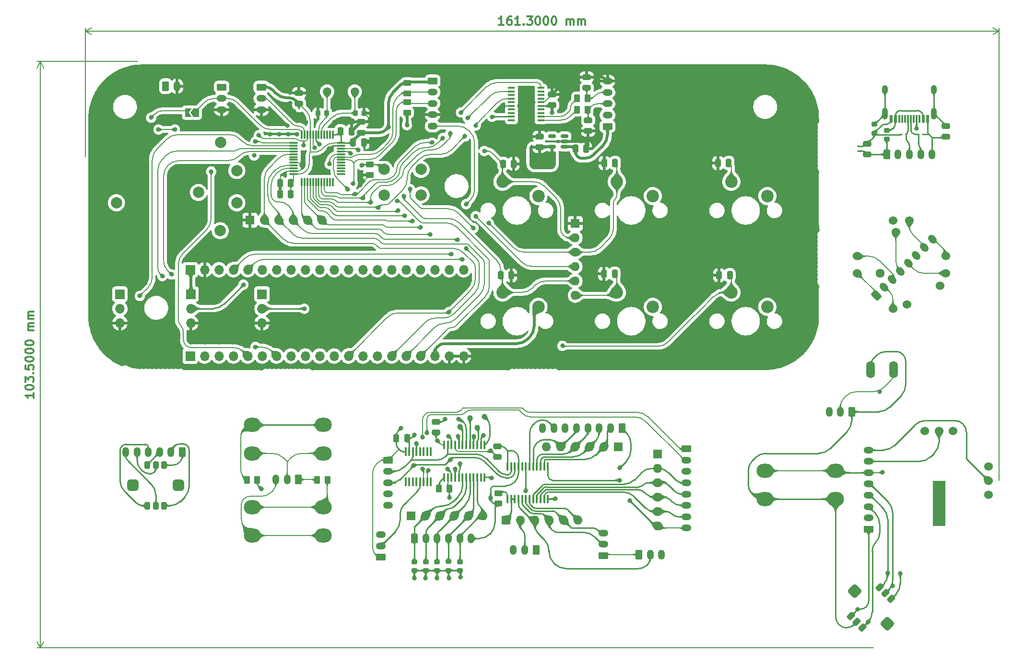
<source format=gtl>
%TF.GenerationSoftware,KiCad,Pcbnew,(6.0.9)*%
%TF.CreationDate,2022-11-09T22:31:10+01:00*%
%TF.ProjectId,libre-MIG-rounded,6c696272-652d-44d4-9947-2d726f756e64,v0.1*%
%TF.SameCoordinates,Original*%
%TF.FileFunction,Copper,L1,Top*%
%TF.FilePolarity,Positive*%
%FSLAX46Y46*%
G04 Gerber Fmt 4.6, Leading zero omitted, Abs format (unit mm)*
G04 Created by KiCad (PCBNEW (6.0.9)) date 2022-11-09 22:31:10*
%MOMM*%
%LPD*%
G01*
G04 APERTURE LIST*
G04 Aperture macros list*
%AMRoundRect*
0 Rectangle with rounded corners*
0 $1 Rounding radius*
0 $2 $3 $4 $5 $6 $7 $8 $9 X,Y pos of 4 corners*
0 Add a 4 corners polygon primitive as box body*
4,1,4,$2,$3,$4,$5,$6,$7,$8,$9,$2,$3,0*
0 Add four circle primitives for the rounded corners*
1,1,$1+$1,$2,$3*
1,1,$1+$1,$4,$5*
1,1,$1+$1,$6,$7*
1,1,$1+$1,$8,$9*
0 Add four rect primitives between the rounded corners*
20,1,$1+$1,$2,$3,$4,$5,0*
20,1,$1+$1,$4,$5,$6,$7,0*
20,1,$1+$1,$6,$7,$8,$9,0*
20,1,$1+$1,$8,$9,$2,$3,0*%
%AMHorizOval*
0 Thick line with rounded ends*
0 $1 width*
0 $2 $3 position (X,Y) of the first rounded end (center of the circle)*
0 $4 $5 position (X,Y) of the second rounded end (center of the circle)*
0 Add line between two ends*
20,1,$1,$2,$3,$4,$5,0*
0 Add two circle primitives to create the rounded ends*
1,1,$1,$2,$3*
1,1,$1,$4,$5*%
%AMFreePoly0*
4,1,6,1.000000,0.000000,0.500000,-0.750000,-0.500000,-0.750000,-0.500000,0.750000,0.500000,0.750000,1.000000,0.000000,1.000000,0.000000,$1*%
%AMFreePoly1*
4,1,6,0.500000,-0.750000,-0.650000,-0.750000,-0.150000,0.000000,-0.650000,0.750000,0.500000,0.750000,0.500000,-0.750000,0.500000,-0.750000,$1*%
G04 Aperture macros list end*
%ADD10C,0.300000*%
%TA.AperFunction,NonConductor*%
%ADD11C,0.300000*%
%TD*%
%TA.AperFunction,NonConductor*%
%ADD12C,0.200000*%
%TD*%
%TA.AperFunction,SMDPad,CuDef*%
%ADD13RoundRect,0.250000X-0.262500X-0.450000X0.262500X-0.450000X0.262500X0.450000X-0.262500X0.450000X0*%
%TD*%
%TA.AperFunction,SMDPad,CuDef*%
%ADD14RoundRect,0.250000X0.475000X-0.250000X0.475000X0.250000X-0.475000X0.250000X-0.475000X-0.250000X0*%
%TD*%
%TA.AperFunction,SMDPad,CuDef*%
%ADD15RoundRect,0.250000X-0.475000X0.250000X-0.475000X-0.250000X0.475000X-0.250000X0.475000X0.250000X0*%
%TD*%
%TA.AperFunction,ComponentPad*%
%ADD16O,3.000000X2.500000*%
%TD*%
%TA.AperFunction,SMDPad,CuDef*%
%ADD17RoundRect,0.250000X-0.250000X-0.475000X0.250000X-0.475000X0.250000X0.475000X-0.250000X0.475000X0*%
%TD*%
%TA.AperFunction,SMDPad,CuDef*%
%ADD18RoundRect,0.250000X-0.450000X0.262500X-0.450000X-0.262500X0.450000X-0.262500X0.450000X0.262500X0*%
%TD*%
%TA.AperFunction,ComponentPad*%
%ADD19RoundRect,0.250000X0.625000X-0.350000X0.625000X0.350000X-0.625000X0.350000X-0.625000X-0.350000X0*%
%TD*%
%TA.AperFunction,ComponentPad*%
%ADD20O,1.750000X1.200000*%
%TD*%
%TA.AperFunction,SMDPad,CuDef*%
%ADD21C,1.000000*%
%TD*%
%TA.AperFunction,SMDPad,CuDef*%
%ADD22RoundRect,0.150000X0.512500X0.150000X-0.512500X0.150000X-0.512500X-0.150000X0.512500X-0.150000X0*%
%TD*%
%TA.AperFunction,SMDPad,CuDef*%
%ADD23RoundRect,0.250000X0.450000X-0.262500X0.450000X0.262500X-0.450000X0.262500X-0.450000X-0.262500X0*%
%TD*%
%TA.AperFunction,SMDPad,CuDef*%
%ADD24R,0.600000X1.450000*%
%TD*%
%TA.AperFunction,SMDPad,CuDef*%
%ADD25R,0.300000X1.450000*%
%TD*%
%TA.AperFunction,ComponentPad*%
%ADD26O,1.000000X1.600000*%
%TD*%
%TA.AperFunction,ComponentPad*%
%ADD27O,1.000000X2.100000*%
%TD*%
%TA.AperFunction,ComponentPad*%
%ADD28RoundRect,0.250000X-0.625000X0.350000X-0.625000X-0.350000X0.625000X-0.350000X0.625000X0.350000X0*%
%TD*%
%TA.AperFunction,SMDPad,CuDef*%
%ADD29R,0.360000X0.250000*%
%TD*%
%TA.AperFunction,SMDPad,CuDef*%
%ADD30RoundRect,0.250000X0.262500X0.450000X-0.262500X0.450000X-0.262500X-0.450000X0.262500X-0.450000X0*%
%TD*%
%TA.AperFunction,ComponentPad*%
%ADD31O,1.500000X3.000000*%
%TD*%
%TA.AperFunction,ComponentPad*%
%ADD32R,1.600000X1.600000*%
%TD*%
%TA.AperFunction,ComponentPad*%
%ADD33O,1.600000X1.600000*%
%TD*%
%TA.AperFunction,SMDPad,CuDef*%
%ADD34RoundRect,0.225000X-0.250000X0.225000X-0.250000X-0.225000X0.250000X-0.225000X0.250000X0.225000X0*%
%TD*%
%TA.AperFunction,SMDPad,CuDef*%
%ADD35RoundRect,0.250000X0.250000X0.475000X-0.250000X0.475000X-0.250000X-0.475000X0.250000X-0.475000X0*%
%TD*%
%TA.AperFunction,ComponentPad*%
%ADD36C,2.000000*%
%TD*%
%TA.AperFunction,SMDPad,CuDef*%
%ADD37R,0.410000X1.600000*%
%TD*%
%TA.AperFunction,SMDPad,CuDef*%
%ADD38RoundRect,0.225000X-0.225000X-0.250000X0.225000X-0.250000X0.225000X0.250000X-0.225000X0.250000X0*%
%TD*%
%TA.AperFunction,ComponentPad*%
%ADD39R,1.700000X1.700000*%
%TD*%
%TA.AperFunction,ComponentPad*%
%ADD40O,1.700000X1.700000*%
%TD*%
%TA.AperFunction,ComponentPad*%
%ADD41RoundRect,0.250000X-0.350000X-0.625000X0.350000X-0.625000X0.350000X0.625000X-0.350000X0.625000X0*%
%TD*%
%TA.AperFunction,ComponentPad*%
%ADD42O,1.200000X1.750000*%
%TD*%
%TA.AperFunction,SMDPad,CuDef*%
%ADD43R,1.200000X0.400000*%
%TD*%
%TA.AperFunction,SMDPad,CuDef*%
%ADD44R,0.250000X0.360000*%
%TD*%
%TA.AperFunction,ComponentPad*%
%ADD45C,1.500000*%
%TD*%
%TA.AperFunction,SMDPad,CuDef*%
%ADD46RoundRect,0.500000X-0.500000X0.500000X-0.500000X-0.500000X0.500000X-0.500000X0.500000X0.500000X0*%
%TD*%
%TA.AperFunction,SMDPad,CuDef*%
%ADD47RoundRect,0.250000X-0.250000X0.425000X-0.250000X-0.425000X0.250000X-0.425000X0.250000X0.425000X0*%
%TD*%
%TA.AperFunction,SMDPad,CuDef*%
%ADD48RoundRect,0.100000X0.100000X-0.637500X0.100000X0.637500X-0.100000X0.637500X-0.100000X-0.637500X0*%
%TD*%
%TA.AperFunction,SMDPad,CuDef*%
%ADD49RoundRect,0.075000X-0.075000X0.662500X-0.075000X-0.662500X0.075000X-0.662500X0.075000X0.662500X0*%
%TD*%
%TA.AperFunction,SMDPad,CuDef*%
%ADD50RoundRect,0.075000X-0.662500X0.075000X-0.662500X-0.075000X0.662500X-0.075000X0.662500X0.075000X0*%
%TD*%
%TA.AperFunction,SMDPad,CuDef*%
%ADD51FreePoly0,180.000000*%
%TD*%
%TA.AperFunction,SMDPad,CuDef*%
%ADD52FreePoly1,180.000000*%
%TD*%
%TA.AperFunction,SMDPad,CuDef*%
%ADD53RoundRect,0.500000X0.000000X0.707107X-0.707107X0.000000X0.000000X-0.707107X0.707107X0.000000X0*%
%TD*%
%TA.AperFunction,SMDPad,CuDef*%
%ADD54RoundRect,0.250000X0.123744X0.477297X-0.477297X-0.123744X-0.123744X-0.477297X0.477297X0.123744X0*%
%TD*%
%TA.AperFunction,WasherPad*%
%ADD55R,2.200000X8.000000*%
%TD*%
%TA.AperFunction,ComponentPad*%
%ADD56C,1.524000*%
%TD*%
%TA.AperFunction,ComponentPad*%
%ADD57RoundRect,0.250000X0.350000X0.625000X-0.350000X0.625000X-0.350000X-0.625000X0.350000X-0.625000X0*%
%TD*%
%TA.AperFunction,WasherPad*%
%ADD58C,1.600000*%
%TD*%
%TA.AperFunction,SMDPad,CuDef*%
%ADD59RoundRect,0.225000X0.225000X0.250000X-0.225000X0.250000X-0.225000X-0.250000X0.225000X-0.250000X0*%
%TD*%
%TA.AperFunction,ComponentPad*%
%ADD60C,2.200000*%
%TD*%
%TA.AperFunction,ComponentPad*%
%ADD61RoundRect,0.250000X0.194454X-0.689429X0.689429X-0.194454X-0.194454X0.689429X-0.689429X0.194454X0*%
%TD*%
%TA.AperFunction,ComponentPad*%
%ADD62HorizOval,1.200000X-0.194454X0.194454X0.194454X-0.194454X0*%
%TD*%
%TA.AperFunction,ViaPad*%
%ADD63C,0.800000*%
%TD*%
%TA.AperFunction,Conductor*%
%ADD64C,0.200000*%
%TD*%
%TA.AperFunction,Conductor*%
%ADD65C,0.250000*%
%TD*%
%TA.AperFunction,Conductor*%
%ADD66C,0.500000*%
%TD*%
%TA.AperFunction,Conductor*%
%ADD67C,0.150000*%
%TD*%
G04 APERTURE END LIST*
D10*
D11*
X190864285Y-96528571D02*
X190007142Y-96528571D01*
X190435714Y-96528571D02*
X190435714Y-95028571D01*
X190292857Y-95242857D01*
X190150000Y-95385714D01*
X190007142Y-95457142D01*
X192150000Y-95028571D02*
X191864285Y-95028571D01*
X191721428Y-95100000D01*
X191650000Y-95171428D01*
X191507142Y-95385714D01*
X191435714Y-95671428D01*
X191435714Y-96242857D01*
X191507142Y-96385714D01*
X191578571Y-96457142D01*
X191721428Y-96528571D01*
X192007142Y-96528571D01*
X192150000Y-96457142D01*
X192221428Y-96385714D01*
X192292857Y-96242857D01*
X192292857Y-95885714D01*
X192221428Y-95742857D01*
X192150000Y-95671428D01*
X192007142Y-95600000D01*
X191721428Y-95600000D01*
X191578571Y-95671428D01*
X191507142Y-95742857D01*
X191435714Y-95885714D01*
X193721428Y-96528571D02*
X192864285Y-96528571D01*
X193292857Y-96528571D02*
X193292857Y-95028571D01*
X193150000Y-95242857D01*
X193007142Y-95385714D01*
X192864285Y-95457142D01*
X194364285Y-96385714D02*
X194435714Y-96457142D01*
X194364285Y-96528571D01*
X194292857Y-96457142D01*
X194364285Y-96385714D01*
X194364285Y-96528571D01*
X194935714Y-95028571D02*
X195864285Y-95028571D01*
X195364285Y-95600000D01*
X195578571Y-95600000D01*
X195721428Y-95671428D01*
X195792857Y-95742857D01*
X195864285Y-95885714D01*
X195864285Y-96242857D01*
X195792857Y-96385714D01*
X195721428Y-96457142D01*
X195578571Y-96528571D01*
X195150000Y-96528571D01*
X195007142Y-96457142D01*
X194935714Y-96385714D01*
X196792857Y-95028571D02*
X196935714Y-95028571D01*
X197078571Y-95100000D01*
X197150000Y-95171428D01*
X197221428Y-95314285D01*
X197292857Y-95600000D01*
X197292857Y-95957142D01*
X197221428Y-96242857D01*
X197150000Y-96385714D01*
X197078571Y-96457142D01*
X196935714Y-96528571D01*
X196792857Y-96528571D01*
X196650000Y-96457142D01*
X196578571Y-96385714D01*
X196507142Y-96242857D01*
X196435714Y-95957142D01*
X196435714Y-95600000D01*
X196507142Y-95314285D01*
X196578571Y-95171428D01*
X196650000Y-95100000D01*
X196792857Y-95028571D01*
X198221428Y-95028571D02*
X198364285Y-95028571D01*
X198507142Y-95100000D01*
X198578571Y-95171428D01*
X198650000Y-95314285D01*
X198721428Y-95600000D01*
X198721428Y-95957142D01*
X198650000Y-96242857D01*
X198578571Y-96385714D01*
X198507142Y-96457142D01*
X198364285Y-96528571D01*
X198221428Y-96528571D01*
X198078571Y-96457142D01*
X198007142Y-96385714D01*
X197935714Y-96242857D01*
X197864285Y-95957142D01*
X197864285Y-95600000D01*
X197935714Y-95314285D01*
X198007142Y-95171428D01*
X198078571Y-95100000D01*
X198221428Y-95028571D01*
X199650000Y-95028571D02*
X199792857Y-95028571D01*
X199935714Y-95100000D01*
X200007142Y-95171428D01*
X200078571Y-95314285D01*
X200150000Y-95600000D01*
X200150000Y-95957142D01*
X200078571Y-96242857D01*
X200007142Y-96385714D01*
X199935714Y-96457142D01*
X199792857Y-96528571D01*
X199650000Y-96528571D01*
X199507142Y-96457142D01*
X199435714Y-96385714D01*
X199364285Y-96242857D01*
X199292857Y-95957142D01*
X199292857Y-95600000D01*
X199364285Y-95314285D01*
X199435714Y-95171428D01*
X199507142Y-95100000D01*
X199650000Y-95028571D01*
X201935714Y-96528571D02*
X201935714Y-95528571D01*
X201935714Y-95671428D02*
X202007142Y-95600000D01*
X202150000Y-95528571D01*
X202364285Y-95528571D01*
X202507142Y-95600000D01*
X202578571Y-95742857D01*
X202578571Y-96528571D01*
X202578571Y-95742857D02*
X202650000Y-95600000D01*
X202792857Y-95528571D01*
X203007142Y-95528571D01*
X203150000Y-95600000D01*
X203221428Y-95742857D01*
X203221428Y-96528571D01*
X203935714Y-96528571D02*
X203935714Y-95528571D01*
X203935714Y-95671428D02*
X204007142Y-95600000D01*
X204150000Y-95528571D01*
X204364285Y-95528571D01*
X204507142Y-95600000D01*
X204578571Y-95742857D01*
X204578571Y-96528571D01*
X204578571Y-95742857D02*
X204650000Y-95600000D01*
X204792857Y-95528571D01*
X205007142Y-95528571D01*
X205150000Y-95600000D01*
X205221428Y-95742857D01*
X205221428Y-96528571D01*
D12*
X117000000Y-119850000D02*
X117000000Y-97063580D01*
X278300000Y-97063580D02*
X278300000Y-176950000D01*
X117000000Y-97650000D02*
X278300000Y-97650000D01*
X117000000Y-97650000D02*
X278300000Y-97650000D01*
X117000000Y-97650000D02*
X118126504Y-98236421D01*
X117000000Y-97650000D02*
X118126504Y-97063579D01*
X278300000Y-97650000D02*
X277173496Y-97063579D01*
X278300000Y-97650000D02*
X277173496Y-98236421D01*
D10*
D11*
X107878571Y-161535714D02*
X107878571Y-162392857D01*
X107878571Y-161964285D02*
X106378571Y-161964285D01*
X106592857Y-162107142D01*
X106735714Y-162250000D01*
X106807142Y-162392857D01*
X106378571Y-160607142D02*
X106378571Y-160464285D01*
X106450000Y-160321428D01*
X106521428Y-160250000D01*
X106664285Y-160178571D01*
X106950000Y-160107142D01*
X107307142Y-160107142D01*
X107592857Y-160178571D01*
X107735714Y-160250000D01*
X107807142Y-160321428D01*
X107878571Y-160464285D01*
X107878571Y-160607142D01*
X107807142Y-160750000D01*
X107735714Y-160821428D01*
X107592857Y-160892857D01*
X107307142Y-160964285D01*
X106950000Y-160964285D01*
X106664285Y-160892857D01*
X106521428Y-160821428D01*
X106450000Y-160750000D01*
X106378571Y-160607142D01*
X106378571Y-159607142D02*
X106378571Y-158678571D01*
X106950000Y-159178571D01*
X106950000Y-158964285D01*
X107021428Y-158821428D01*
X107092857Y-158750000D01*
X107235714Y-158678571D01*
X107592857Y-158678571D01*
X107735714Y-158750000D01*
X107807142Y-158821428D01*
X107878571Y-158964285D01*
X107878571Y-159392857D01*
X107807142Y-159535714D01*
X107735714Y-159607142D01*
X107735714Y-158035714D02*
X107807142Y-157964285D01*
X107878571Y-158035714D01*
X107807142Y-158107142D01*
X107735714Y-158035714D01*
X107878571Y-158035714D01*
X106378571Y-156607142D02*
X106378571Y-157321428D01*
X107092857Y-157392857D01*
X107021428Y-157321428D01*
X106950000Y-157178571D01*
X106950000Y-156821428D01*
X107021428Y-156678571D01*
X107092857Y-156607142D01*
X107235714Y-156535714D01*
X107592857Y-156535714D01*
X107735714Y-156607142D01*
X107807142Y-156678571D01*
X107878571Y-156821428D01*
X107878571Y-157178571D01*
X107807142Y-157321428D01*
X107735714Y-157392857D01*
X106378571Y-155607142D02*
X106378571Y-155464285D01*
X106450000Y-155321428D01*
X106521428Y-155250000D01*
X106664285Y-155178571D01*
X106950000Y-155107142D01*
X107307142Y-155107142D01*
X107592857Y-155178571D01*
X107735714Y-155250000D01*
X107807142Y-155321428D01*
X107878571Y-155464285D01*
X107878571Y-155607142D01*
X107807142Y-155750000D01*
X107735714Y-155821428D01*
X107592857Y-155892857D01*
X107307142Y-155964285D01*
X106950000Y-155964285D01*
X106664285Y-155892857D01*
X106521428Y-155821428D01*
X106450000Y-155750000D01*
X106378571Y-155607142D01*
X106378571Y-154178571D02*
X106378571Y-154035714D01*
X106450000Y-153892857D01*
X106521428Y-153821428D01*
X106664285Y-153750000D01*
X106950000Y-153678571D01*
X107307142Y-153678571D01*
X107592857Y-153750000D01*
X107735714Y-153821428D01*
X107807142Y-153892857D01*
X107878571Y-154035714D01*
X107878571Y-154178571D01*
X107807142Y-154321428D01*
X107735714Y-154392857D01*
X107592857Y-154464285D01*
X107307142Y-154535714D01*
X106950000Y-154535714D01*
X106664285Y-154464285D01*
X106521428Y-154392857D01*
X106450000Y-154321428D01*
X106378571Y-154178571D01*
X106378571Y-152750000D02*
X106378571Y-152607142D01*
X106450000Y-152464285D01*
X106521428Y-152392857D01*
X106664285Y-152321428D01*
X106950000Y-152250000D01*
X107307142Y-152250000D01*
X107592857Y-152321428D01*
X107735714Y-152392857D01*
X107807142Y-152464285D01*
X107878571Y-152607142D01*
X107878571Y-152750000D01*
X107807142Y-152892857D01*
X107735714Y-152964285D01*
X107592857Y-153035714D01*
X107307142Y-153107142D01*
X106950000Y-153107142D01*
X106664285Y-153035714D01*
X106521428Y-152964285D01*
X106450000Y-152892857D01*
X106378571Y-152750000D01*
X107878571Y-150464285D02*
X106878571Y-150464285D01*
X107021428Y-150464285D02*
X106950000Y-150392857D01*
X106878571Y-150250000D01*
X106878571Y-150035714D01*
X106950000Y-149892857D01*
X107092857Y-149821428D01*
X107878571Y-149821428D01*
X107092857Y-149821428D02*
X106950000Y-149750000D01*
X106878571Y-149607142D01*
X106878571Y-149392857D01*
X106950000Y-149250000D01*
X107092857Y-149178571D01*
X107878571Y-149178571D01*
X107878571Y-148464285D02*
X106878571Y-148464285D01*
X107021428Y-148464285D02*
X106950000Y-148392857D01*
X106878571Y-148250000D01*
X106878571Y-148035714D01*
X106950000Y-147892857D01*
X107092857Y-147821428D01*
X107878571Y-147821428D01*
X107092857Y-147821428D02*
X106950000Y-147750000D01*
X106878571Y-147607142D01*
X106878571Y-147392857D01*
X106950000Y-147250000D01*
X107092857Y-147178571D01*
X107878571Y-147178571D01*
D12*
X126200000Y-103000000D02*
X108413580Y-103000000D01*
X108413580Y-206500000D02*
X256100000Y-206500000D01*
X109000000Y-103000000D02*
X109000000Y-206500000D01*
X109000000Y-103000000D02*
X109000000Y-206500000D01*
X109000000Y-103000000D02*
X108413579Y-104126504D01*
X109000000Y-103000000D02*
X109586421Y-104126504D01*
X109000000Y-206500000D02*
X109586421Y-205373496D01*
X109000000Y-206500000D02*
X108413579Y-205373496D01*
D13*
%TO.P,R1,1*%
%TO.N,/MCU/USB_DM*%
X203811500Y-109486000D03*
%TO.P,R1,2*%
%TO.N,Net-(C3-Pad1)*%
X205636500Y-109486000D03*
%TD*%
D14*
%TO.P,C9,1*%
%TO.N,+3V3*%
X165700000Y-115550000D03*
%TO.P,C9,2*%
%TO.N,GND*%
X165700000Y-113650000D03*
%TD*%
D15*
%TO.P,C2,1*%
%TO.N,Net-(C2-Pad1)*%
X205740000Y-113362000D03*
%TO.P,C2,2*%
%TO.N,GND*%
X205740000Y-115262000D03*
%TD*%
D14*
%TO.P,C13,1*%
%TO.N,+3V3*%
X197170000Y-118122000D03*
%TO.P,C13,2*%
%TO.N,GND*%
X197170000Y-116222000D03*
%TD*%
D13*
%TO.P,R8,1*%
%TO.N,Net-(R8-Pad1)*%
X179433500Y-178412000D03*
%TO.P,R8,2*%
%TO.N,+3V3*%
X181258500Y-178412000D03*
%TD*%
D16*
%TO.P,SW2,1,1*%
%TO.N,/Trigger/Stage1*%
X146450001Y-172185787D03*
X158950001Y-172185787D03*
%TO.P,SW2,2,2*%
%TO.N,Net-(R3-Pad2)*%
X146450001Y-167185787D03*
X158950001Y-167185787D03*
%TD*%
D17*
%TO.P,C23,1*%
%TO.N,GND*%
X208534000Y-140474000D03*
%TO.P,C23,2*%
%TO.N,/MCU/SW5*%
X210434000Y-140474000D03*
%TD*%
%TO.P,C20,1*%
%TO.N,GND*%
X208600000Y-120916000D03*
%TO.P,C20,2*%
%TO.N,/MCU/SW2*%
X210500000Y-120916000D03*
%TD*%
D18*
%TO.P,R7,1*%
%TO.N,Net-(R7-Pad1)*%
X189900000Y-179236500D03*
%TO.P,R7,2*%
%TO.N,+3V3*%
X189900000Y-181061500D03*
%TD*%
D19*
%TO.P,J10,1,Pin_1*%
%TO.N,+3V3*%
X208450000Y-190249000D03*
D20*
%TO.P,J10,2,Pin_2*%
%TO.N,/IO Controller/Stage1*%
X208450000Y-188249000D03*
%TO.P,J10,3,Pin_3*%
%TO.N,/IO Controller/Stage2*%
X208450000Y-186249000D03*
%TD*%
D17*
%TO.P,C7,1*%
%TO.N,+3V3*%
X162049000Y-115292000D03*
%TO.P,C7,2*%
%TO.N,GND*%
X163949000Y-115292000D03*
%TD*%
D21*
%TO.P,TP5,1,1*%
%TO.N,/IO Controller/IN_xtra5*%
X184900000Y-165949000D03*
%TD*%
D22*
%TO.P,U5,1,VIN*%
%TO.N,+5V*%
X201609500Y-118056000D03*
%TO.P,U5,2,GND*%
%TO.N,GND*%
X201609500Y-117106000D03*
%TO.P,U5,3,EN*%
%TO.N,/MCU/LDO_EN*%
X201609500Y-116156000D03*
%TO.P,U5,4,SENSE/ADJ*%
%TO.N,unconnected-(U5-Pad4)*%
X199334500Y-116156000D03*
%TO.P,U5,5,VOUT*%
%TO.N,+3V3*%
X199334500Y-118056000D03*
%TD*%
D23*
%TO.P,R5,1*%
%TO.N,/MCU/SDA*%
X173800000Y-108612500D03*
%TO.P,R5,2*%
%TO.N,+3V3*%
X173800000Y-106787500D03*
%TD*%
D24*
%TO.P,P1,A1,GND*%
%TO.N,GND*%
X265693000Y-113095000D03*
%TO.P,P1,A4,VBUS*%
%TO.N,Net-(FB2-Pad1)*%
X264893000Y-113095000D03*
D25*
%TO.P,P1,A5,CC*%
%TO.N,Net-(J5-Pad2)*%
X263693000Y-113095000D03*
%TO.P,P1,A6,D+*%
%TO.N,Net-(D2-Pad1)*%
X262693000Y-113095000D03*
%TO.P,P1,A7,D-*%
%TO.N,Net-(D1-Pad1)*%
X262193000Y-113095000D03*
%TO.P,P1,A8*%
%TO.N,N/C*%
X261193000Y-113095000D03*
D24*
%TO.P,P1,A9,VBUS*%
%TO.N,Net-(FB2-Pad1)*%
X259993000Y-113095000D03*
%TO.P,P1,A12,GND*%
%TO.N,GND*%
X259193000Y-113095000D03*
%TO.P,P1,B1,GND*%
X259193000Y-113095000D03*
%TO.P,P1,B4,VBUS*%
%TO.N,Net-(FB2-Pad1)*%
X259993000Y-113095000D03*
D25*
%TO.P,P1,B5,VCONN*%
%TO.N,unconnected-(P1-PadB5)*%
X260693000Y-113095000D03*
%TO.P,P1,B6*%
%TO.N,N/C*%
X261693000Y-113095000D03*
%TO.P,P1,B7*%
X263193000Y-113095000D03*
%TO.P,P1,B8*%
X264193000Y-113095000D03*
D24*
%TO.P,P1,B9,VBUS*%
%TO.N,Net-(FB2-Pad1)*%
X264893000Y-113095000D03*
%TO.P,P1,B12,GND*%
%TO.N,GND*%
X265693000Y-113095000D03*
D26*
%TO.P,P1,S1,SHIELD*%
%TO.N,Net-(C10-Pad1)*%
X258123000Y-108000000D03*
D27*
X266763000Y-112180000D03*
X258123000Y-112180000D03*
D26*
X266763000Y-108000000D03*
%TD*%
D14*
%TO.P,C8,1*%
%TO.N,+3V3*%
X154713000Y-110450000D03*
%TO.P,C8,2*%
%TO.N,GND*%
X154713000Y-108550000D03*
%TD*%
D15*
%TO.P,C15,1*%
%TO.N,GND*%
X178902000Y-166613000D03*
%TO.P,C15,2*%
%TO.N,+3V3*%
X178902000Y-168513000D03*
%TD*%
D28*
%TO.P,J3,1,Pin_1*%
%TO.N,+3V3*%
X141050000Y-107500000D03*
D20*
%TO.P,J3,2,Pin_2*%
%TO.N,/MCU/YawIn*%
X141050000Y-109500000D03*
%TO.P,J3,3,Pin_3*%
%TO.N,GND*%
X141050000Y-111500000D03*
%TD*%
D29*
%TO.P,D1,1,A1*%
%TO.N,Net-(D1-Pad1)*%
X261863000Y-115850000D03*
%TO.P,D1,2,A2*%
%TO.N,GND*%
X261023000Y-115850000D03*
%TD*%
D17*
%TO.P,C12,1*%
%TO.N,+5V*%
X203520000Y-118376000D03*
%TO.P,C12,2*%
%TO.N,GND*%
X205420000Y-118376000D03*
%TD*%
D30*
%TO.P,R2,1*%
%TO.N,Net-(C2-Pad1)*%
X205636500Y-111518000D03*
%TO.P,R2,2*%
%TO.N,/MCU/USB_DP*%
X203811500Y-111518000D03*
%TD*%
D23*
%TO.P,R9,1*%
%TO.N,GND*%
X167199000Y-123004500D03*
%TO.P,R9,2*%
%TO.N,Net-(R9-Pad2)*%
X167199000Y-121179500D03*
%TD*%
D31*
%TO.P,SW16,1,1*%
%TO.N,+3V3*%
X255634000Y-157415870D03*
%TO.P,SW16,2,2*%
%TO.N,/Face Plate/BigRed*%
X259634000Y-157415870D03*
%TD*%
D32*
%TO.P,RN6,1,common*%
%TO.N,GND*%
X191268000Y-183977000D03*
D33*
%TO.P,RN6,2,R1*%
%TO.N,/IO Controller/FlipIn*%
X193808000Y-183977000D03*
%TO.P,RN6,3,R2*%
%TO.N,/IO Controller/BigRed*%
X196348000Y-183977000D03*
%TO.P,RN6,4,R3*%
%TO.N,/IO Controller/Stage1*%
X198888000Y-183977000D03*
%TO.P,RN6,5,R4*%
%TO.N,/IO Controller/Stage2*%
X201428000Y-183977000D03*
%TO.P,RN6,6,R5*%
%TO.N,/IO Controller/CenterButt*%
X203968000Y-183977000D03*
%TD*%
D34*
%TO.P,FB2,1*%
%TO.N,Net-(FB2-Pad1)*%
X258443000Y-115176000D03*
%TO.P,FB2,2*%
%TO.N,+5V*%
X258443000Y-116726000D03*
%TD*%
D32*
%TO.P,RN3,1,common*%
%TO.N,GND*%
X211080000Y-171023000D03*
D33*
%TO.P,RN3,2,R1*%
%TO.N,/IO Controller/DirU1*%
X208540000Y-171023000D03*
%TO.P,RN3,3,R2*%
%TO.N,/IO Controller/DirR1*%
X206000000Y-171023000D03*
%TO.P,RN3,4,R3*%
%TO.N,/IO Controller/DirC1*%
X203460000Y-171023000D03*
%TO.P,RN3,5,R4*%
%TO.N,/IO Controller/DirL1*%
X200920000Y-171023000D03*
%TO.P,RN3,6,R5*%
%TO.N,/IO Controller/DirD1*%
X198380000Y-171023000D03*
%TD*%
D23*
%TO.P,R6,1*%
%TO.N,+3V3*%
X173800000Y-112012500D03*
%TO.P,R6,2*%
%TO.N,/MCU/SCL*%
X173800000Y-110187500D03*
%TD*%
D34*
%TO.P,C39,1*%
%TO.N,/IO Controller/SideC*%
X179093000Y-191350000D03*
%TO.P,C39,2*%
%TO.N,GND*%
X179093000Y-192900000D03*
%TD*%
%TO.P,C40,1*%
%TO.N,/IO Controller/SideD*%
X181118000Y-191300000D03*
%TO.P,C40,2*%
%TO.N,GND*%
X181118000Y-192850000D03*
%TD*%
D21*
%TO.P,TP6,1,1*%
%TO.N,/IO Controller/IN_xtra7*%
X183149000Y-167512000D03*
%TD*%
D32*
%TO.P,RN1,1,common*%
%TO.N,GND*%
X203454000Y-131584000D03*
D33*
%TO.P,RN1,2,R1*%
%TO.N,/MCU/SW1*%
X203454000Y-134124000D03*
%TO.P,RN1,3,R2*%
%TO.N,/MCU/SW2*%
X203454000Y-136664000D03*
%TO.P,RN1,4,R3*%
%TO.N,/MCU/SW3*%
X203454000Y-139204000D03*
%TO.P,RN1,5,R4*%
%TO.N,/MCU/SW4*%
X203454000Y-141744000D03*
%TO.P,RN1,6,R5*%
%TO.N,/MCU/SW5*%
X203454000Y-144284000D03*
%TD*%
D29*
%TO.P,D2,1,A1*%
%TO.N,Net-(D2-Pad1)*%
X264023000Y-115850000D03*
%TO.P,D2,2,A2*%
%TO.N,GND*%
X264863000Y-115850000D03*
%TD*%
D14*
%TO.P,C3,1*%
%TO.N,Net-(C3-Pad1)*%
X205486000Y-107642000D03*
%TO.P,C3,2*%
%TO.N,GND*%
X205486000Y-105742000D03*
%TD*%
D30*
%TO.P,R3,1*%
%TO.N,+3V3*%
X147312501Y-176900001D03*
%TO.P,R3,2*%
%TO.N,Net-(R3-Pad2)*%
X145487501Y-176900001D03*
%TD*%
D16*
%TO.P,SW1,1,1*%
%TO.N,+3V3*%
X236934000Y-180255870D03*
X249434000Y-180255870D03*
%TO.P,SW1,2,2*%
%TO.N,/Face Plate/CenterButt*%
X249434000Y-175255870D03*
X236934000Y-175255870D03*
%TD*%
D17*
%TO.P,C24,1*%
%TO.N,GND*%
X228854000Y-140728000D03*
%TO.P,C24,2*%
%TO.N,/MCU/SW6*%
X230754000Y-140728000D03*
%TD*%
D35*
%TO.P,C6,1*%
%TO.N,+3V3*%
X153250000Y-124434000D03*
%TO.P,C6,2*%
%TO.N,GND*%
X151350000Y-124434000D03*
%TD*%
%TO.P,C4,1*%
%TO.N,+3V3*%
X153250000Y-126400000D03*
%TO.P,C4,2*%
%TO.N,GND*%
X151350000Y-126400000D03*
%TD*%
D14*
%TO.P,C1,1*%
%TO.N,+5V*%
X199390000Y-110690000D03*
%TO.P,C1,2*%
%TO.N,GND*%
X199390000Y-108790000D03*
%TD*%
D28*
%TO.P,J12,1,Pin_1*%
%TO.N,/IO Controller/Axis1*%
X223060000Y-171389000D03*
D20*
%TO.P,J12,2,Pin_2*%
%TO.N,/IO Controller/Axis2*%
X223060000Y-173389000D03*
%TO.P,J12,3,Pin_3*%
%TO.N,/IO Controller/CenterButt*%
X223060000Y-175389000D03*
%TO.P,J12,4,Pin_4*%
%TO.N,/IO Controller/DirC*%
X223060000Y-177389000D03*
%TO.P,J12,5,Pin_5*%
%TO.N,/IO Controller/DirL*%
X223060000Y-179389000D03*
%TO.P,J12,6,Pin_6*%
%TO.N,/IO Controller/DirR*%
X223060000Y-181389000D03*
%TO.P,J12,7,Pin_7*%
%TO.N,/IO Controller/DirU*%
X223060000Y-183389000D03*
%TO.P,J12,8,Pin_8*%
%TO.N,/IO Controller/DirD*%
X223060000Y-185389000D03*
%TD*%
D34*
%TO.P,C41,1*%
%TO.N,/IO Controller/SideCenter*%
X183143000Y-191325000D03*
%TO.P,C41,2*%
%TO.N,GND*%
X183143000Y-192875000D03*
%TD*%
D32*
%TO.P,RN2,1,common*%
%TO.N,GND*%
X146050000Y-131000000D03*
D33*
%TO.P,RN2,2,R1*%
%TO.N,/MCU/SW6*%
X148590000Y-131000000D03*
%TO.P,RN2,3,R2*%
%TO.N,/MCU/Rot1*%
X151130000Y-131000000D03*
%TO.P,RN2,4,R3*%
%TO.N,/MCU/Rot2*%
X153670000Y-131000000D03*
%TO.P,RN2,5,R4*%
%TO.N,/MCU/Rot3*%
X156210000Y-131000000D03*
%TO.P,RN2,6,R5*%
%TO.N,/MCU/Rot4*%
X158750000Y-131000000D03*
%TD*%
D36*
%TO.P,SW4,1,1*%
%TO.N,+3V3*%
X176250000Y-126550000D03*
X169750000Y-126550000D03*
%TO.P,SW4,2,2*%
%TO.N,Net-(R9-Pad2)*%
X169750000Y-122050000D03*
X176250000Y-122050000D03*
%TD*%
D21*
%TO.P,TP3,1,1*%
%TO.N,/IO Controller/IN_xtra1*%
X187449000Y-165712000D03*
%TD*%
D17*
%TO.P,C21,1*%
%TO.N,GND*%
X228666000Y-120916000D03*
%TO.P,C21,2*%
%TO.N,/MCU/SW3*%
X230566000Y-120916000D03*
%TD*%
D37*
%TO.P,U6,1,REF*%
%TO.N,unconnected-(U6-Pad1)*%
X173551500Y-177233300D03*
%TO.P,U6,2,NC*%
%TO.N,unconnected-(U6-Pad2)*%
X174186500Y-177233300D03*
%TO.P,U6,3,NC*%
%TO.N,unconnected-(U6-Pad3)*%
X174821500Y-177233300D03*
%TO.P,U6,4,NC*%
%TO.N,unconnected-(U6-Pad4)*%
X175456500Y-177233300D03*
%TO.P,U6,5,AIN0*%
%TO.N,/IO Controller/TwistIn*%
X176091500Y-177233300D03*
%TO.P,U6,6,AIN1*%
%TO.N,/IO Controller/Axis1*%
X176726500Y-177233300D03*
%TO.P,U6,7,AIN2*%
%TO.N,/IO Controller/Axis2*%
X177361500Y-177233300D03*
%TO.P,U6,8,AIN3*%
%TO.N,/IO Controller/AIN3*%
X177996500Y-177233300D03*
%TO.P,U6,9,AIN4*%
%TO.N,/IO Controller/AIN4*%
X177996500Y-171924700D03*
%TO.P,U6,10,AIN5*%
%TO.N,/IO Controller/AIN5*%
X177361500Y-171924700D03*
%TO.P,U6,11,AIN6*%
%TO.N,/IO Controller/AIN6*%
X176726500Y-171924700D03*
%TO.P,U6,12,AIN7*%
%TO.N,/IO Controller/AIN7*%
X176091500Y-171924700D03*
%TO.P,U6,13,SCL*%
%TO.N,/IO Controller/SCL*%
X175456500Y-171924700D03*
%TO.P,U6,14,SDA*%
%TO.N,/IO Controller/SDA*%
X174821500Y-171924700D03*
%TO.P,U6,15,GND*%
%TO.N,GND*%
X174186500Y-171924700D03*
%TO.P,U6,16,Vdd*%
%TO.N,+3V3*%
X173551500Y-171924700D03*
%TD*%
D14*
%TO.P,C11,1*%
%TO.N,+5V*%
X254986000Y-119401000D03*
%TO.P,C11,2*%
%TO.N,GND*%
X254986000Y-117501000D03*
%TD*%
D38*
%TO.P,C18,1*%
%TO.N,GND*%
X158036000Y-112110000D03*
%TO.P,C18,2*%
%TO.N,Net-(C18-Pad2)*%
X159586000Y-112110000D03*
%TD*%
D39*
%TO.P,J6,1,Pin_1*%
%TO.N,+3V3*%
X135500000Y-139760000D03*
D40*
%TO.P,J6,2,Pin_2*%
%TO.N,GND*%
X138040000Y-139760000D03*
%TO.P,J6,3,Pin_3*%
%TO.N,unconnected-(J6-Pad3)*%
X140580000Y-139760000D03*
%TO.P,J6,4,Pin_4*%
%TO.N,/MCU/SW5*%
X143120000Y-139760000D03*
%TO.P,J6,5,Pin_5*%
%TO.N,/MCU/SW4*%
X145660000Y-139760000D03*
%TO.P,J6,6,Pin_6*%
%TO.N,/MCU/SCL*%
X148200000Y-139760000D03*
%TO.P,J6,7,Pin_7*%
%TO.N,/MCU/SDA*%
X150740000Y-139760000D03*
%TO.P,J6,8,Pin_8*%
%TO.N,unconnected-(J6-Pad8)*%
X153280000Y-139760000D03*
%TO.P,J6,9,Pin_9*%
%TO.N,unconnected-(J6-Pad9)*%
X155820000Y-139760000D03*
%TO.P,J6,10,Pin_10*%
%TO.N,unconnected-(J6-Pad10)*%
X158360000Y-139760000D03*
%TO.P,J6,11,Pin_11*%
%TO.N,unconnected-(J6-Pad11)*%
X160900000Y-139760000D03*
%TO.P,J6,12,Pin_12*%
%TO.N,/MCU/RTS*%
X163440000Y-139760000D03*
%TO.P,J6,13,Pin_13*%
%TO.N,/MCU/CTS*%
X165980000Y-139760000D03*
%TO.P,J6,14,Pin_14*%
%TO.N,/MCU/RxD*%
X168520000Y-139760000D03*
%TO.P,J6,15,Pin_15*%
%TO.N,/MCU/TxD*%
X171060000Y-139760000D03*
%TO.P,J6,16,Pin_16*%
%TO.N,/MCU/EN*%
X173600000Y-139760000D03*
%TO.P,J6,17,Pin_17*%
%TO.N,/MCU/SW3*%
X176140000Y-139760000D03*
%TO.P,J6,18,Pin_18*%
%TO.N,/MCU/SW2*%
X178680000Y-139760000D03*
%TO.P,J6,19,Pin_19*%
%TO.N,/MCU/Rot4*%
X181220000Y-139760000D03*
%TO.P,J6,20,Pin_20*%
%TO.N,/MCU/Rot3*%
X183760000Y-139760000D03*
%TD*%
D41*
%TO.P,J9,1,Pin_1*%
%TO.N,+3V3*%
X214700000Y-190049000D03*
D42*
%TO.P,J9,2,Pin_2*%
%TO.N,/IO Controller/BigRed*%
X216700000Y-190049000D03*
%TO.P,J9,3,Pin_3*%
%TO.N,GND*%
X218700000Y-190049000D03*
%TD*%
D28*
%TO.P,J13,1,Pin_1*%
%TO.N,+3V3*%
X170399000Y-173373000D03*
D20*
%TO.P,J13,2,Pin_2*%
%TO.N,/IO Controller/SDA*%
X170399000Y-175373000D03*
%TO.P,J13,3,Pin_3*%
%TO.N,/IO Controller/SCL*%
X170399000Y-177373000D03*
%TO.P,J13,4,Pin_4*%
%TO.N,GND*%
X170399000Y-179373000D03*
%TO.P,J13,5,Pin_5*%
%TO.N,/IO Controller/EN*%
X170399000Y-181373000D03*
%TD*%
D43*
%TO.P,U4,1,~{DTR}*%
%TO.N,unconnected-(U4-Pad1)*%
X192218000Y-107644500D03*
%TO.P,U4,2,~{RTS}*%
%TO.N,/MCU/CTS*%
X192218000Y-108279500D03*
%TO.P,U4,3,VCCIO*%
%TO.N,/MCU/3v3Out*%
X192218000Y-108914500D03*
%TO.P,U4,4,RXD*%
%TO.N,/MCU/TxD*%
X192218000Y-109549500D03*
%TO.P,U4,5,~{RI}*%
%TO.N,unconnected-(U4-Pad5)*%
X192218000Y-110184500D03*
%TO.P,U4,6,GND*%
%TO.N,GND*%
X192218000Y-110819500D03*
%TO.P,U4,7,~{DSR}*%
%TO.N,unconnected-(U4-Pad7)*%
X192218000Y-111454500D03*
%TO.P,U4,8,~{DCD}*%
%TO.N,unconnected-(U4-Pad8)*%
X192218000Y-112089500D03*
%TO.P,U4,9,~{CTS}*%
%TO.N,/MCU/RTS*%
X192218000Y-112724500D03*
%TO.P,U4,10,CBUS2*%
%TO.N,unconnected-(U4-Pad10)*%
X192218000Y-113359500D03*
%TO.P,U4,11,USBDP*%
%TO.N,/MCU/USB_DP*%
X197418000Y-113359500D03*
%TO.P,U4,12,USBDM*%
%TO.N,/MCU/USB_DM*%
X197418000Y-112724500D03*
%TO.P,U4,13,3V3OUT*%
%TO.N,/MCU/3v3Out*%
X197418000Y-112089500D03*
%TO.P,U4,14,~{RESET}*%
X197418000Y-111454500D03*
%TO.P,U4,15,VCC*%
%TO.N,+5V*%
X197418000Y-110819500D03*
%TO.P,U4,16,GND*%
%TO.N,GND*%
X197418000Y-110184500D03*
%TO.P,U4,17,CBUS1*%
%TO.N,unconnected-(U4-Pad17)*%
X197418000Y-109549500D03*
%TO.P,U4,18,CBUS0*%
%TO.N,unconnected-(U4-Pad18)*%
X197418000Y-108914500D03*
%TO.P,U4,19,CBUS3*%
%TO.N,unconnected-(U4-Pad19)*%
X197418000Y-108279500D03*
%TO.P,U4,20,TXD*%
%TO.N,/MCU/RxD*%
X197418000Y-107644500D03*
%TD*%
D44*
%TO.P,D3,1,A1*%
%TO.N,+5V*%
X253386000Y-118771000D03*
%TO.P,D3,2,A2*%
%TO.N,GND*%
X253386000Y-117931000D03*
%TD*%
D34*
%TO.P,C37,1*%
%TO.N,/IO Controller/SideA*%
X175043000Y-191325000D03*
%TO.P,C37,2*%
%TO.N,GND*%
X175043000Y-192875000D03*
%TD*%
%TO.P,C38,1*%
%TO.N,/IO Controller/SideB*%
X177068000Y-191325000D03*
%TO.P,C38,2*%
%TO.N,GND*%
X177068000Y-192875000D03*
%TD*%
D45*
%TO.P,Y1,1,1*%
%TO.N,Net-(C18-Pad2)*%
X159663000Y-108300000D03*
%TO.P,Y1,2,2*%
%TO.N,Net-(C17-Pad2)*%
X164543000Y-108300000D03*
%TD*%
D17*
%TO.P,C5,1*%
%TO.N,+3V3*%
X164250000Y-117300000D03*
%TO.P,C5,2*%
%TO.N,GND*%
X166150000Y-117300000D03*
%TD*%
D13*
%TO.P,R4,1*%
%TO.N,+3V3*%
X157887501Y-176900001D03*
%TO.P,R4,2*%
%TO.N,Net-(R4-Pad2)*%
X159712501Y-176900001D03*
%TD*%
D15*
%TO.P,C10,1*%
%TO.N,Net-(C10-Pad1)*%
X268886000Y-114401000D03*
%TO.P,C10,2*%
%TO.N,GND*%
X268886000Y-116301000D03*
%TD*%
D39*
%TO.P,J7,1,Pin_1*%
%TO.N,unconnected-(J7-Pad1)*%
X135500000Y-155000000D03*
D40*
%TO.P,J7,2,Pin_2*%
%TO.N,unconnected-(J7-Pad2)*%
X138040000Y-155000000D03*
%TO.P,J7,3,Pin_3*%
%TO.N,unconnected-(J7-Pad3)*%
X140580000Y-155000000D03*
%TO.P,J7,4,Pin_4*%
%TO.N,unconnected-(J7-Pad4)*%
X143120000Y-155000000D03*
%TO.P,J7,5,Pin_5*%
%TO.N,/MCU/SW1*%
X145660000Y-155000000D03*
%TO.P,J7,6,Pin_6*%
%TO.N,/MCU/PitchIn2*%
X148200000Y-155000000D03*
%TO.P,J7,7,Pin_7*%
%TO.N,/MCU/YawIn2*%
X150740000Y-155000000D03*
%TO.P,J7,8,Pin_8*%
%TO.N,unconnected-(J7-Pad8)*%
X153280000Y-155000000D03*
%TO.P,J7,9,Pin_9*%
%TO.N,/MCU/Togg1*%
X155820000Y-155000000D03*
%TO.P,J7,10,Pin_10*%
%TO.N,/MCU/Togg2*%
X158360000Y-155000000D03*
%TO.P,J7,11,Pin_11*%
%TO.N,/MCU/Togg3*%
X160900000Y-155000000D03*
%TO.P,J7,12,Pin_12*%
%TO.N,/MCU/SW6*%
X163440000Y-155000000D03*
%TO.P,J7,13,Pin_13*%
%TO.N,unconnected-(J7-Pad13)*%
X165980000Y-155000000D03*
%TO.P,J7,14,Pin_14*%
%TO.N,unconnected-(J7-Pad14)*%
X168520000Y-155000000D03*
%TO.P,J7,15,Pin_15*%
%TO.N,/MCU/Rot2*%
X171060000Y-155000000D03*
%TO.P,J7,16,Pin_16*%
%TO.N,/MCU/Rot1*%
X173600000Y-155000000D03*
%TO.P,J7,17,Pin_17*%
%TO.N,/MCU/NRST*%
X176140000Y-155000000D03*
%TO.P,J7,18,Pin_18*%
%TO.N,+3V3*%
X178680000Y-155000000D03*
%TO.P,J7,19,Pin_19*%
%TO.N,GND*%
X181220000Y-155000000D03*
%TO.P,J7,20,Pin_20*%
X183760000Y-155000000D03*
%TD*%
D14*
%TO.P,C14,1*%
%TO.N,GND*%
X189743000Y-172850000D03*
%TO.P,C14,2*%
%TO.N,+3V3*%
X189743000Y-170950000D03*
%TD*%
D19*
%TO.P,J14,1,Pin_1*%
%TO.N,+3V3*%
X169128000Y-190549000D03*
D20*
%TO.P,J14,2,Pin_2*%
%TO.N,/IO Controller/TwistIn*%
X169128000Y-188549000D03*
%TO.P,J14,3,Pin_3*%
%TO.N,GND*%
X169128000Y-186549000D03*
%TD*%
D21*
%TO.P,TP4,1,1*%
%TO.N,/IO Controller/IN_xtra3*%
X186149000Y-167612000D03*
%TD*%
D46*
%TO.P,SW18,*%
%TO.N,*%
X125355696Y-177848368D03*
X133455696Y-177848368D03*
D47*
%TO.P,SW18,1,A*%
%TO.N,/Trigger/SideA*%
X130855696Y-174273368D03*
%TO.P,SW18,2,Cen*%
%TO.N,/Trigger/SideCenter*%
X129405696Y-174273368D03*
%TO.P,SW18,3,C*%
%TO.N,/Trigger/SideC*%
X127955696Y-174273368D03*
%TO.P,SW18,4,B*%
%TO.N,/Trigger/SideB*%
X130855696Y-181423368D03*
%TO.P,SW18,5,Com*%
%TO.N,+3V3*%
X129405696Y-181423368D03*
%TO.P,SW18,6,D*%
%TO.N,/Trigger/SideD*%
X127955696Y-181423368D03*
%TD*%
D35*
%TO.P,C16,1*%
%TO.N,GND*%
X173799000Y-169512000D03*
%TO.P,C16,2*%
%TO.N,+3V3*%
X171899000Y-169512000D03*
%TD*%
D48*
%TO.P,U3,1,~{INT}*%
%TO.N,Net-(R8-Pad1)*%
X180327000Y-176425500D03*
%TO.P,U3,2,A1*%
%TO.N,+3V3*%
X180977000Y-176425500D03*
%TO.P,U3,3,A2*%
%TO.N,GND*%
X181627000Y-176425500D03*
%TO.P,U3,4,P00*%
%TO.N,/IO Controller/EncodeA*%
X182277000Y-176425500D03*
%TO.P,U3,5,P01*%
%TO.N,/IO Controller/EncodeB*%
X182927000Y-176425500D03*
%TO.P,U3,6,P02*%
%TO.N,/IO Controller/SideA*%
X183577000Y-176425500D03*
%TO.P,U3,7,P03*%
%TO.N,/IO Controller/SideB*%
X184227000Y-176425500D03*
%TO.P,U3,8,P04*%
%TO.N,/IO Controller/SideC*%
X184877000Y-176425500D03*
%TO.P,U3,9,P05*%
%TO.N,/IO Controller/SideD*%
X185527000Y-176425500D03*
%TO.P,U3,10,P06*%
%TO.N,/IO Controller/SideCenter*%
X186177000Y-176425500D03*
%TO.P,U3,11,P07*%
%TO.N,unconnected-(U3-Pad11)*%
X186827000Y-176425500D03*
%TO.P,U3,12,GND*%
%TO.N,GND*%
X187477000Y-176425500D03*
%TO.P,U3,13,P10*%
%TO.N,/IO Controller/IN_xtra1*%
X187477000Y-170700500D03*
%TO.P,U3,14,P11*%
%TO.N,/IO Controller/IN_xtra2*%
X186827000Y-170700500D03*
%TO.P,U3,15,P12*%
%TO.N,/IO Controller/IN_xtra3*%
X186177000Y-170700500D03*
%TO.P,U3,16,P13*%
%TO.N,/IO Controller/IN_xtra4*%
X185527000Y-170700500D03*
%TO.P,U3,17,P14*%
%TO.N,/IO Controller/IN_xtra5*%
X184877000Y-170700500D03*
%TO.P,U3,18,P15*%
%TO.N,/IO Controller/IN_xtra6*%
X184227000Y-170700500D03*
%TO.P,U3,19,P16*%
%TO.N,/IO Controller/IN_xtra7*%
X183577000Y-170700500D03*
%TO.P,U3,20,P17*%
%TO.N,/IO Controller/IN_xtra8*%
X182927000Y-170700500D03*
%TO.P,U3,21,A0*%
%TO.N,GND*%
X182277000Y-170700500D03*
%TO.P,U3,22,SCL*%
%TO.N,/IO Controller/SCL*%
X181627000Y-170700500D03*
%TO.P,U3,23,SDA*%
%TO.N,/IO Controller/SDA*%
X180977000Y-170700500D03*
%TO.P,U3,24,VCC*%
%TO.N,+3V3*%
X180327000Y-170700500D03*
%TD*%
D19*
%TO.P,J4,1,Pin_1*%
%TO.N,+5V*%
X209157000Y-114449000D03*
D20*
%TO.P,J4,2,Pin_2*%
%TO.N,/MCU/CC*%
X209157000Y-112449000D03*
%TO.P,J4,3,Pin_3*%
%TO.N,Net-(C2-Pad1)*%
X209157000Y-110449000D03*
%TO.P,J4,4,Pin_4*%
%TO.N,Net-(C3-Pad1)*%
X209157000Y-108449000D03*
%TO.P,J4,5,Pin_5*%
%TO.N,GND*%
X209157000Y-106449000D03*
%TD*%
D49*
%TO.P,U1,1,VDD*%
%TO.N,+3V3*%
X160677000Y-115953500D03*
%TO.P,U1,2,PC13*%
%TO.N,unconnected-(U1-Pad2)*%
X160177000Y-115953500D03*
%TO.P,U1,3,PC14*%
%TO.N,unconnected-(U1-Pad3)*%
X159677000Y-115953500D03*
%TO.P,U1,4,PC15*%
%TO.N,unconnected-(U1-Pad4)*%
X159177000Y-115953500D03*
%TO.P,U1,5,PF0*%
%TO.N,Net-(C17-Pad2)*%
X158677000Y-115953500D03*
%TO.P,U1,6,PF1*%
%TO.N,Net-(C18-Pad2)*%
X158177000Y-115953500D03*
%TO.P,U1,7,NRST*%
%TO.N,/MCU/NRST*%
X157677000Y-115953500D03*
%TO.P,U1,8,VSSA*%
%TO.N,GND*%
X157177000Y-115953500D03*
%TO.P,U1,9,VDDA*%
%TO.N,+3V3*%
X156677000Y-115953500D03*
%TO.P,U1,10,PA0*%
%TO.N,/MCU/SW1*%
X156177000Y-115953500D03*
%TO.P,U1,11,PA1*%
%TO.N,/MCU/PitchIn*%
X155677000Y-115953500D03*
%TO.P,U1,12,PA2*%
%TO.N,/MCU/YawIn*%
X155177000Y-115953500D03*
D50*
%TO.P,U1,13,PA3*%
%TO.N,/MCU/ADC3*%
X153764500Y-117366000D03*
%TO.P,U1,14,PA4*%
%TO.N,/MCU/Togg1*%
X153764500Y-117866000D03*
%TO.P,U1,15,PA5*%
%TO.N,/MCU/Togg2*%
X153764500Y-118366000D03*
%TO.P,U1,16,PA6*%
%TO.N,/MCU/Togg3*%
X153764500Y-118866000D03*
%TO.P,U1,17,PA7*%
%TO.N,/MCU/SW6*%
X153764500Y-119366000D03*
%TO.P,U1,18,PB0*%
%TO.N,unconnected-(U1-Pad18)*%
X153764500Y-119866000D03*
%TO.P,U1,19,PB1*%
%TO.N,unconnected-(U1-Pad19)*%
X153764500Y-120366000D03*
%TO.P,U1,20,PB2*%
%TO.N,GND*%
X153764500Y-120866000D03*
%TO.P,U1,21,PB10*%
%TO.N,/MCU/Rot1*%
X153764500Y-121366000D03*
%TO.P,U1,22,PB11*%
%TO.N,/MCU/Rot2*%
X153764500Y-121866000D03*
%TO.P,U1,23,VSS*%
%TO.N,GND*%
X153764500Y-122366000D03*
%TO.P,U1,24,VDD*%
%TO.N,+3V3*%
X153764500Y-122866000D03*
D49*
%TO.P,U1,25,PB12*%
%TO.N,/MCU/Rot3*%
X155177000Y-124278500D03*
%TO.P,U1,26,PB13*%
%TO.N,/MCU/Rot4*%
X155677000Y-124278500D03*
%TO.P,U1,27,PB14*%
%TO.N,/MCU/SW2*%
X156177000Y-124278500D03*
%TO.P,U1,28,PB15*%
%TO.N,/MCU/SW3*%
X156677000Y-124278500D03*
%TO.P,U1,29,PA8*%
%TO.N,/MCU/EN*%
X157177000Y-124278500D03*
%TO.P,U1,30,PA9*%
%TO.N,/MCU/TxD*%
X157677000Y-124278500D03*
%TO.P,U1,31,PA10*%
%TO.N,/MCU/RxD*%
X158177000Y-124278500D03*
%TO.P,U1,32,PA11*%
%TO.N,/MCU/CTS*%
X158677000Y-124278500D03*
%TO.P,U1,33,PA12*%
%TO.N,/MCU/RTS*%
X159177000Y-124278500D03*
%TO.P,U1,34,PA13*%
%TO.N,/MCU/SWDIO*%
X159677000Y-124278500D03*
%TO.P,U1,35,PF6*%
%TO.N,unconnected-(U1-Pad35)*%
X160177000Y-124278500D03*
%TO.P,U1,36,PF7*%
%TO.N,unconnected-(U1-Pad36)*%
X160677000Y-124278500D03*
D50*
%TO.P,U1,37,PA14*%
%TO.N,/MCU/SWCLK*%
X162089500Y-122866000D03*
%TO.P,U1,38,PA15*%
%TO.N,unconnected-(U1-Pad38)*%
X162089500Y-122366000D03*
%TO.P,U1,39,PB3*%
%TO.N,unconnected-(U1-Pad39)*%
X162089500Y-121866000D03*
%TO.P,U1,40,PB4*%
%TO.N,unconnected-(U1-Pad40)*%
X162089500Y-121366000D03*
%TO.P,U1,41,PB5*%
%TO.N,unconnected-(U1-Pad41)*%
X162089500Y-120866000D03*
%TO.P,U1,42,PB6*%
%TO.N,/MCU/SCL*%
X162089500Y-120366000D03*
%TO.P,U1,43,PB7*%
%TO.N,/MCU/SDA*%
X162089500Y-119866000D03*
%TO.P,U1,44,BOOT0*%
%TO.N,Net-(R9-Pad2)*%
X162089500Y-119366000D03*
%TO.P,U1,45,PB8*%
%TO.N,/MCU/SW4*%
X162089500Y-118866000D03*
%TO.P,U1,46,PB9*%
%TO.N,/MCU/SW5*%
X162089500Y-118366000D03*
%TO.P,U1,47,VSS*%
%TO.N,GND*%
X162089500Y-117866000D03*
%TO.P,U1,48,VDD*%
%TO.N,+3V3*%
X162089500Y-117366000D03*
%TD*%
D51*
%TO.P,JP1,1,A*%
%TO.N,/MCU/YawIn*%
X136525000Y-112000000D03*
D52*
%TO.P,JP1,2,B*%
%TO.N,/MCU/YawIn2*%
X135075000Y-112000000D03*
%TD*%
D53*
%TO.P,SW17,*%
%TO.N,*%
X252820218Y-196552088D03*
X258547782Y-202279652D03*
D54*
%TO.P,SW17,1,A*%
%TO.N,/Face Plate/DirU*%
X259237212Y-197913268D03*
%TO.P,SW17,2,Cen*%
%TO.N,/Face Plate/DirC*%
X258211907Y-196887963D03*
%TO.P,SW17,3,C*%
%TO.N,/Face Plate/DirL*%
X257186602Y-195862658D03*
%TO.P,SW17,4,B*%
%TO.N,/Face Plate/DirR*%
X254181398Y-202969082D03*
%TO.P,SW17,5,Com*%
%TO.N,+3V3*%
X253156093Y-201943777D03*
%TO.P,SW17,6,D*%
%TO.N,/Face Plate/DirD*%
X252130788Y-200918472D03*
%TD*%
D35*
%TO.P,C22,1*%
%TO.N,GND*%
X192207000Y-140749000D03*
%TO.P,C22,2*%
%TO.N,/MCU/SW4*%
X190307000Y-140749000D03*
%TD*%
%TO.P,C19,1*%
%TO.N,GND*%
X192607000Y-121049000D03*
%TO.P,C19,2*%
%TO.N,/MCU/SW1*%
X190707000Y-121049000D03*
%TD*%
D41*
%TO.P,J15,1,Pin_1*%
%TO.N,/IO Controller/SideA*%
X175092000Y-187237000D03*
D42*
%TO.P,J15,2,Pin_2*%
%TO.N,/IO Controller/SideB*%
X177092000Y-187237000D03*
%TO.P,J15,3,Pin_3*%
%TO.N,/IO Controller/SideC*%
X179092000Y-187237000D03*
%TO.P,J15,4,Pin_4*%
%TO.N,/IO Controller/SideD*%
X181092000Y-187237000D03*
%TO.P,J15,5,Pin_5*%
%TO.N,/IO Controller/SideCenter*%
X183092000Y-187237000D03*
%TO.P,J15,6,Pin_6*%
%TO.N,+3V3*%
X185092000Y-187237000D03*
%TD*%
D16*
%TO.P,SW3,1,1*%
%TO.N,/Trigger/Stage2*%
X146450001Y-186700001D03*
X158950001Y-186700001D03*
%TO.P,SW3,2,2*%
%TO.N,Net-(R4-Pad2)*%
X146450001Y-181700001D03*
X158950001Y-181700001D03*
%TD*%
D32*
%TO.P,RN4,1,common*%
%TO.N,GND*%
X218043000Y-172293000D03*
D33*
%TO.P,RN4,2,R1*%
%TO.N,/IO Controller/DirC*%
X218043000Y-174833000D03*
%TO.P,RN4,3,R2*%
%TO.N,/IO Controller/DirL*%
X218043000Y-177373000D03*
%TO.P,RN4,4,R3*%
%TO.N,/IO Controller/DirR*%
X218043000Y-179913000D03*
%TO.P,RN4,5,R4*%
%TO.N,/IO Controller/DirU*%
X218043000Y-182453000D03*
%TO.P,RN4,6,R5*%
%TO.N,/IO Controller/DirD*%
X218043000Y-184993000D03*
%TD*%
D34*
%TO.P,FB1,1*%
%TO.N,Net-(C10-Pad1)*%
X256286000Y-114076000D03*
%TO.P,FB1,2*%
%TO.N,GND*%
X256286000Y-115626000D03*
%TD*%
D48*
%TO.P,U2,1,~{INT}*%
%TO.N,Net-(R7-Pad1)*%
X191503000Y-180235500D03*
%TO.P,U2,2,A1*%
%TO.N,GND*%
X192153000Y-180235500D03*
%TO.P,U2,3,A2*%
X192803000Y-180235500D03*
%TO.P,U2,4,P00*%
%TO.N,/IO Controller/BigRed*%
X193453000Y-180235500D03*
%TO.P,U2,5,P01*%
%TO.N,/IO Controller/Stage1*%
X194103000Y-180235500D03*
%TO.P,U2,6,P02*%
%TO.N,/IO Controller/Stage2*%
X194753000Y-180235500D03*
%TO.P,U2,7,P03*%
%TO.N,/IO Controller/CenterButt*%
X195403000Y-180235500D03*
%TO.P,U2,8,P04*%
%TO.N,/IO Controller/DirC*%
X196053000Y-180235500D03*
%TO.P,U2,9,P05*%
%TO.N,/IO Controller/DirL*%
X196703000Y-180235500D03*
%TO.P,U2,10,P06*%
%TO.N,/IO Controller/DirR*%
X197353000Y-180235500D03*
%TO.P,U2,11,P07*%
%TO.N,/IO Controller/DirU*%
X198003000Y-180235500D03*
%TO.P,U2,12,GND*%
%TO.N,GND*%
X198653000Y-180235500D03*
%TO.P,U2,13,P10*%
%TO.N,/IO Controller/DirD*%
X198653000Y-174510500D03*
%TO.P,U2,14,P11*%
%TO.N,/IO Controller/DirU1*%
X198003000Y-174510500D03*
%TO.P,U2,15,P12*%
%TO.N,/IO Controller/DirR1*%
X197353000Y-174510500D03*
%TO.P,U2,16,P13*%
%TO.N,/IO Controller/DirC1*%
X196703000Y-174510500D03*
%TO.P,U2,17,P14*%
%TO.N,/IO Controller/DirL1*%
X196053000Y-174510500D03*
%TO.P,U2,18,P15*%
%TO.N,/IO Controller/DirD1*%
X195403000Y-174510500D03*
%TO.P,U2,19,P16*%
%TO.N,/IO Controller/FlipIn*%
X194753000Y-174510500D03*
%TO.P,U2,20,P17*%
%TO.N,unconnected-(U2-Pad20)*%
X194103000Y-174510500D03*
%TO.P,U2,21,A0*%
%TO.N,+3V3*%
X193453000Y-174510500D03*
%TO.P,U2,22,SCL*%
%TO.N,/IO Controller/SCL*%
X192803000Y-174510500D03*
%TO.P,U2,23,SDA*%
%TO.N,/IO Controller/SDA*%
X192153000Y-174510500D03*
%TO.P,U2,24,VCC*%
%TO.N,+3V3*%
X191503000Y-174510500D03*
%TD*%
D55*
%TO.P,VR1,*%
%TO.N,*%
X267684000Y-181015870D03*
D56*
%TO.P,VR1,1,1*%
%TO.N,+3V3*%
X265184000Y-168285870D03*
%TO.P,VR1,2,2*%
%TO.N,/Face Plate/Axis2*%
X267684000Y-168285870D03*
%TO.P,VR1,3,3*%
%TO.N,GND*%
X270184000Y-168285870D03*
%TO.P,VR1,4,4*%
%TO.N,+3V3*%
X276414000Y-174515870D03*
%TO.P,VR1,5,5*%
%TO.N,/Face Plate/Axis1*%
X276414000Y-177015870D03*
%TO.P,VR1,6,6*%
%TO.N,GND*%
X276414000Y-179515870D03*
%TD*%
D32*
%TO.P,RN5,1,common*%
%TO.N,GND*%
X174504000Y-183215000D03*
D33*
%TO.P,RN5,2,R1*%
%TO.N,/IO Controller/SideA*%
X177044000Y-183215000D03*
%TO.P,RN5,3,R2*%
%TO.N,/IO Controller/SideB*%
X179584000Y-183215000D03*
%TO.P,RN5,4,R3*%
%TO.N,/IO Controller/SideC*%
X182124000Y-183215000D03*
%TO.P,RN5,5,R4*%
%TO.N,/IO Controller/SideD*%
X184664000Y-183215000D03*
%TO.P,RN5,6,R5*%
%TO.N,/IO Controller/SideCenter*%
X187204000Y-183215000D03*
%TD*%
D41*
%TO.P,J16,1,Pin_1*%
%TO.N,+3V3*%
X131157000Y-107349000D03*
D42*
%TO.P,J16,2,Pin_2*%
%TO.N,GND*%
X133157000Y-107349000D03*
%TD*%
D57*
%TO.P,J8,1,Pin_1*%
%TO.N,+3V3*%
X196543000Y-189250000D03*
D42*
%TO.P,J8,2,Pin_2*%
%TO.N,/IO Controller/FlipIn*%
X194543000Y-189250000D03*
%TO.P,J8,3,Pin_3*%
%TO.N,GND*%
X192543000Y-189250000D03*
%TD*%
D58*
%TO.P,SW15,*%
%TO.N,*%
X257250205Y-140374205D03*
D56*
%TO.P,SW15,1,U*%
%TO.N,/Encoder/DirU1*%
X259550205Y-146674205D03*
%TO.P,SW15,2,L*%
%TO.N,/Encoder/DirL1*%
X268850205Y-140374205D03*
%TO.P,SW15,3,D*%
%TO.N,/Encoder/DirD1*%
X262450205Y-131074205D03*
%TO.P,SW15,4,R*%
%TO.N,/Encoder/DirR1*%
X253250205Y-137374205D03*
%TO.P,SW15,5,Push*%
%TO.N,GND*%
X262050205Y-145874205D03*
%TO.P,SW15,6,Com*%
%TO.N,/Encoder/DirC1*%
X260050205Y-133094205D03*
%TO.P,SW15,A,A*%
%TO.N,/Encoder/EncodeA*%
X253250205Y-140374205D03*
%TO.P,SW15,B,B*%
%TO.N,/Encoder/EncodeB*%
X268850205Y-137374205D03*
%TO.P,SW15,C,C*%
%TO.N,GND*%
X259550205Y-131074205D03*
%TO.P,SW15,GND*%
X267910205Y-142624205D03*
%TD*%
D28*
%TO.P,J2,1,Pin_1*%
%TO.N,+3V3*%
X148050000Y-107500000D03*
D20*
%TO.P,J2,2,Pin_2*%
%TO.N,/MCU/PitchIn*%
X148050000Y-109500000D03*
%TO.P,J2,3,Pin_3*%
%TO.N,GND*%
X148050000Y-111500000D03*
%TD*%
D59*
%TO.P,C17,1*%
%TO.N,GND*%
X166190000Y-112110000D03*
%TO.P,C17,2*%
%TO.N,Net-(C17-Pad2)*%
X164640000Y-112110000D03*
%TD*%
D41*
%TO.P,J5,1,Pin_1*%
%TO.N,+5V*%
X258443000Y-119400000D03*
D42*
%TO.P,J5,2,Pin_2*%
%TO.N,Net-(J5-Pad2)*%
X260443000Y-119400000D03*
%TO.P,J5,3,Pin_3*%
%TO.N,Net-(D1-Pad1)*%
X262443000Y-119400000D03*
%TO.P,J5,4,Pin_4*%
%TO.N,Net-(D2-Pad1)*%
X264443000Y-119400000D03*
%TO.P,J5,5,Pin_5*%
%TO.N,GND*%
X266443000Y-119400000D03*
%TD*%
D28*
%TO.P,J1,1,Pin_1*%
%TO.N,+3V3*%
X178300000Y-106400000D03*
D20*
%TO.P,J1,2,Pin_2*%
%TO.N,/MCU/SDA*%
X178300000Y-108400000D03*
%TO.P,J1,3,Pin_3*%
%TO.N,/MCU/SCL*%
X178300000Y-110400000D03*
%TO.P,J1,4,Pin_4*%
%TO.N,GND*%
X178300000Y-112400000D03*
%TO.P,J1,5,Pin_5*%
%TO.N,/MCU/EN*%
X178300000Y-114400000D03*
%TD*%
D60*
%TO.P,SW12,1,1*%
%TO.N,/MCU/SW5*%
X210820000Y-143776000D03*
%TO.P,SW12,2,2*%
%TO.N,+3V3*%
X217170000Y-146316000D03*
%TD*%
%TO.P,SW8,1,1*%
%TO.N,/MCU/SW1*%
X190620000Y-124218000D03*
%TO.P,SW8,2,2*%
%TO.N,+3V3*%
X196970000Y-126758000D03*
%TD*%
D61*
%TO.P,J21,1,Pin_1*%
%TO.N,/Encoder/EncodeA*%
X256589367Y-144288861D03*
D62*
%TO.P,J21,2,Pin_2*%
%TO.N,/Encoder/DirU1*%
X258003581Y-142874647D03*
%TO.P,J21,3,Pin_3*%
%TO.N,/Encoder/DirR1*%
X259417794Y-141460434D03*
%TO.P,J21,4,Pin_4*%
%TO.N,/Encoder/DirC1*%
X260832008Y-140046220D03*
%TO.P,J21,5,Pin_5*%
%TO.N,/Encoder/DirL1*%
X262246221Y-138632007D03*
%TO.P,J21,6,Pin_6*%
%TO.N,GND*%
X263660435Y-137217793D03*
%TO.P,J21,7,Pin_7*%
%TO.N,/Encoder/DirD1*%
X265074648Y-135803580D03*
%TO.P,J21,8,Pin_8*%
%TO.N,/Encoder/EncodeB*%
X266488862Y-134389366D03*
%TD*%
D57*
%TO.P,J11,1,Pin_1*%
%TO.N,/IO Controller/EncodeA*%
X211700000Y-167749000D03*
D42*
%TO.P,J11,2,Pin_2*%
%TO.N,/IO Controller/DirU1*%
X209700000Y-167749000D03*
%TO.P,J11,3,Pin_3*%
%TO.N,/IO Controller/DirR1*%
X207700000Y-167749000D03*
%TO.P,J11,4,Pin_4*%
%TO.N,/IO Controller/DirC1*%
X205700000Y-167749000D03*
%TO.P,J11,5,Pin_5*%
%TO.N,/IO Controller/DirL1*%
X203700000Y-167749000D03*
%TO.P,J11,6,Pin_6*%
%TO.N,GND*%
X201700000Y-167749000D03*
%TO.P,J11,7,Pin_7*%
%TO.N,/IO Controller/DirD1*%
X199700000Y-167749000D03*
%TO.P,J11,8,Pin_8*%
%TO.N,/IO Controller/EncodeB*%
X197700000Y-167749000D03*
%TD*%
D60*
%TO.P,SW9,1,1*%
%TO.N,/MCU/SW2*%
X210820000Y-124218000D03*
%TO.P,SW9,2,2*%
%TO.N,+3V3*%
X217170000Y-126758000D03*
%TD*%
D19*
%TO.P,J19,1,Pin_1*%
%TO.N,/Face Plate/DirD*%
X255265000Y-185600870D03*
D20*
%TO.P,J19,2,Pin_2*%
%TO.N,/Face Plate/DirU*%
X255265000Y-183600870D03*
%TO.P,J19,3,Pin_3*%
%TO.N,/Face Plate/DirR*%
X255265000Y-181600870D03*
%TO.P,J19,4,Pin_4*%
%TO.N,/Face Plate/DirL*%
X255265000Y-179600870D03*
%TO.P,J19,5,Pin_5*%
%TO.N,/Face Plate/DirC*%
X255265000Y-177600870D03*
%TO.P,J19,6,Pin_6*%
%TO.N,/Face Plate/CenterButt*%
X255265000Y-175600870D03*
%TO.P,J19,7,Pin_7*%
%TO.N,/Face Plate/Axis2*%
X255265000Y-173600870D03*
%TO.P,J19,8,Pin_8*%
%TO.N,/Face Plate/Axis1*%
X255265000Y-171600870D03*
%TD*%
D36*
%TO.P,SW14,*%
%TO.N,*%
X122475000Y-127936000D03*
%TO.P,SW14,1,CM*%
%TO.N,+3V3*%
X136964000Y-126121000D03*
%TO.P,SW14,2,D0*%
%TO.N,/MCU/Rot1*%
X140800000Y-132886000D03*
%TO.P,SW14,3,D1*%
%TO.N,/MCU/Rot2*%
X143725000Y-127936000D03*
%TO.P,SW14,4,D2*%
%TO.N,/MCU/Rot3*%
X143725000Y-122236000D03*
%TO.P,SW14,5,D3*%
%TO.N,/MCU/Rot4*%
X140870000Y-117306000D03*
%TD*%
D57*
%TO.P,J17,1,Pin_1*%
%TO.N,/Trigger/SideA*%
X134105696Y-171948368D03*
D42*
%TO.P,J17,2,Pin_2*%
%TO.N,/Trigger/SideB*%
X132105696Y-171948368D03*
%TO.P,J17,3,Pin_3*%
%TO.N,/Trigger/SideC*%
X130105696Y-171948368D03*
%TO.P,J17,4,Pin_4*%
%TO.N,/Trigger/SideD*%
X128105696Y-171948368D03*
%TO.P,J17,5,Pin_5*%
%TO.N,/Trigger/SideCenter*%
X126105696Y-171948368D03*
%TO.P,J17,6,Pin_6*%
%TO.N,+3V3*%
X124105696Y-171948368D03*
%TD*%
D60*
%TO.P,SW13,1,1*%
%TO.N,/MCU/SW6*%
X231020000Y-143776000D03*
%TO.P,SW13,2,2*%
%TO.N,+3V3*%
X237370000Y-146316000D03*
%TD*%
D39*
%TO.P,SW5,1,A*%
%TO.N,+3V3*%
X123100000Y-144075000D03*
D40*
%TO.P,SW5,2,B*%
%TO.N,/MCU/Togg1*%
X123100000Y-146615000D03*
%TO.P,SW5,3,C*%
%TO.N,GND*%
X123100000Y-149155000D03*
%TD*%
D39*
%TO.P,SW7,1,A*%
%TO.N,+3V3*%
X148181000Y-144075000D03*
D40*
%TO.P,SW7,2,B*%
%TO.N,/MCU/Togg3*%
X148181000Y-146615000D03*
%TO.P,SW7,3,C*%
%TO.N,GND*%
X148181000Y-149155000D03*
%TD*%
D57*
%TO.P,J20,1,Pin_1*%
%TO.N,+3V3*%
X252275000Y-164842870D03*
D42*
%TO.P,J20,2,Pin_2*%
%TO.N,/Face Plate/BigRed*%
X250275000Y-164842870D03*
%TO.P,J20,3,Pin_3*%
%TO.N,GND*%
X248275000Y-164842870D03*
%TD*%
D60*
%TO.P,SW10,1,1*%
%TO.N,/MCU/SW3*%
X231020000Y-124218000D03*
%TO.P,SW10,2,2*%
%TO.N,+3V3*%
X237370000Y-126758000D03*
%TD*%
%TO.P,SW11,1,1*%
%TO.N,/MCU/SW4*%
X190620000Y-143776000D03*
%TO.P,SW11,2,2*%
%TO.N,+3V3*%
X196970000Y-146316000D03*
%TD*%
D39*
%TO.P,SW6,1,A*%
%TO.N,+3V3*%
X135640500Y-144075000D03*
D40*
%TO.P,SW6,2,B*%
%TO.N,/MCU/Togg2*%
X135640500Y-146615000D03*
%TO.P,SW6,3,C*%
%TO.N,GND*%
X135640500Y-149155000D03*
%TD*%
D57*
%TO.P,J18,1,Pin_1*%
%TO.N,+3V3*%
X154600001Y-176800001D03*
D42*
%TO.P,J18,2,Pin_2*%
%TO.N,/Trigger/Stage1*%
X152600001Y-176800001D03*
%TO.P,J18,3,Pin_3*%
%TO.N,/Trigger/Stage2*%
X150600001Y-176800001D03*
%TD*%
D63*
%TO.N,+5V*%
X199400000Y-112000000D03*
%TO.N,Net-(J5-Pad2)*%
X263743000Y-114850000D03*
%TO.N,GND*%
X151300000Y-110500000D03*
X165500000Y-122600000D03*
X138144440Y-151100000D03*
X128300000Y-118300000D03*
X132800000Y-113300000D03*
X136800000Y-121500000D03*
X167321000Y-113179000D03*
X180500000Y-166149000D03*
X154300000Y-115800000D03*
X145600000Y-152600000D03*
X168913000Y-110580000D03*
X121300000Y-141900000D03*
X118200000Y-149100000D03*
X168913000Y-106020000D03*
X177043000Y-194200000D03*
X153113000Y-112100000D03*
X145611104Y-151100000D03*
X188700000Y-176549000D03*
X126922224Y-154400000D03*
X131900000Y-126600000D03*
X127700000Y-120600000D03*
X180900000Y-174949000D03*
X129600000Y-116900000D03*
X140633328Y-151100000D03*
X149300000Y-152600000D03*
X181143000Y-194200000D03*
X121300000Y-146700000D03*
X152800000Y-115800000D03*
X131900000Y-123600000D03*
X140622216Y-152600000D03*
X143122216Y-151100000D03*
X119800000Y-149100000D03*
X168913000Y-109060000D03*
X168313000Y-112100000D03*
X152600000Y-114300000D03*
X199943000Y-180200000D03*
X119800000Y-146700000D03*
X131900000Y-135400000D03*
X132000000Y-129800000D03*
X175043000Y-194200000D03*
X164446336Y-104500000D03*
X124433336Y-154400000D03*
X130677776Y-151100000D03*
X135644440Y-152600000D03*
X175100000Y-168949000D03*
X118200000Y-141900000D03*
X151200000Y-115800000D03*
X179043000Y-194200000D03*
X134200000Y-121500000D03*
X153113000Y-110300000D03*
X148100000Y-151100000D03*
X131900000Y-132700000D03*
X162957448Y-104500000D03*
X129411112Y-154400000D03*
X160913000Y-113700000D03*
X163913000Y-113700000D03*
X168913000Y-107540000D03*
X125688888Y-152600000D03*
X157400000Y-120000000D03*
X123200000Y-152600000D03*
X130666664Y-152600000D03*
X154313000Y-113500000D03*
X149600000Y-115800000D03*
X162513000Y-113700000D03*
X119800000Y-141900000D03*
X131900000Y-138200000D03*
X155200000Y-121300000D03*
X190800000Y-110800000D03*
X127700000Y-129800000D03*
X147300000Y-123900000D03*
X127700000Y-132700000D03*
X133166664Y-151100000D03*
X138133328Y-152600000D03*
X168913000Y-104500000D03*
X183243000Y-194100000D03*
X143111104Y-152600000D03*
X127700000Y-138200000D03*
X128188888Y-151100000D03*
X131900000Y-154400000D03*
X128177776Y-152600000D03*
X118800000Y-151300000D03*
X165500000Y-124800000D03*
X127700000Y-126600000D03*
X151400000Y-113200000D03*
X120500000Y-150600000D03*
X153113000Y-106700000D03*
X155913000Y-113700000D03*
X157500000Y-118200000D03*
X159979672Y-104500000D03*
X135655552Y-151100000D03*
X121700000Y-151800000D03*
X167800000Y-117000000D03*
X155513000Y-104500000D03*
X160000000Y-118400000D03*
X188500000Y-171749000D03*
X118200000Y-146700000D03*
X121800000Y-154100000D03*
X129900000Y-113300000D03*
X122100000Y-124400000D03*
X154250000Y-105649000D03*
X133155552Y-152600000D03*
X161468560Y-104500000D03*
X167424112Y-104500000D03*
X141300000Y-121600000D03*
X125700000Y-151100000D03*
X118200000Y-144100000D03*
X149600000Y-119900000D03*
X153113000Y-108500000D03*
X157001896Y-104500000D03*
X150300000Y-112100000D03*
X126300000Y-113800000D03*
X127700000Y-123600000D03*
X120500000Y-122600000D03*
X127700000Y-141100000D03*
X157200000Y-122600000D03*
X118800000Y-121000000D03*
X119800000Y-139400000D03*
X120100000Y-153000000D03*
X121300000Y-139400000D03*
X159200000Y-122600000D03*
X121300000Y-144100000D03*
X165935224Y-104500000D03*
X158490784Y-104500000D03*
X127700000Y-135400000D03*
X118200000Y-139400000D03*
X127900000Y-115300000D03*
X119800000Y-144100000D03*
%TO.N,/MCU/SDA*%
X163300000Y-125600000D03*
%TO.N,/MCU/SCL*%
X164200000Y-124600000D03*
%TO.N,/MCU/EN*%
X172200000Y-129300000D03*
X184200000Y-128200000D03*
%TO.N,/IO Controller/FlipIn*%
X194749000Y-178812000D03*
%TO.N,/IO Controller/EncodeA*%
X182300000Y-174949000D03*
X211300000Y-174749000D03*
%TO.N,/IO Controller/EncodeB*%
X183131830Y-174024500D03*
%TO.N,/IO Controller/Axis1*%
X176500000Y-174949000D03*
X176500000Y-169349000D03*
%TO.N,/IO Controller/Axis2*%
X177300000Y-168549000D03*
X177500000Y-175149000D03*
%TO.N,/IO Controller/DirD*%
X211300000Y-176937500D03*
X213075500Y-180524500D03*
%TO.N,/IO Controller/SCL*%
X181400000Y-173300000D03*
X175449000Y-170412000D03*
X174925645Y-174340000D03*
X181100000Y-169149000D03*
%TO.N,/MCU/SW1*%
X147600000Y-116000000D03*
X187400000Y-118800000D03*
X155500000Y-117800000D03*
X139200000Y-122400000D03*
%TO.N,/MCU/SW2*%
X174700000Y-131200000D03*
X188200000Y-131500000D03*
%TO.N,+3V3*%
X197657000Y-119849000D03*
X179100000Y-169949000D03*
X196357000Y-120849000D03*
X148100001Y-178485787D03*
X198857000Y-120849000D03*
X172700000Y-167749000D03*
X170500000Y-114600000D03*
X173766000Y-114222000D03*
X181243000Y-180000000D03*
X188500000Y-180057000D03*
%TO.N,/MCU/SW3*%
X185899500Y-130300000D03*
X173400000Y-130200000D03*
%TO.N,/MCU/SW4*%
X163800000Y-119191500D03*
X173200000Y-126800000D03*
X183500000Y-137900000D03*
%TO.N,/MCU/SW5*%
X185500000Y-132400000D03*
X181600000Y-137000000D03*
X174300000Y-125500000D03*
X165200000Y-118600000D03*
%TO.N,/MCU/SW6*%
X201200000Y-153200000D03*
X181150000Y-147250000D03*
%TO.N,/MCU/TxD*%
X184000000Y-116200000D03*
X185900000Y-114300000D03*
X168700000Y-128825500D03*
%TO.N,/MCU/Togg1*%
X126600000Y-144400000D03*
%TO.N,/MCU/Togg2*%
X130600000Y-140900000D03*
X144900000Y-142400000D03*
%TO.N,/MCU/Togg3*%
X155650000Y-146650000D03*
X132200000Y-140600000D03*
%TO.N,/MCU/ADC3*%
X147000000Y-117100000D03*
X146800000Y-119600000D03*
%TO.N,Net-(R9-Pad2)*%
X165800000Y-121300000D03*
X160100000Y-121100000D03*
%TO.N,/MCU/Rot2*%
X184200000Y-136000000D03*
X182700000Y-134500000D03*
%TO.N,/MCU/Rot3*%
X177900000Y-133500000D03*
%TO.N,/MCU/Rot4*%
X176200000Y-132300000D03*
%TO.N,/MCU/RxD*%
X181400000Y-115700000D03*
X167400000Y-127900000D03*
X183300000Y-112000000D03*
%TO.N,/MCU/CTS*%
X180100000Y-116500000D03*
X166000000Y-127100000D03*
X184500000Y-113000000D03*
%TO.N,/MCU/RTS*%
X178200000Y-117300000D03*
X188757000Y-112749000D03*
X164600000Y-126400000D03*
%TO.N,/IO Controller/IN_xtra2*%
X187249000Y-169012000D03*
%TO.N,/IO Controller/IN_xtra4*%
X185601500Y-169212000D03*
%TO.N,/IO Controller/IN_xtra6*%
X182900000Y-166149000D03*
%TO.N,/MCU/NRST*%
X172026944Y-127626944D03*
X158300000Y-117600000D03*
%TO.N,/IO Controller/IN_xtra8*%
X182749000Y-169212000D03*
%TO.N,/Face Plate/CenterButt*%
X257743000Y-175551000D03*
%TO.N,/Face Plate/DirC*%
X259500000Y-195599870D03*
%TO.N,/Face Plate/DirL*%
X258600000Y-193308000D03*
%TO.N,/Face Plate/DirR*%
X255171240Y-201979240D03*
%TO.N,/Face Plate/DirU*%
X260843000Y-193351000D03*
%TO.N,/Face Plate/DirD*%
X253349260Y-199700000D03*
%TO.N,/Face Plate/BigRed*%
X257200000Y-161300000D03*
%TO.N,/MCU/PitchIn2*%
X132800000Y-115000000D03*
X129900000Y-115000000D03*
%TO.N,/MCU/YawIn2*%
X128600000Y-112900000D03*
X147000000Y-153400000D03*
%TD*%
D64*
%TO.N,Net-(C2-Pad1)*%
X205740000Y-111694685D02*
X205740000Y-113362000D01*
X207461397Y-110449000D02*
X209157000Y-110449000D01*
X206171000Y-110983500D02*
X205688250Y-111466250D01*
X206171001Y-110983501D02*
G75*
G02*
X207461397Y-110449000I1290399J-1290399D01*
G01*
X205740005Y-111694685D02*
G75*
G03*
X205688249Y-111569751I-176705J-15D01*
G01*
X205688250Y-111569750D02*
G75*
G02*
X205688250Y-111466250I51750J51750D01*
G01*
%TO.N,Net-(C3-Pad1)*%
X207032499Y-108967499D02*
X206824243Y-109175756D01*
X208284269Y-108449000D02*
X209157000Y-108449000D01*
X205486000Y-109229080D02*
X205486000Y-107642000D01*
X205742919Y-109486000D02*
X206075250Y-109486000D01*
X205561244Y-109410756D02*
G75*
G02*
X205486000Y-109229080I181656J181656D01*
G01*
X206075250Y-109486045D02*
G75*
G03*
X206824243Y-109175756I-50J1059245D01*
G01*
X205742919Y-109485991D02*
G75*
G02*
X205561251Y-109410749I-19J256891D01*
G01*
X207032509Y-108967509D02*
G75*
G02*
X208284269Y-108449000I1251791J-1251791D01*
G01*
D65*
%TO.N,Net-(C10-Pad1)*%
X258123000Y-112150500D02*
X258123000Y-112209500D01*
X266763000Y-112180000D02*
X266763000Y-108000000D01*
X258123000Y-112150500D02*
X258123000Y-108000000D01*
X268851351Y-114268351D02*
X266763000Y-112180000D01*
X268886000Y-114352000D02*
X268886000Y-114401000D01*
X258102140Y-112259859D02*
X256286000Y-114076000D01*
X268885998Y-114352000D02*
G75*
G03*
X268851350Y-114268352I-118298J0D01*
G01*
X258102137Y-112259856D02*
G75*
G03*
X258123000Y-112209500I-50337J50356D01*
G01*
%TO.N,Net-(D1-Pad1)*%
X262193000Y-115286654D02*
X262193000Y-113095000D01*
X262443000Y-117849121D02*
X262443000Y-119400000D01*
X262028000Y-115685000D02*
X261863000Y-115850000D01*
X261863000Y-116448878D02*
X261863000Y-115850000D01*
X262152994Y-117149006D02*
G75*
G02*
X261863000Y-116448878I700106J700106D01*
G01*
X262027984Y-115684984D02*
G75*
G03*
X262193000Y-115286654I-398384J398384D01*
G01*
X262442990Y-117849121D02*
G75*
G03*
X262152999Y-117149001I-990090J21D01*
G01*
%TO.N,Net-(D2-Pad1)*%
X264443000Y-118535984D02*
X264443000Y-119400000D01*
X262693000Y-115081801D02*
X262693000Y-113095000D01*
X264023000Y-115850000D02*
X263461198Y-115850000D01*
X264023000Y-115850000D02*
X264023000Y-117522015D01*
X262918001Y-115624999D02*
G75*
G02*
X262693000Y-115081801I543199J543199D01*
G01*
X264443006Y-118535984D02*
G75*
G03*
X264233000Y-118029000I-717006J-16D01*
G01*
X263461198Y-115850000D02*
G75*
G02*
X262918001Y-115624999I2J768200D01*
G01*
X264233004Y-118028996D02*
G75*
G02*
X264023000Y-117522015I506996J506996D01*
G01*
%TO.N,Net-(FB2-Pad1)*%
X259630499Y-114712499D02*
X259559681Y-114783318D01*
X259993000Y-112588908D02*
X259993000Y-113095000D01*
X258855500Y-115075000D02*
X258443000Y-115075000D01*
X264583000Y-111960000D02*
X264601318Y-111978318D01*
X260931908Y-111650000D02*
X263834593Y-111650000D01*
X264893000Y-112682500D02*
X264893000Y-113095000D01*
X259993000Y-113837347D02*
X259993000Y-113095000D01*
X260267997Y-111924997D02*
G75*
G02*
X260931908Y-111650000I663903J-663903D01*
G01*
X259630465Y-114712465D02*
G75*
G03*
X259993000Y-113837347I-875065J875165D01*
G01*
X258855500Y-115074988D02*
G75*
G03*
X259559681Y-114783318I0J995888D01*
G01*
X259993004Y-112588908D02*
G75*
G02*
X260268000Y-111925000I938896J8D01*
G01*
X263834593Y-111650003D02*
G75*
G02*
X264583000Y-111960000I7J-1058397D01*
G01*
X264892989Y-112682500D02*
G75*
G03*
X264601318Y-111978318I-995889J0D01*
G01*
%TO.N,+5V*%
X253910522Y-118771000D02*
X253386000Y-118771000D01*
X199168929Y-110819500D02*
X197418000Y-110819500D01*
D66*
X206771751Y-119428248D02*
X208360103Y-117839896D01*
X203520000Y-118939167D02*
X203520000Y-118602274D01*
X204680832Y-120100000D02*
X205150000Y-120100000D01*
D65*
X254987707Y-119400000D02*
X258443000Y-119400000D01*
X258443000Y-119400000D02*
X258443000Y-116625000D01*
D66*
X202973725Y-118056000D02*
X201609500Y-118056000D01*
D64*
X199395000Y-111995000D02*
X199400000Y-112000000D01*
D65*
X254985500Y-119400500D02*
X254671000Y-119086000D01*
D66*
X209157000Y-115916018D02*
X209157000Y-114449000D01*
X199390000Y-110781570D02*
X199390000Y-111982928D01*
D64*
X199168929Y-110819512D02*
G75*
G03*
X199325250Y-110754750I-29J221112D01*
G01*
D66*
X203520010Y-118602274D02*
G75*
G03*
X203360000Y-118216000I-546310J-26D01*
G01*
X199395008Y-111994992D02*
G75*
G02*
X199390000Y-111982928I12092J12092D01*
G01*
D65*
X253910522Y-118770991D02*
G75*
G02*
X254671000Y-119086000I-22J-1075509D01*
G01*
D66*
X208360100Y-117839893D02*
G75*
G03*
X209157000Y-115916018I-1923900J1923893D01*
G01*
X205150000Y-120100000D02*
G75*
G03*
X206771751Y-119428248I0J2293500D01*
G01*
D65*
X254986498Y-119400498D02*
G75*
G02*
X254987707Y-119400000I1202J-1202D01*
G01*
D66*
X203859990Y-119760010D02*
G75*
G02*
X203520000Y-118939167I820810J820810D01*
G01*
X202973725Y-118055990D02*
G75*
G02*
X203360000Y-118216000I-25J-546310D01*
G01*
D65*
X254986500Y-119400500D02*
G75*
G02*
X254985500Y-119400500I-500J500D01*
G01*
D66*
X204680832Y-120099986D02*
G75*
G02*
X203860000Y-119760000I-32J1160786D01*
G01*
X199325301Y-110754801D02*
G75*
G02*
X199390000Y-110781570I26799J-26799D01*
G01*
D65*
%TO.N,Net-(J5-Pad2)*%
X263693000Y-114764644D02*
X263693000Y-113095000D01*
X263718000Y-114825000D02*
X263743000Y-114850000D01*
X263718013Y-114824987D02*
G75*
G02*
X263693000Y-114764644I60387J60387D01*
G01*
%TO.N,GND*%
X266443000Y-116405000D02*
X268708460Y-116405000D01*
X183243000Y-193045710D02*
X183243000Y-194100000D01*
X177068000Y-193957322D02*
X177068000Y-192875000D01*
X181130500Y-193987500D02*
X181143000Y-194000000D01*
D67*
X155200000Y-121741198D02*
X155200000Y-121606884D01*
D66*
X165754500Y-113650000D02*
X165645500Y-113650000D01*
D65*
X179093000Y-192900000D02*
X181032644Y-192900000D01*
D64*
X182893265Y-171887000D02*
X188264419Y-171887000D01*
X181627000Y-176050750D02*
X181627000Y-176425500D01*
X190809750Y-110809750D02*
X190800000Y-110800000D01*
D65*
X192153000Y-180235500D02*
X192803000Y-180235500D01*
D66*
X166662132Y-117000000D02*
X167800000Y-117000000D01*
D65*
X173992750Y-170114750D02*
X173799000Y-169921000D01*
D66*
X166300000Y-117150000D02*
X166150000Y-117300000D01*
D65*
X179093000Y-193914644D02*
X179093000Y-192900000D01*
D66*
X165552462Y-113688537D02*
X163949000Y-115292000D01*
D65*
X259193000Y-113360000D02*
X259193000Y-113095000D01*
X259005616Y-113812383D02*
X258972000Y-113846000D01*
X179050322Y-192875000D02*
X177068000Y-192875000D01*
X183100322Y-192850000D02*
X181118000Y-192850000D01*
D64*
X198226748Y-109973251D02*
X199382928Y-108817071D01*
X180268000Y-166381000D02*
X180500000Y-166149000D01*
X190833288Y-110819500D02*
X192218000Y-110819500D01*
X179707902Y-166613000D02*
X178902000Y-166613000D01*
D67*
X154459115Y-120866000D02*
X153764500Y-120866000D01*
D65*
X257423163Y-114413835D02*
X256555194Y-115281805D01*
D64*
X197716750Y-110184500D02*
X197418000Y-110184500D01*
D67*
X151350000Y-123842000D02*
X151350000Y-125026000D01*
X168313000Y-112393500D02*
X168313000Y-112100000D01*
D64*
X188430999Y-171817999D02*
X188449795Y-171799204D01*
X188692204Y-171799204D02*
X189743000Y-172850000D01*
D65*
X181118000Y-193957322D02*
X181118000Y-192850000D01*
X183193000Y-192925000D02*
X183143000Y-192875000D01*
D67*
X167997776Y-113002222D02*
X168105464Y-112894535D01*
X154575198Y-122366000D02*
X153764500Y-122366000D01*
D64*
X157177000Y-117648604D02*
X157177000Y-115953500D01*
D65*
X175043000Y-192875000D02*
X175043000Y-194200000D01*
D64*
X174797922Y-169251077D02*
X175100000Y-168949000D01*
D65*
X260972500Y-115900500D02*
X261023000Y-115850000D01*
X265888000Y-115850000D02*
X266443000Y-116405000D01*
X255201000Y-117286000D02*
X254771000Y-117716000D01*
D66*
X199397071Y-108782928D02*
X201641103Y-106538896D01*
X205647816Y-117106000D02*
X201609500Y-117106000D01*
D67*
X167321000Y-113179000D02*
X167571000Y-113179000D01*
D65*
X268812460Y-116301000D02*
X268369000Y-116301000D01*
X265693000Y-115517114D02*
X265693000Y-113095000D01*
D64*
X188638250Y-176487250D02*
X188700000Y-176549000D01*
D66*
X207950075Y-105742000D02*
X205486000Y-105742000D01*
D67*
X151350000Y-125026000D02*
X151350000Y-126400000D01*
D65*
X256082706Y-116404293D02*
X255201000Y-117286000D01*
X258260500Y-114067000D02*
X258438458Y-114067000D01*
D66*
X208803500Y-106095500D02*
X209157000Y-106449000D01*
D65*
X179080500Y-192887500D02*
X179093000Y-192900000D01*
D67*
X165534117Y-124669382D02*
X167199000Y-123004500D01*
D66*
X167085500Y-113414500D02*
X167321000Y-113179000D01*
D65*
X266443000Y-116405000D02*
X266443000Y-119400000D01*
D67*
X165500000Y-124751750D02*
X165500000Y-124800000D01*
X167290000Y-113179000D02*
X167321000Y-113179000D01*
D66*
X205740000Y-117829725D02*
X205740000Y-117160000D01*
D65*
X181118000Y-192850000D02*
X181093000Y-192875000D01*
D67*
X167237079Y-113157079D02*
X166190000Y-112110000D01*
D66*
X205740000Y-117160000D02*
X205740000Y-115262000D01*
D64*
X182277000Y-171270734D02*
X182277000Y-170700500D01*
D65*
X183130500Y-192862500D02*
X183143000Y-192875000D01*
X177068000Y-192875000D02*
X175043000Y-192875000D01*
D64*
X181362011Y-175411011D02*
X180900000Y-174949000D01*
D66*
X205486000Y-105742000D02*
X203564981Y-105742000D01*
X205580000Y-118216000D02*
X205420000Y-118376000D01*
D64*
X174168000Y-169512000D02*
X173799000Y-169512000D01*
D65*
X265790500Y-115752500D02*
X265888000Y-115850000D01*
D66*
X205713000Y-117133000D02*
X205740000Y-117160000D01*
D67*
X152859082Y-122366000D02*
X153764500Y-122366000D01*
D65*
X199925250Y-180217750D02*
X199943000Y-180200000D01*
X160911595Y-117866000D02*
X162089500Y-117866000D01*
X183143000Y-192875000D02*
X183318000Y-192875000D01*
X160267000Y-118133000D02*
X160000000Y-118400000D01*
X174186500Y-170582503D02*
X174186500Y-171924700D01*
X179068000Y-193975000D02*
X179043000Y-194000000D01*
D66*
X166516952Y-113650000D02*
X165754500Y-113650000D01*
D65*
X192153000Y-180235500D02*
X192153000Y-182466210D01*
X265888000Y-115850000D02*
X264863000Y-115850000D01*
D64*
X157338500Y-118038500D02*
X157500000Y-118200000D01*
D65*
X177055500Y-193987500D02*
X177043000Y-194000000D01*
X256448500Y-115326000D02*
X256386000Y-115326000D01*
D64*
X188489172Y-176425500D02*
X187477000Y-176425500D01*
D65*
X191710500Y-183534500D02*
X191268000Y-183977000D01*
D67*
X151791999Y-122807999D02*
X151768607Y-122831392D01*
D65*
X256286000Y-115913500D02*
X256286000Y-115855809D01*
X260850582Y-115951000D02*
X256840809Y-115951000D01*
X199882397Y-180235500D02*
X198653000Y-180235500D01*
X254251944Y-117931000D02*
X253386000Y-117931000D01*
X268812460Y-116301095D02*
G75*
G02*
X268834000Y-116353000I40J-30405D01*
G01*
X259005623Y-113812390D02*
G75*
G03*
X259193000Y-113360000I-452423J452390D01*
G01*
D67*
X165500039Y-124751750D02*
G75*
G02*
X165534117Y-124669382I116461J50D01*
G01*
D65*
X257423158Y-114413830D02*
G75*
G02*
X258260500Y-114067000I837342J-837370D01*
G01*
D64*
X190833288Y-110819504D02*
G75*
G02*
X190809751Y-110809749I12J33304D01*
G01*
D65*
X183100322Y-192849991D02*
G75*
G02*
X183130500Y-192862500I-22J-42709D01*
G01*
D67*
X155017000Y-122183000D02*
G75*
G03*
X155200000Y-121741198I-441800J441800D01*
G01*
D64*
X197716750Y-110184518D02*
G75*
G03*
X198226747Y-109973250I-50J721318D01*
G01*
X188449797Y-171799206D02*
G75*
G02*
X188571000Y-171749000I121203J-121194D01*
G01*
D66*
X201641107Y-106538900D02*
G75*
G02*
X203564981Y-105742000I1923893J-1923900D01*
G01*
D65*
X256082709Y-116404296D02*
G75*
G03*
X256286000Y-115913500I-490809J490796D01*
G01*
D66*
X166299991Y-117149991D02*
G75*
G02*
X166662132Y-117000000I362109J-362109D01*
G01*
D64*
X174168000Y-169512012D02*
G75*
G03*
X174797922Y-169251077I0J890812D01*
G01*
D66*
X166516952Y-113650021D02*
G75*
G03*
X167085499Y-113414499I-52J804121D01*
G01*
D65*
X177055493Y-193987493D02*
G75*
G03*
X177068000Y-193957322I-30193J30193D01*
G01*
D64*
X182893265Y-171887014D02*
G75*
G02*
X182457500Y-171706500I35J616314D01*
G01*
D65*
X183242995Y-193045710D02*
G75*
G03*
X183193000Y-192925000I-170695J10D01*
G01*
D67*
X151349996Y-123842000D02*
G75*
G02*
X151768608Y-122831393I1429204J0D01*
G01*
X155200006Y-121606884D02*
G75*
G03*
X154983000Y-121083000I-740906J-16D01*
G01*
D64*
X182457510Y-171706490D02*
G75*
G02*
X182277000Y-171270734I435790J435790D01*
G01*
D65*
X256840809Y-115950995D02*
G75*
G02*
X256448501Y-115788499I-9J554795D01*
G01*
D67*
X167290000Y-113179011D02*
G75*
G02*
X167237080Y-113157078I0J74811D01*
G01*
X154575198Y-122365999D02*
G75*
G03*
X155017000Y-122183000I2J624799D01*
G01*
D64*
X188489172Y-176425512D02*
G75*
G02*
X188638250Y-176487250I28J-210788D01*
G01*
X179707902Y-166613001D02*
G75*
G03*
X180268000Y-166381000I-2J792101D01*
G01*
D65*
X199882397Y-180235499D02*
G75*
G03*
X199925250Y-180217750I3J60599D01*
G01*
X256448500Y-115325995D02*
G75*
G03*
X256555193Y-115281804I0J150895D01*
G01*
D66*
X207950075Y-105742011D02*
G75*
G02*
X208803499Y-106095501I25J-1206889D01*
G01*
D65*
X265790504Y-115752496D02*
G75*
G02*
X265693000Y-115517114I235396J235396D01*
G01*
X254251944Y-117931018D02*
G75*
G03*
X254771000Y-117716000I-44J734118D01*
G01*
X181032644Y-192900018D02*
G75*
G03*
X181093000Y-192875000I-44J85418D01*
G01*
D66*
X199389987Y-108800000D02*
G75*
G02*
X199397071Y-108782928I24113J0D01*
G01*
X165552457Y-113688532D02*
G75*
G02*
X165645500Y-113650000I93043J-93068D01*
G01*
D64*
X188264419Y-171887006D02*
G75*
G03*
X188430999Y-171817999I-19J235606D01*
G01*
D66*
X205647816Y-117105994D02*
G75*
G02*
X205712999Y-117133001I-16J-92206D01*
G01*
D65*
X179050322Y-192874991D02*
G75*
G02*
X179080500Y-192887500I-22J-42709D01*
G01*
D66*
X205579992Y-118215992D02*
G75*
G03*
X205740000Y-117829725I-386292J386292D01*
G01*
D65*
X191710497Y-183534497D02*
G75*
G03*
X192153000Y-182466210I-1068297J1068297D01*
G01*
D64*
X181627043Y-176050750D02*
G75*
G03*
X181362011Y-175411011I-904743J-50D01*
G01*
D67*
X167571000Y-113178984D02*
G75*
G03*
X167997775Y-113002221I0J603584D01*
G01*
D64*
X188571000Y-171748998D02*
G75*
G02*
X188692204Y-171799204I0J-171402D01*
G01*
D65*
X160267001Y-118133001D02*
G75*
G02*
X160911595Y-117866000I644599J-644599D01*
G01*
X258438458Y-114066953D02*
G75*
G03*
X258972000Y-113846000I42J754553D01*
G01*
X174186498Y-170582503D02*
G75*
G03*
X173992750Y-170114750I-661498J3D01*
G01*
D64*
X157338501Y-118038499D02*
G75*
G02*
X157177000Y-117648604I389899J389899D01*
G01*
X199382920Y-108817063D02*
G75*
G03*
X199390000Y-108800000I-17020J17063D01*
G01*
D65*
X179067987Y-193974987D02*
G75*
G03*
X179093000Y-193914644I-60387J60387D01*
G01*
X181130507Y-193987493D02*
G75*
G02*
X181118000Y-193957322I30193J30193D01*
G01*
D67*
X154459115Y-120865994D02*
G75*
G02*
X154983000Y-121083000I-15J-740906D01*
G01*
D65*
X256286024Y-115855809D02*
G75*
G02*
X256448500Y-115788500I95176J9D01*
G01*
D67*
X168105470Y-112894541D02*
G75*
G03*
X168313000Y-112393500I-501070J501041D01*
G01*
X151792005Y-122808005D02*
G75*
G02*
X152859082Y-122366000I1067095J-1067095D01*
G01*
D65*
X268708460Y-116404954D02*
G75*
G03*
X268834000Y-116353000I40J177554D01*
G01*
X260850582Y-115950992D02*
G75*
G03*
X260972500Y-115900500I18J172392D01*
G01*
D67*
%TO.N,/MCU/SDA*%
X167273018Y-119400000D02*
X165129511Y-119400000D01*
X162089500Y-119866000D02*
X164004488Y-119866000D01*
X161370173Y-119866000D02*
X162089500Y-119866000D01*
X161596896Y-123896896D02*
X163300000Y-125600000D01*
X171300000Y-115373018D02*
X171300000Y-111151821D01*
X173293750Y-108612500D02*
X173800000Y-108612500D01*
X173888000Y-108400000D02*
X178300000Y-108400000D01*
X170503103Y-117296896D02*
X169196896Y-118603103D01*
X160800000Y-120436173D02*
X160800000Y-121973018D01*
X172429527Y-108970472D02*
X172043750Y-109356250D01*
X172429502Y-108970447D02*
G75*
G02*
X173293750Y-108612500I864198J-864253D01*
G01*
X171300009Y-111151821D02*
G75*
G02*
X172043750Y-109356250I2539291J21D01*
G01*
X167273018Y-119400004D02*
G75*
G03*
X169196895Y-118603102I-18J2720804D01*
G01*
X164566997Y-119632997D02*
G75*
G02*
X165129511Y-119400000I562503J-562503D01*
G01*
X170503100Y-117296893D02*
G75*
G03*
X171300000Y-115373018I-1923900J1923893D01*
G01*
X164004488Y-119865995D02*
G75*
G03*
X164567000Y-119633000I12J795495D01*
G01*
X160967008Y-120033008D02*
G75*
G02*
X161370173Y-119866000I403192J-403192D01*
G01*
X161596900Y-123896892D02*
G75*
G02*
X160800000Y-121973018I1923900J1923892D01*
G01*
X160799990Y-120436173D02*
G75*
G02*
X160967001Y-120033001I570210J-27D01*
G01*
%TO.N,/MCU/SCL*%
X164133000Y-120633000D02*
X164400000Y-120900000D01*
X164400000Y-120900000D02*
X164400000Y-124258578D01*
X173488000Y-110400000D02*
X178300000Y-110400000D01*
X173256250Y-110187500D02*
X173800000Y-110187500D01*
X165424264Y-120300000D02*
X167073018Y-120300000D01*
X163488404Y-120366000D02*
X162089500Y-120366000D01*
X171900000Y-115473018D02*
X171900000Y-111574524D01*
X164300000Y-124500000D02*
X164200000Y-124600000D01*
X168996896Y-119503103D02*
X171103103Y-117396896D01*
X164700000Y-120600000D02*
X164400000Y-120900000D01*
X172328010Y-110571989D02*
X172306250Y-110593750D01*
X164700011Y-120600011D02*
G75*
G02*
X165424264Y-120300000I724289J-724289D01*
G01*
X164300006Y-124500006D02*
G75*
G03*
X164400000Y-124258578I-241406J241406D01*
G01*
X171900011Y-111574524D02*
G75*
G02*
X172306251Y-110593751I1386989J24D01*
G01*
X171103100Y-117396893D02*
G75*
G03*
X171900000Y-115473018I-1923900J1923893D01*
G01*
X167073018Y-120300004D02*
G75*
G03*
X168996895Y-119503102I-18J2720804D01*
G01*
X163488404Y-120365998D02*
G75*
G02*
X164133000Y-120633000I-4J-911602D01*
G01*
X172327991Y-110571970D02*
G75*
G02*
X173256250Y-110187500I928209J-928230D01*
G01*
D64*
%TO.N,/MCU/EN*%
X182773018Y-114400000D02*
X178300000Y-114400000D01*
D67*
X158137024Y-128037024D02*
X157439975Y-127339975D01*
X161137024Y-129237024D02*
X160462975Y-128562975D01*
X157177000Y-126705096D02*
X157177000Y-124278500D01*
D64*
X185700000Y-117326981D02*
X185700000Y-125639339D01*
D67*
X172100000Y-129400000D02*
X172200000Y-129300000D01*
D64*
X184903103Y-115403103D02*
X184696896Y-115196896D01*
X184950000Y-127450000D02*
X184200000Y-128200000D01*
D67*
X159828096Y-128300000D02*
X158771903Y-128300000D01*
X161771903Y-129500000D02*
X171858578Y-129500000D01*
X161137013Y-129237035D02*
G75*
G03*
X161771903Y-129500000I634887J634935D01*
G01*
X160462965Y-128562985D02*
G75*
G03*
X159828096Y-128300000I-634865J-634815D01*
G01*
D64*
X185700005Y-117326981D02*
G75*
G03*
X184903103Y-115403103I-2720805J-19D01*
G01*
D67*
X157176987Y-126705096D02*
G75*
G03*
X157439975Y-127339975I897813J-4D01*
G01*
D64*
X184949988Y-127449988D02*
G75*
G03*
X185700000Y-125639339I-1810688J1810688D01*
G01*
D67*
X158771903Y-128299984D02*
G75*
G02*
X158137024Y-128037024I-3J897884D01*
G01*
X172100006Y-129400006D02*
G75*
G02*
X171858578Y-129500000I-241406J241406D01*
G01*
D64*
X182773018Y-114399995D02*
G75*
G02*
X184696896Y-115196896I-18J-2720805D01*
G01*
D67*
%TO.N,/MCU/PitchIn*%
X153475735Y-113975735D02*
X149335875Y-109835875D01*
X154691999Y-114400000D02*
X154500000Y-114400000D01*
X155677000Y-115385000D02*
X155677000Y-115953500D01*
X148525000Y-109500000D02*
X148050000Y-109500000D01*
X148525000Y-109500015D02*
G75*
G02*
X149335874Y-109835876I0J-1146785D01*
G01*
X154691999Y-114400001D02*
G75*
G02*
X155388499Y-114688501I1J-984999D01*
G01*
X154500000Y-114400008D02*
G75*
G02*
X153475735Y-113975735I0J1448508D01*
G01*
X155676999Y-115385000D02*
G75*
G03*
X155388499Y-114688501I-984999J0D01*
G01*
%TO.N,/MCU/YawIn*%
X155177000Y-115643579D02*
X155177000Y-115953500D01*
X137903103Y-110296896D02*
X136804549Y-111395450D01*
X136725000Y-111587500D02*
X136725000Y-111700000D01*
X143824784Y-110224784D02*
X144671573Y-111071573D01*
X139826981Y-109500000D02*
X141050000Y-109500000D01*
X144671573Y-111071573D02*
X146328426Y-112728426D01*
X141050000Y-109500000D02*
X142075000Y-109500000D01*
X147803103Y-114203103D02*
X146328426Y-112728426D01*
X154533420Y-115000000D02*
X149726981Y-115000000D01*
X142075000Y-109500010D02*
G75*
G02*
X143824783Y-110224785I0J-2474590D01*
G01*
X154533420Y-114999992D02*
G75*
G02*
X154988500Y-115188500I-20J-643608D01*
G01*
X155177008Y-115643579D02*
G75*
G03*
X154988500Y-115188500I-643608J-21D01*
G01*
X137903107Y-110296900D02*
G75*
G02*
X139826981Y-109500000I1923893J-1923900D01*
G01*
X149726981Y-115000005D02*
G75*
G02*
X147803103Y-114203103I19J2720805D01*
G01*
X136725000Y-111587500D02*
G75*
G02*
X136804549Y-111395450I271600J0D01*
G01*
D65*
%TO.N,Net-(R3-Pad2)*%
X146864215Y-167185787D02*
X159364215Y-167185787D01*
D64*
X144943751Y-176356251D02*
X145487501Y-176900001D01*
X144400001Y-169405025D02*
X144400001Y-175043522D01*
X146075001Y-167185787D02*
X146450001Y-167185787D01*
X145050000Y-167835786D02*
X145434835Y-167450952D01*
X145434839Y-167450956D02*
G75*
G02*
X146075001Y-167185787I640161J-640144D01*
G01*
X144943758Y-176356244D02*
G75*
G02*
X144400001Y-175043522I1312742J1312744D01*
G01*
X144400007Y-169405025D02*
G75*
G02*
X145050001Y-167835787I2219193J25D01*
G01*
D65*
%TO.N,/IO Controller/FlipIn*%
X194543000Y-186711723D02*
X194543000Y-189250000D01*
X194751000Y-178810000D02*
X194749000Y-178812000D01*
X194753000Y-178805171D02*
X194753000Y-174510500D01*
X193808000Y-184937276D02*
X193808000Y-183977000D01*
X194542990Y-186711723D02*
G75*
G03*
X194175500Y-185824500I-1254690J23D01*
G01*
X194175493Y-185824507D02*
G75*
G02*
X193808000Y-184937276I887207J887207D01*
G01*
X194751008Y-178810008D02*
G75*
G03*
X194753000Y-178805171I-4808J4808D01*
G01*
%TO.N,/IO Controller/BigRed*%
X196348000Y-184891000D02*
X196348000Y-184244000D01*
X216240380Y-191808619D02*
X216100000Y-191949000D01*
X193453000Y-181244096D02*
X193453000Y-180235500D01*
X201818981Y-192549000D02*
X214651471Y-192549000D01*
X198843000Y-189573018D02*
X198843000Y-189426981D01*
X199895103Y-191752103D02*
X199639896Y-191496896D01*
X196994295Y-186451295D02*
X198046103Y-187503103D01*
X195625202Y-183788202D02*
X193715975Y-181878975D01*
X216700000Y-190699000D02*
X216700000Y-190049000D01*
X198843005Y-189426981D02*
G75*
G03*
X198046103Y-187503103I-2720805J-19D01*
G01*
X199639900Y-191496892D02*
G75*
G02*
X198843000Y-189573018I1923900J1923892D01*
G01*
X201818981Y-192549005D02*
G75*
G02*
X199895103Y-191752103I19J2720805D01*
G01*
X214651471Y-192548988D02*
G75*
G03*
X216100000Y-191949000I29J2048488D01*
G01*
X216240372Y-191808611D02*
G75*
G03*
X216700000Y-190699000I-1109572J1109611D01*
G01*
X196994293Y-186451297D02*
G75*
G02*
X196348000Y-184891000I1560307J1560297D01*
G01*
X196081000Y-183976998D02*
G75*
G02*
X195625202Y-183788202I0J644598D01*
G01*
X193715985Y-181878965D02*
G75*
G02*
X193453000Y-181244096I634815J634865D01*
G01*
X196081000Y-183977000D02*
G75*
G02*
X196348000Y-184244000I0J-267000D01*
G01*
%TO.N,/IO Controller/Stage1*%
X204973018Y-186149000D02*
X200444881Y-186149000D01*
X197351096Y-182812000D02*
X196020903Y-182812000D01*
X206896896Y-186945896D02*
X208300000Y-188349000D01*
X194103000Y-180894096D02*
X194103000Y-180235500D01*
X194365975Y-181528975D02*
X195386024Y-182549024D01*
X197985975Y-183074975D02*
X198888000Y-183977000D01*
X198888000Y-184607000D02*
X198888000Y-183977000D01*
X199333477Y-185682477D02*
X199344000Y-185693000D01*
X194365985Y-181528965D02*
G75*
G02*
X194103000Y-180894096I634815J634865D01*
G01*
X197985965Y-183074985D02*
G75*
G03*
X197351096Y-182812000I-634865J-634815D01*
G01*
X195386013Y-182549035D02*
G75*
G03*
X196020903Y-182812000I634887J634935D01*
G01*
X204973018Y-186148995D02*
G75*
G02*
X206896896Y-186945896I-18J-2720805D01*
G01*
X200444881Y-186149007D02*
G75*
G02*
X199344001Y-185692999I19J1556907D01*
G01*
X199333488Y-185682466D02*
G75*
G02*
X198888000Y-184607000I1075412J1075466D01*
G01*
%TO.N,/IO Controller/Stage2*%
X195736024Y-182099024D02*
X195015975Y-181378975D01*
X194753000Y-180744096D02*
X194753000Y-180235500D01*
X200075975Y-182624975D02*
X201428000Y-183977000D01*
X207600000Y-185849000D02*
X208100000Y-186349000D01*
X202750000Y-185349000D02*
X206392893Y-185349000D01*
X199441096Y-182362000D02*
X196370903Y-182362000D01*
X202664644Y-185213644D02*
X201428000Y-183977000D01*
X202700003Y-185299000D02*
G75*
G03*
X202664644Y-185213644I-120703J0D01*
G01*
X202750000Y-185349000D02*
G75*
G02*
X202700000Y-185299000I0J50000D01*
G01*
X206392893Y-185349003D02*
G75*
G02*
X207600000Y-185849000I7J-1707097D01*
G01*
X199441096Y-182361987D02*
G75*
G02*
X200075975Y-182624975I4J-897813D01*
G01*
X195015985Y-181378965D02*
G75*
G02*
X194753000Y-180744096I634815J634865D01*
G01*
X196370903Y-182361984D02*
G75*
G02*
X195736024Y-182099024I-3J897884D01*
G01*
%TO.N,/IO Controller/EncodeA*%
X212503103Y-168552103D02*
X211700000Y-167749000D01*
X182288500Y-174960500D02*
X182300000Y-174949000D01*
X212503103Y-173545896D02*
X211300000Y-174749000D01*
X213300000Y-170475981D02*
X213300000Y-171622018D01*
X182277000Y-174988263D02*
X182277000Y-176425500D01*
X182276985Y-174988263D02*
G75*
G02*
X182288500Y-174960500I39315J-37D01*
G01*
X213300005Y-170475981D02*
G75*
G03*
X212503103Y-168552103I-2720805J-19D01*
G01*
X212503100Y-173545893D02*
G75*
G03*
X213300000Y-171622018I-1923900J1923893D01*
G01*
%TO.N,/IO Controller/EncodeB*%
X182919826Y-176418326D02*
X182927000Y-176425500D01*
X182912653Y-176401008D02*
X182912653Y-175491328D01*
X183131830Y-174962188D02*
X183131830Y-174024500D01*
X182912670Y-175491328D02*
G75*
G02*
X183022242Y-175226759I374130J28D01*
G01*
X182919839Y-176418313D02*
G75*
G02*
X182912653Y-176401008I17261J17313D01*
G01*
X183022241Y-175226758D02*
G75*
G03*
X183131830Y-174962188I-264541J264558D01*
G01*
%TO.N,/IO Controller/DirC1*%
X204122999Y-170359999D02*
X205334425Y-169148574D01*
X197722142Y-172349000D02*
X201196376Y-172349000D01*
X205700000Y-168266000D02*
X205700000Y-167749000D01*
X196703000Y-173368142D02*
X196703000Y-174510500D01*
X204122999Y-170359999D02*
X202797000Y-171686000D01*
X196703018Y-173368142D02*
G75*
G02*
X197001500Y-172647500I1019082J42D01*
G01*
X205334436Y-169148585D02*
G75*
G03*
X205700000Y-168266000I-882636J882585D01*
G01*
X201196376Y-172348990D02*
G75*
G03*
X202797000Y-171686000I24J2263590D01*
G01*
X197001487Y-172647487D02*
G75*
G02*
X197722142Y-172349000I720613J-720613D01*
G01*
%TO.N,/IO Controller/DirR1*%
X206000000Y-171023000D02*
X207143506Y-169879493D01*
X197353000Y-173647432D02*
X197353000Y-174510500D01*
X205020896Y-172002103D02*
X206000000Y-171023000D01*
X207700000Y-168536000D02*
X207700000Y-167749000D01*
X198201432Y-172799000D02*
X203097018Y-172799000D01*
X197353014Y-173647432D02*
G75*
G02*
X197601501Y-173047501I848386J32D01*
G01*
X203097018Y-172799004D02*
G75*
G03*
X205020895Y-172002102I-18J2720804D01*
G01*
X197601491Y-173047491D02*
G75*
G02*
X198201432Y-172799000I599909J-599909D01*
G01*
X207143509Y-169879496D02*
G75*
G03*
X207700000Y-168536000I-1343509J1343496D01*
G01*
%TO.N,/IO Controller/DirL1*%
X198745145Y-169749000D02*
X198181762Y-169749000D01*
X196053000Y-171877762D02*
X196053000Y-174510500D01*
X200283000Y-170386000D02*
X200920000Y-171023000D01*
X203525344Y-168417655D02*
X200920000Y-171023000D01*
X203700000Y-167996000D02*
X203700000Y-167749000D01*
X196676511Y-170372511D02*
G75*
G02*
X198181762Y-169749000I1505289J-1505289D01*
G01*
X203525342Y-168417653D02*
G75*
G03*
X203700000Y-167996000I-421642J421653D01*
G01*
X198745145Y-169748952D02*
G75*
G02*
X200283000Y-170386000I-45J-2174848D01*
G01*
X196052985Y-171877762D02*
G75*
G02*
X196676500Y-170372500I2128815J-38D01*
G01*
%TO.N,/IO Controller/DirU1*%
X198003000Y-173585300D02*
X198003000Y-174510500D01*
X209400000Y-168049000D02*
X209700000Y-167749000D01*
X209100000Y-168773264D02*
X209100000Y-170067020D01*
X207110896Y-172452103D02*
X208260000Y-171303000D01*
X198339300Y-173249000D02*
X205187018Y-173249000D01*
X208820000Y-170743000D02*
X208260000Y-171303000D01*
X208819994Y-170742994D02*
G75*
G03*
X209100000Y-170067020I-675994J675994D01*
G01*
X205187018Y-173249004D02*
G75*
G03*
X207110895Y-172452102I-18J2720804D01*
G01*
X198101500Y-173347500D02*
G75*
G02*
X198339300Y-173249000I237800J-237800D01*
G01*
X198003001Y-173585300D02*
G75*
G02*
X198101501Y-173347501I336299J0D01*
G01*
X209099986Y-168773264D02*
G75*
G02*
X209400001Y-168049001I1024314J-36D01*
G01*
%TO.N,/IO Controller/DirD1*%
X195403000Y-168758233D02*
X195403000Y-174510500D01*
X199019513Y-166868513D02*
X199649000Y-167498000D01*
X196122999Y-167019999D02*
X196274486Y-166868513D01*
X196274492Y-166868519D02*
G75*
G02*
X197647000Y-166300000I1372508J-1372481D01*
G01*
X197647000Y-166299992D02*
G75*
G02*
X199019513Y-166868513I0J-1941008D01*
G01*
X195403013Y-168758233D02*
G75*
G02*
X196122999Y-167019999I2458187J33D01*
G01*
D67*
%TO.N,/IO Controller/Axis1*%
X176726500Y-175335659D02*
X176726500Y-177233300D01*
X177865685Y-164949000D02*
X182369669Y-164949000D01*
X183275000Y-164574000D02*
X183650000Y-164199000D01*
X176500000Y-169049000D02*
X176500000Y-166314685D01*
X176500000Y-169249000D02*
X176500000Y-169349000D01*
X195430330Y-164949000D02*
X214373018Y-164949000D01*
X176500000Y-169049000D02*
X176500000Y-169249000D01*
X222500000Y-171389000D02*
X223060000Y-171389000D01*
X194150000Y-164199000D02*
X183650000Y-164199000D01*
X221544020Y-170993020D02*
X216296896Y-165745896D01*
D64*
X176613250Y-175062250D02*
X176500000Y-174949000D01*
D67*
X194525000Y-164574000D02*
X194150000Y-164199000D01*
X176499994Y-166314685D02*
G75*
G02*
X176900000Y-165349000I1365706J-15D01*
G01*
X214373018Y-164948995D02*
G75*
G02*
X216296896Y-165745896I-18J-2720805D01*
G01*
X176900004Y-165349004D02*
G75*
G02*
X177865685Y-164949000I965696J-965696D01*
G01*
X222500000Y-171388988D02*
G75*
G02*
X221544020Y-170993020I0J1351988D01*
G01*
D64*
X176726516Y-175335659D02*
G75*
G03*
X176613250Y-175062250I-386716J-41D01*
G01*
D67*
X182369669Y-164948987D02*
G75*
G03*
X183275000Y-164574000I31J1280287D01*
G01*
X195430330Y-164948987D02*
G75*
G02*
X194525000Y-164574000I-30J1280287D01*
G01*
%TO.N,/IO Controller/Axis2*%
X185065685Y-164549000D02*
X193500000Y-164549000D01*
X194100000Y-165149000D02*
X193500000Y-164549000D01*
X222900000Y-173389000D02*
X223060000Y-173389000D01*
X177361500Y-175385434D02*
X177361500Y-177233300D01*
X177300000Y-166031842D02*
X177300000Y-168549000D01*
X195548528Y-165749000D02*
X213973018Y-165749000D01*
D64*
X177430750Y-175218250D02*
X177500000Y-175149000D01*
D67*
X215896896Y-166545896D02*
X222626862Y-173275862D01*
X177982842Y-165349000D02*
X183134314Y-165349000D01*
X184100004Y-164949004D02*
G75*
G02*
X185065685Y-164549000I965696J-965696D01*
G01*
X177300018Y-166031842D02*
G75*
G02*
X177500000Y-165549000I682782J42D01*
G01*
X177499987Y-165548987D02*
G75*
G02*
X177982842Y-165349000I482813J-482813D01*
G01*
D64*
X177361515Y-175385434D02*
G75*
G02*
X177430751Y-175218251I236385J34D01*
G01*
D67*
X213973018Y-165748995D02*
G75*
G02*
X215896896Y-166545896I-18J-2720805D01*
G01*
X183134314Y-165349006D02*
G75*
G03*
X184100000Y-164949000I-14J1365706D01*
G01*
X195548528Y-165748988D02*
G75*
G02*
X194100000Y-165149000I-28J2048488D01*
G01*
X222900000Y-173388992D02*
G75*
G02*
X222626862Y-173275862I0J386292D01*
G01*
D65*
%TO.N,/IO Controller/CenterButt*%
X202165975Y-182174975D02*
X203968000Y-183977000D01*
X196557299Y-181912000D02*
X201531096Y-181912000D01*
X195403000Y-180757700D02*
X195403000Y-180235500D01*
X195922420Y-181649024D02*
X195665975Y-181392579D01*
X195665987Y-181392567D02*
G75*
G02*
X195403000Y-180757700I634813J634867D01*
G01*
X195922411Y-181649033D02*
G75*
G03*
X196557299Y-181912000I634889J634933D01*
G01*
X201531096Y-181911987D02*
G75*
G02*
X202165975Y-182174975I4J-897813D01*
G01*
%TO.N,/IO Controller/DirC*%
X196315975Y-179208628D02*
X197599628Y-177924975D01*
X219966896Y-175629896D02*
X221254359Y-176917359D01*
X196053000Y-179843507D02*
X196053000Y-180235500D01*
X218043018Y-174833000D02*
X217054981Y-174833000D01*
X213895896Y-176865103D02*
X215131103Y-175629896D01*
X222393000Y-177389000D02*
X223060000Y-177389000D01*
X211972018Y-177662000D02*
X198234507Y-177662000D01*
X196052989Y-179843507D02*
G75*
G02*
X196315975Y-179208628I897811J7D01*
G01*
X211972018Y-177662004D02*
G75*
G03*
X213895895Y-176865102I-18J2720804D01*
G01*
X215131107Y-175629900D02*
G75*
G02*
X217054981Y-174833000I1923893J-1923900D01*
G01*
X222393000Y-177388994D02*
G75*
G02*
X221254359Y-176917359I0J1610294D01*
G01*
X197599636Y-177924983D02*
G75*
G02*
X198234507Y-177662000I634864J-634817D01*
G01*
X218043018Y-174832995D02*
G75*
G02*
X219966896Y-175629896I-18J-2720805D01*
G01*
%TO.N,/IO Controller/DirL*%
X196703000Y-179829903D02*
X196703000Y-180235500D01*
X214626448Y-178112000D02*
X198420903Y-178112000D01*
X218851000Y-177373000D02*
X218192000Y-177373000D01*
X216410551Y-177373000D02*
X218192000Y-177373000D01*
X222293000Y-179389000D02*
X223060000Y-179389000D01*
X197786024Y-178374975D02*
X196965975Y-179195024D01*
X220983649Y-178846649D02*
X219975983Y-177838983D01*
X198420903Y-178111986D02*
G75*
G03*
X197786024Y-178374975I-3J-897814D01*
G01*
X215518485Y-177742485D02*
G75*
G02*
X216410551Y-177373000I892015J-892015D01*
G01*
X214626448Y-178112019D02*
G75*
G03*
X215518499Y-177742499I-48J1261619D01*
G01*
X196702986Y-179829903D02*
G75*
G02*
X196965975Y-179195024I897814J3D01*
G01*
X218851000Y-177373010D02*
G75*
G02*
X219975983Y-177838983I0J-1590990D01*
G01*
X222293000Y-179389000D02*
G75*
G02*
X220983649Y-178846649I0J1851700D01*
G01*
%TO.N,/IO Controller/DirR*%
X197615975Y-179208628D02*
X197999628Y-178824975D01*
X215874500Y-179237500D02*
X215969465Y-179332465D01*
X220577583Y-180740583D02*
X220300836Y-180463836D01*
X197353000Y-179843507D02*
X197353000Y-180235500D01*
X218971000Y-179913000D02*
X217413000Y-179913000D01*
X217413000Y-179913000D02*
X217371000Y-179913000D01*
X222143000Y-181389000D02*
X223060000Y-181389000D01*
X214243698Y-178562000D02*
X198634507Y-178562000D01*
X217371000Y-179912991D02*
G75*
G02*
X215969465Y-179332465I0J1982091D01*
G01*
X197352989Y-179843507D02*
G75*
G02*
X197615975Y-179208628I897811J7D01*
G01*
X218971000Y-179913009D02*
G75*
G02*
X220300835Y-180463837I0J-1880691D01*
G01*
X222143000Y-181389009D02*
G75*
G02*
X220577584Y-180740582I0J2213809D01*
G01*
X214243698Y-178562001D02*
G75*
G02*
X215874500Y-179237500I2J-2306299D01*
G01*
X197999636Y-178824983D02*
G75*
G02*
X198634507Y-178562000I634864J-634817D01*
G01*
%TO.N,/IO Controller/DirU*%
X213845896Y-179808896D02*
X215888252Y-181851252D01*
X219428148Y-182453000D02*
X219043000Y-182453000D01*
X198003000Y-179773369D02*
X198003000Y-180235500D01*
X221687851Y-183389000D02*
X223060000Y-183389000D01*
X198764369Y-179012000D02*
X211922018Y-179012000D01*
X219043000Y-182453000D02*
X217341000Y-182453000D01*
X211922018Y-179011995D02*
G75*
G02*
X213845896Y-179808896I-18J-2720805D01*
G01*
X198002988Y-179773369D02*
G75*
G02*
X198226000Y-179235000I761412J-31D01*
G01*
X219428148Y-182452981D02*
G75*
G02*
X220557999Y-182921001I-48J-1597919D01*
G01*
X217341000Y-182452998D02*
G75*
G02*
X215888253Y-181851251I0J2054498D01*
G01*
X198764369Y-179011988D02*
G75*
G03*
X198226000Y-179235000I31J-761412D01*
G01*
X221687851Y-183389019D02*
G75*
G02*
X220558001Y-182920999I49J1597919D01*
G01*
D64*
%TO.N,/IO Controller/DirD*%
X218868014Y-185389000D02*
X223060000Y-185389000D01*
D65*
X198653000Y-176185923D02*
X198653000Y-174510500D01*
X211280368Y-176949000D02*
X199416076Y-176949000D01*
X217911985Y-184993000D02*
X217868000Y-184993000D01*
X211294250Y-176943250D02*
X211300000Y-176937500D01*
X217314897Y-184763897D02*
X213075500Y-180524500D01*
X199416076Y-176949009D02*
G75*
G02*
X198876500Y-176725500I24J763109D01*
G01*
X211280368Y-176948986D02*
G75*
G03*
X211294249Y-176943249I32J19586D01*
G01*
D64*
X218868014Y-185388994D02*
G75*
G02*
X218390000Y-185191000I-14J675994D01*
G01*
D65*
X217868000Y-184993001D02*
G75*
G02*
X217314897Y-184763897I0J782201D01*
G01*
D64*
X217911985Y-184993006D02*
G75*
G02*
X218390000Y-185191000I15J-675994D01*
G01*
D65*
X198876507Y-176725493D02*
G75*
G02*
X198653000Y-176185923I539593J539593D01*
G01*
%TO.N,/IO Controller/SDA*%
X180949000Y-172312000D02*
X185822018Y-172312000D01*
X180963000Y-170714500D02*
X180977000Y-170700500D01*
X190089380Y-175452380D02*
X187745896Y-173108896D01*
X180949000Y-172312000D02*
X180949000Y-170748298D01*
X173226573Y-174634426D02*
X174449000Y-173412000D01*
X192153000Y-175393039D02*
X192153000Y-174510500D01*
X180424000Y-172837000D02*
X180949000Y-172312000D01*
X174474000Y-173387000D02*
X174449000Y-173412000D01*
X179156537Y-173362000D02*
X174534355Y-173362000D01*
X191199000Y-175912000D02*
X191634039Y-175912000D01*
X171443500Y-175373000D02*
X170399000Y-175373000D01*
X174821500Y-172776102D02*
X174821500Y-171924700D01*
X174635250Y-173225750D02*
X174449000Y-173412000D01*
X174635249Y-173225749D02*
G75*
G03*
X174821500Y-172776102I-449649J449649D01*
G01*
X180949000Y-170748298D02*
G75*
G02*
X180963000Y-170714500I47800J-2D01*
G01*
X179156537Y-173362015D02*
G75*
G03*
X180424000Y-172837000I-37J1792515D01*
G01*
X185822018Y-172311995D02*
G75*
G02*
X187745896Y-173108896I-18J-2720805D01*
G01*
X171443500Y-175372983D02*
G75*
G03*
X173226573Y-174634426I0J2521683D01*
G01*
X191634039Y-175912016D02*
G75*
G03*
X192001000Y-175760000I-39J519016D01*
G01*
X174474013Y-173387013D02*
G75*
G02*
X174534355Y-173362000I60387J-60387D01*
G01*
X191199000Y-175912011D02*
G75*
G02*
X190089380Y-175452380I0J1569211D01*
G01*
X192000988Y-175759988D02*
G75*
G03*
X192153000Y-175393039I-366988J366988D01*
G01*
%TO.N,/IO Controller/SCL*%
X181627000Y-170048645D02*
X181627000Y-170700500D01*
X182062357Y-172912000D02*
X185622018Y-172912000D01*
X181363500Y-169412500D02*
X181100000Y-169149000D01*
X170984786Y-177373000D02*
X171145822Y-177373000D01*
X175449000Y-171911896D02*
X175449000Y-170412000D01*
X175452750Y-171920950D02*
X175456500Y-171924700D01*
X181594000Y-173106000D02*
X181206000Y-173494000D01*
X189712603Y-175875603D02*
X187545896Y-173708896D01*
X192803000Y-175395552D02*
X192803000Y-174510500D01*
X170984786Y-177373000D02*
X171688000Y-177373000D01*
X174995645Y-174270000D02*
X174855644Y-174409999D01*
X175164639Y-174200000D02*
X180500000Y-174200000D01*
X174855644Y-174409999D02*
X172420728Y-176844916D01*
X181206000Y-173494000D02*
X180488000Y-174212000D01*
X191249000Y-176512000D02*
X191686552Y-176512000D01*
X181594033Y-173106033D02*
G75*
G02*
X182062357Y-172912000I468367J-468267D01*
G01*
X185622018Y-172911995D02*
G75*
G02*
X187545896Y-173708896I-18J-2720805D01*
G01*
X181626981Y-170048645D02*
G75*
G03*
X181363500Y-169412500I-899581J45D01*
G01*
X170984786Y-177373000D02*
G75*
G02*
X170984786Y-177373000I0J0D01*
G01*
X192475985Y-176184985D02*
G75*
G03*
X192803000Y-175395552I-789485J789485D01*
G01*
X191686552Y-176512021D02*
G75*
G03*
X192476000Y-176185000I-52J1116521D01*
G01*
X191249000Y-176511997D02*
G75*
G02*
X189712604Y-175875602I0J2172797D01*
G01*
X174995624Y-174269979D02*
G75*
G02*
X175164639Y-174200000I168976J-169021D01*
G01*
X171145822Y-177373011D02*
G75*
G03*
X172420727Y-176844915I-22J1803011D01*
G01*
X175452749Y-171920951D02*
G75*
G02*
X175449000Y-171911896I9051J9051D01*
G01*
%TO.N,/IO Controller/TwistIn*%
X171752103Y-185924896D02*
X169128000Y-188549000D01*
X172549000Y-183038981D02*
X172549000Y-184001018D01*
X175689792Y-178771207D02*
X173345896Y-181115103D01*
X176091500Y-177801400D02*
X176091500Y-177233300D01*
X171752100Y-185924893D02*
G75*
G03*
X172549000Y-184001018I-1923900J1923893D01*
G01*
X175689789Y-178771204D02*
G75*
G03*
X176091500Y-177801400I-969789J969804D01*
G01*
X172548994Y-183038981D02*
G75*
G02*
X173345896Y-181115103I2720806J-19D01*
G01*
D67*
%TO.N,/MCU/USB_DM*%
X200650295Y-112724500D02*
X197418000Y-112724500D01*
X202978203Y-110319296D02*
X203811500Y-109486000D01*
X202335796Y-111870203D02*
X202069250Y-112136750D01*
X202657019Y-111094750D02*
G75*
G02*
X202978204Y-110319297I1096581J50D01*
G01*
X200650295Y-112724498D02*
G75*
G03*
X202069250Y-112136750I5J2006698D01*
G01*
X202335781Y-111870188D02*
G75*
G03*
X202657000Y-111094750I-775481J775488D01*
G01*
D64*
%TO.N,Net-(C17-Pad2)*%
X158677000Y-115344750D02*
X158677000Y-115953500D01*
D67*
X164543000Y-111944410D02*
X164543000Y-108300000D01*
D64*
X162429981Y-112110000D02*
X164571410Y-112110000D01*
X160506103Y-112906896D02*
X159107451Y-114305548D01*
D67*
X164591503Y-112061497D02*
G75*
G02*
X164543000Y-111944410I117097J117097D01*
G01*
X164571410Y-112110025D02*
G75*
G03*
X164591500Y-112061500I-10J28425D01*
G01*
D64*
X158677020Y-115344750D02*
G75*
G02*
X159107452Y-114305549I1469580J50D01*
G01*
X160506107Y-112906900D02*
G75*
G02*
X162429981Y-112110000I1923893J-1923900D01*
G01*
D67*
%TO.N,Net-(C18-Pad2)*%
X159663000Y-111978552D02*
X159663000Y-108300000D01*
D64*
X158177000Y-115094750D02*
X158177000Y-115953500D01*
X159332502Y-113080497D02*
X158784227Y-113628772D01*
X159586000Y-112164447D02*
X159586000Y-112468500D01*
X159332503Y-113080498D02*
G75*
G03*
X159586000Y-112468500I-612003J611998D01*
G01*
D67*
X159624535Y-112071535D02*
G75*
G03*
X159663000Y-111978552I-93035J92935D01*
G01*
X159586020Y-112164447D02*
G75*
G02*
X159624500Y-112071500I131380J47D01*
G01*
D64*
X158177033Y-115094750D02*
G75*
G02*
X158784227Y-113628772I2073167J50D01*
G01*
%TO.N,/MCU/SW1*%
X155500000Y-117303358D02*
X155500000Y-117800000D01*
X187929000Y-118800000D02*
X187400000Y-118800000D01*
D67*
X134300000Y-152134314D02*
X134300000Y-150736396D01*
X156177000Y-116661486D02*
X156177000Y-115953500D01*
X155067490Y-117049000D02*
X155649000Y-117049000D01*
X147900000Y-116300000D02*
X147600000Y-116000000D01*
X135665685Y-153500000D02*
X143099339Y-153500000D01*
D64*
X155649000Y-117049000D02*
X155574500Y-117123500D01*
X190620000Y-124218000D02*
X196091018Y-124218000D01*
X198014896Y-125014896D02*
X200103103Y-127103103D01*
X190620000Y-124218000D02*
X190620000Y-121197518D01*
D67*
X153983509Y-116600000D02*
X148624264Y-116600000D01*
D64*
X202477366Y-134124000D02*
X203454000Y-134124000D01*
D67*
X156056419Y-116942580D02*
X156063500Y-116935500D01*
D64*
X188832059Y-119174059D02*
X190663500Y-121005500D01*
X200900000Y-132546633D02*
X200900000Y-129026981D01*
D67*
X138403103Y-132696896D02*
X134196896Y-136903103D01*
X133400000Y-148563603D02*
X133400000Y-138826981D01*
X144910000Y-154250000D02*
X145660000Y-155000000D01*
X139200000Y-130773018D02*
X139200000Y-122400000D01*
X155799500Y-117049000D02*
X155649000Y-117049000D01*
D64*
X202477366Y-134124013D02*
G75*
G02*
X201362001Y-133661999I34J1577413D01*
G01*
D67*
X134700004Y-153099996D02*
G75*
G02*
X134300000Y-152134314I965696J965696D01*
G01*
D64*
X190620008Y-121197518D02*
G75*
G02*
X190663500Y-121092500I148492J18D01*
G01*
D67*
X134300001Y-150736396D02*
G75*
G03*
X133850000Y-149650000I-1536401J-4D01*
G01*
X148624264Y-116600014D02*
G75*
G02*
X147900001Y-116299999I36J1024314D01*
G01*
D64*
X187929000Y-118799995D02*
G75*
G02*
X188832059Y-119174059I0J-1277105D01*
G01*
D67*
X156063504Y-116935504D02*
G75*
G03*
X156177000Y-116661486I-274004J274004D01*
G01*
X155799500Y-117049010D02*
G75*
G03*
X156056418Y-116942579I0J363310D01*
G01*
X133399994Y-138826981D02*
G75*
G02*
X134196896Y-136903103I2720806J-19D01*
G01*
X143099339Y-153499984D02*
G75*
G02*
X144910000Y-154250000I-39J-2560716D01*
G01*
D64*
X196091018Y-124217995D02*
G75*
G02*
X198014896Y-125014896I-18J-2720805D01*
G01*
D67*
X135665685Y-153500006D02*
G75*
G02*
X134700000Y-153100000I15J1365706D01*
G01*
D64*
X201362010Y-133661990D02*
G75*
G02*
X200900000Y-132546633I1115390J1115390D01*
G01*
D67*
X155067490Y-117049003D02*
G75*
G02*
X154525501Y-116824499I10J766503D01*
G01*
D64*
X190663500Y-121092500D02*
G75*
G03*
X190663500Y-121005500I-43500J43500D01*
G01*
D67*
X138403100Y-132696893D02*
G75*
G03*
X139200000Y-130773018I-1923900J1923893D01*
G01*
D64*
X155499954Y-117303358D02*
G75*
G02*
X155574500Y-117123500I254346J-42D01*
G01*
D67*
X153983509Y-116599997D02*
G75*
G02*
X154525499Y-116824501I-9J-766503D01*
G01*
X133850001Y-149649999D02*
G75*
G02*
X133400000Y-148563603I1086399J1086399D01*
G01*
D64*
X200900005Y-129026981D02*
G75*
G03*
X200103103Y-127103103I-2720805J-19D01*
G01*
%TO.N,/MCU/SW2*%
X207932896Y-135867103D02*
X209403103Y-134396896D01*
D67*
X156177000Y-127005096D02*
X156177000Y-124278500D01*
D64*
X203454000Y-136664000D02*
X206009018Y-136664000D01*
D67*
X157937024Y-129137024D02*
X156439975Y-127639975D01*
X170441421Y-131200000D02*
X174700000Y-131200000D01*
D64*
X210820000Y-121462274D02*
X210820000Y-124218000D01*
X210820000Y-126541593D02*
X210820000Y-124218000D01*
X210660000Y-121076000D02*
X210500000Y-120916000D01*
D67*
X158928096Y-129400000D02*
X158571903Y-129400000D01*
X160637024Y-130737024D02*
X159562975Y-129662975D01*
X192567103Y-135867103D02*
X188200000Y-131500000D01*
X169958578Y-131000000D02*
X161271903Y-131000000D01*
D64*
X210200000Y-132473018D02*
X210200000Y-128038406D01*
D67*
X203454000Y-136664000D02*
X194490981Y-136664000D01*
D64*
X210820010Y-121462274D02*
G75*
G03*
X210660000Y-121076000I-546310J-26D01*
G01*
D67*
X158571903Y-129399984D02*
G75*
G02*
X157937024Y-129137024I-3J897884D01*
G01*
X159562965Y-129662985D02*
G75*
G03*
X158928096Y-129400000I-634865J-634815D01*
G01*
X194490981Y-136664005D02*
G75*
G02*
X192567103Y-135867103I19J2720805D01*
G01*
X156439985Y-127639965D02*
G75*
G02*
X156177000Y-127005096I634815J634865D01*
G01*
D64*
X209403100Y-134396893D02*
G75*
G03*
X210200000Y-132473018I-1923900J1923893D01*
G01*
X206009018Y-136664004D02*
G75*
G03*
X207932895Y-135867102I-18J2720804D01*
G01*
D67*
X161271903Y-130999984D02*
G75*
G02*
X160637024Y-130737024I-3J897884D01*
G01*
X169958578Y-131000009D02*
G75*
G02*
X170200000Y-131100000I22J-341391D01*
G01*
X170441421Y-131199991D02*
G75*
G02*
X170200000Y-131100000I-21J341391D01*
G01*
D64*
X210510002Y-127290002D02*
G75*
G03*
X210820000Y-126541593I-748402J748402D01*
G01*
X210200003Y-128038406D02*
G75*
G02*
X210510000Y-127290000I1058397J6D01*
G01*
D65*
%TO.N,+3V3*%
X172637850Y-171686850D02*
X172400000Y-171449000D01*
D66*
X154699918Y-110436918D02*
X154188000Y-109925000D01*
X177958578Y-106600000D02*
X173882217Y-106600000D01*
D64*
X171899000Y-169031000D02*
X171899000Y-169512000D01*
D65*
X257030148Y-164842870D02*
X252275000Y-164842870D01*
X188500000Y-179811000D02*
X188500000Y-178631842D01*
X189475735Y-181061500D02*
X189374892Y-181061500D01*
D64*
X155880103Y-111580103D02*
X154763081Y-110463081D01*
X154680224Y-122866000D02*
X153764500Y-122866000D01*
D65*
X188673948Y-180722948D02*
X188756250Y-180805250D01*
D64*
X180977000Y-177931449D02*
X180977000Y-176425500D01*
D65*
X124105696Y-172523368D02*
X124105696Y-171948368D01*
D64*
X180089250Y-170700500D02*
X180327000Y-170700500D01*
D65*
X191148000Y-171305000D02*
X191436531Y-171593531D01*
D64*
X168914000Y-190549000D02*
X169128000Y-190549000D01*
D65*
X237623065Y-180255870D02*
X236244935Y-180255870D01*
X249434000Y-180255870D02*
X237623065Y-180255870D01*
D66*
X178200000Y-106500000D02*
X178300000Y-106400000D01*
D65*
X192083900Y-171700000D02*
X191503000Y-171700000D01*
X162089500Y-115361137D02*
X162089500Y-116519250D01*
D64*
X157716790Y-176800001D02*
X154600001Y-176800001D01*
X208550000Y-190149000D02*
X208450000Y-190249000D01*
D66*
X173406250Y-106787500D02*
X173800000Y-106787500D01*
D65*
X250017000Y-202417000D02*
X250069715Y-202469715D01*
D64*
X168387999Y-174060999D02*
X168608248Y-173840751D01*
X156800000Y-119000000D02*
X157500000Y-119000000D01*
D66*
X178680000Y-154410000D02*
X178680000Y-155000000D01*
D65*
X251353007Y-203000000D02*
X251349935Y-203000000D01*
X260092893Y-154200000D02*
X258426981Y-154200000D01*
X162089500Y-117366000D02*
X162089500Y-117083750D01*
X255634000Y-156640935D02*
X255634000Y-157415870D01*
D64*
X156500000Y-121046224D02*
X156500000Y-119512132D01*
X172239118Y-168209881D02*
X172700000Y-167749000D01*
X167700000Y-175721978D02*
X167700000Y-188841893D01*
D66*
X173870750Y-106604750D02*
X173866000Y-106609500D01*
D64*
X169737500Y-173373000D02*
X170360500Y-173373000D01*
X178902000Y-169132000D02*
X178902000Y-168513000D01*
X181258500Y-179973539D02*
X181258500Y-178611050D01*
D65*
X193453000Y-174510500D02*
X193453000Y-173069099D01*
D66*
X135640500Y-139999848D02*
X135640500Y-144075000D01*
D65*
X172149500Y-171198500D02*
X172400000Y-171449000D01*
D66*
X195096896Y-152003103D02*
X195403103Y-151696896D01*
D65*
X191503000Y-171754000D02*
X191503000Y-171942000D01*
X252275000Y-166398018D02*
X252275000Y-164842870D01*
D66*
X152526981Y-109400000D02*
X152920537Y-109400000D01*
D65*
X173212070Y-171924700D02*
X173551500Y-171924700D01*
X261800000Y-155907106D02*
X261800000Y-160073018D01*
X188500000Y-179811000D02*
X188500000Y-180303000D01*
D66*
X165700000Y-115550000D02*
X164530014Y-116719985D01*
D64*
X156677000Y-118790025D02*
X156677000Y-115953500D01*
D65*
X246473018Y-172200000D02*
X237126981Y-172200000D01*
D66*
X197282669Y-118056000D02*
X199334500Y-118056000D01*
D64*
X157837501Y-176850001D02*
X157887501Y-176900001D01*
D66*
X135570250Y-139830250D02*
X135500000Y-139760000D01*
X193173018Y-152800000D02*
X180421248Y-152800000D01*
D64*
X147312501Y-177299144D02*
X147312501Y-176900001D01*
D65*
X186485018Y-187237000D02*
X185092000Y-187237000D01*
D66*
X196200000Y-147630472D02*
X196200000Y-149773018D01*
D65*
X251478103Y-168321896D02*
X248396896Y-171403103D01*
X164250000Y-117490772D02*
X164250000Y-117396000D01*
X190290954Y-170950000D02*
X189743000Y-170950000D01*
X193453000Y-174510500D02*
X193453000Y-175639284D01*
D64*
X156677000Y-113503981D02*
X156677000Y-115953500D01*
D65*
X161032250Y-115953500D02*
X160677000Y-115953500D01*
D64*
X156738500Y-118938500D02*
X156800000Y-119000000D01*
X170503223Y-173345776D02*
X172400000Y-171449000D01*
D65*
X189300000Y-182085764D02*
X189300000Y-184422018D01*
D66*
X171296896Y-108503103D02*
X172734076Y-107065923D01*
D65*
X188408895Y-186440103D02*
X188503103Y-186345896D01*
D66*
X196585000Y-146701000D02*
X196970000Y-146316000D01*
D64*
X179683385Y-170532385D02*
X179339699Y-170188699D01*
D66*
X148825000Y-107500000D02*
X148150000Y-107500000D01*
X197203000Y-118089000D02*
X197170000Y-118122000D01*
D65*
X191143284Y-177949000D02*
X189182842Y-177949000D01*
X234000000Y-177599833D02*
X234000000Y-175326981D01*
D66*
X179097193Y-153402806D02*
X179190000Y-153310000D01*
D65*
X162089500Y-116519250D02*
X162089500Y-117083750D01*
D64*
X208791421Y-190049000D02*
X214800000Y-190049000D01*
D65*
X124512282Y-173504954D02*
X128608799Y-177601471D01*
X261003103Y-161996896D02*
X258954026Y-164045973D01*
X249434000Y-180255870D02*
X249434000Y-201009513D01*
D64*
X147594737Y-177980523D02*
X148100001Y-178485787D01*
D66*
X173817000Y-112029500D02*
X173966000Y-112178500D01*
D65*
X256181961Y-155318037D02*
X256503103Y-154996896D01*
D64*
X181250750Y-179992250D02*
X181243000Y-180000000D01*
D66*
X170500000Y-110426981D02*
X170500000Y-113928248D01*
D64*
X170437500Y-173373000D02*
X170360500Y-173373000D01*
D66*
X168878248Y-115550000D02*
X165700000Y-115550000D01*
D65*
X171899000Y-170593739D02*
X171899000Y-169512000D01*
X234777935Y-179477935D02*
X235068627Y-179768627D01*
D64*
X153764500Y-123555693D02*
X153764500Y-122866000D01*
D65*
X191503000Y-171942000D02*
X191503000Y-174510500D01*
X162089500Y-117366000D02*
X163522772Y-117366000D01*
X161638699Y-115702300D02*
X162028750Y-115312250D01*
D64*
X153250000Y-124434000D02*
X153250000Y-126400000D01*
D66*
X150603103Y-108603103D02*
X149977297Y-107977297D01*
D65*
X235203103Y-172996896D02*
X234796896Y-173403103D01*
D64*
X156650000Y-119150000D02*
X156800000Y-119000000D01*
D66*
X173766000Y-112070541D02*
X173766000Y-114222000D01*
D65*
X129405696Y-179525349D02*
X129405696Y-181423368D01*
D64*
X168200000Y-190049000D02*
X168548679Y-190397679D01*
D65*
X252627981Y-202471888D02*
X253156093Y-201943777D01*
D64*
X158694974Y-118505024D02*
X159037103Y-118162896D01*
X162089500Y-117366000D02*
X160960981Y-117366000D01*
X153507250Y-124176750D02*
X153250000Y-124434000D01*
D65*
X129405725Y-179525349D02*
G75*
G03*
X128608799Y-177601471I-2720825J-51D01*
G01*
X188699987Y-178148987D02*
G75*
G02*
X189182842Y-177949000I482813J-482813D01*
G01*
D66*
X164249991Y-117396000D02*
G75*
G02*
X164530014Y-116719985I956009J0D01*
G01*
D65*
X256503107Y-154996900D02*
G75*
G02*
X258426981Y-154200000I1923893J-1923900D01*
G01*
X257030148Y-164842904D02*
G75*
G03*
X258954025Y-164045972I-48J2720804D01*
G01*
X161032250Y-115953549D02*
G75*
G03*
X161638699Y-115702300I-50J857649D01*
G01*
D64*
X171898989Y-169031000D02*
G75*
G02*
X172239118Y-168209881I1161211J0D01*
G01*
D65*
X173212070Y-171924712D02*
G75*
G02*
X172637850Y-171686850I30J812112D01*
G01*
X191143284Y-177948993D02*
G75*
G03*
X192776500Y-177272500I16J2309693D01*
G01*
D64*
X147594763Y-177980497D02*
G75*
G02*
X147312501Y-177299144I681337J681397D01*
G01*
D65*
X189475735Y-181061414D02*
G75*
G02*
X189599999Y-181361499I-35J-175786D01*
G01*
D64*
X170437500Y-173372983D02*
G75*
G03*
X170503222Y-173345775I0J92983D01*
G01*
X181258549Y-178611050D02*
G75*
G03*
X181117749Y-178271251I-480549J-50D01*
G01*
D66*
X178680004Y-154410000D02*
G75*
G02*
X179097193Y-153402806I1424396J0D01*
G01*
X168878248Y-115550020D02*
G75*
G03*
X170025000Y-115075000I-48J1621820D01*
G01*
D65*
X255634036Y-156640935D02*
G75*
G02*
X256181961Y-155318037I1870864J35D01*
G01*
X188673947Y-180722949D02*
G75*
G02*
X188500000Y-180303000I419953J419949D01*
G01*
X234777959Y-179477911D02*
G75*
G02*
X234000000Y-177599833I1878041J1878111D01*
G01*
D66*
X170024986Y-115074986D02*
G75*
G03*
X170500000Y-113928248I-1146786J1146786D01*
G01*
D65*
X251349935Y-202999976D02*
G75*
G02*
X250069715Y-202469715I-35J1810476D01*
G01*
X192083900Y-171700000D02*
G75*
G02*
X193052000Y-172101000I0J-1369100D01*
G01*
X251478100Y-168321893D02*
G75*
G03*
X252275000Y-166398018I-1923900J1923893D01*
G01*
X261003100Y-161996893D02*
G75*
G03*
X261800000Y-160073018I-1923900J1923893D01*
G01*
X189299986Y-182085764D02*
G75*
G02*
X189600001Y-181361501I1024314J-36D01*
G01*
D64*
X181117735Y-178271265D02*
G75*
G02*
X180977000Y-177931449I339765J339765D01*
G01*
D65*
X188503100Y-186345893D02*
G75*
G03*
X189300000Y-184422018I-1923900J1923893D01*
G01*
X162089484Y-115361137D02*
G75*
G03*
X162069250Y-115312250I-69084J37D01*
G01*
D66*
X196199989Y-147630472D02*
G75*
G02*
X196585000Y-146701000I1314511J-28D01*
G01*
D64*
X167699990Y-175721978D02*
G75*
G02*
X168387999Y-174060999I2349010J-22D01*
G01*
D66*
X173783001Y-112029501D02*
G75*
G02*
X173816999Y-112029501I16999J-16998D01*
G01*
X172734051Y-107065898D02*
G75*
G02*
X173406250Y-106787500I672149J-672202D01*
G01*
D65*
X251353007Y-203000000D02*
G75*
G03*
X252627981Y-202471888I-7J1803100D01*
G01*
D66*
X173870745Y-106604745D02*
G75*
G02*
X173882217Y-106600000I11455J-11455D01*
G01*
D65*
X233999994Y-175326981D02*
G75*
G02*
X234796896Y-173403103I2720806J-19D01*
G01*
D66*
X179189986Y-153309986D02*
G75*
G02*
X180421248Y-152800000I1231214J-1231214D01*
G01*
X170499994Y-110426981D02*
G75*
G02*
X171296896Y-108503103I2720806J-19D01*
G01*
D64*
X179339699Y-170188699D02*
G75*
G02*
X178902000Y-169132000I1056701J1056699D01*
G01*
D65*
X164249933Y-117490772D02*
G75*
G02*
X164037000Y-117579000I-124733J-28D01*
G01*
D66*
X152526981Y-109400005D02*
G75*
G02*
X150603103Y-108603103I19J2720805D01*
G01*
D64*
X156677005Y-113503981D02*
G75*
G03*
X155880103Y-111580103I-2720805J-19D01*
G01*
D65*
X188500018Y-178631842D02*
G75*
G02*
X188700000Y-178149000I682782J42D01*
G01*
D64*
X155966993Y-122332993D02*
G75*
G03*
X156500000Y-121046224I-1286793J1286793D01*
G01*
D65*
X163522772Y-117366012D02*
G75*
G02*
X164037000Y-117579000I28J-727188D01*
G01*
D64*
X153507252Y-124176752D02*
G75*
G03*
X153764500Y-123555693I-621052J621052D01*
G01*
X168608249Y-173840752D02*
G75*
G02*
X169737500Y-173373000I1129251J-1129248D01*
G01*
D65*
X189374892Y-181061503D02*
G75*
G02*
X188756250Y-180805250I8J874903D01*
G01*
D64*
X154680224Y-122866010D02*
G75*
G03*
X155967000Y-122333000I-24J1819810D01*
G01*
D65*
X190290954Y-170950019D02*
G75*
G02*
X191148000Y-171305000I46J-1211981D01*
G01*
X192776505Y-177272505D02*
G75*
G03*
X193453000Y-175639284I-1633205J1633205D01*
G01*
X235203107Y-172996900D02*
G75*
G02*
X237126981Y-172200000I1923893J-1923900D01*
G01*
X124512260Y-173504976D02*
G75*
G02*
X124105696Y-172523368I981640J981576D01*
G01*
D66*
X148825000Y-107500002D02*
G75*
G02*
X149977297Y-107977297I0J-1629598D01*
G01*
D64*
X181250738Y-179992238D02*
G75*
G03*
X181258500Y-179973539I-18738J18738D01*
G01*
X156500014Y-119512132D02*
G75*
G02*
X156650001Y-119150001I512086J32D01*
G01*
X157716790Y-176800005D02*
G75*
G02*
X157837501Y-176850001I10J-170695D01*
G01*
D66*
X173766018Y-112070541D02*
G75*
G02*
X173783001Y-112029501I57982J41D01*
G01*
D64*
X180089250Y-170700529D02*
G75*
G02*
X179683385Y-170532385I50J574029D01*
G01*
D65*
X191503010Y-171754000D02*
G75*
G03*
X191436531Y-171593531I-226910J0D01*
G01*
D64*
X168914000Y-190549012D02*
G75*
G02*
X168548679Y-190397679I0J516612D01*
G01*
D66*
X193173018Y-152800004D02*
G75*
G03*
X195096895Y-152003102I-18J2720804D01*
G01*
D65*
X193453000Y-173069099D02*
G75*
G03*
X193052000Y-172101000I-1369100J-1D01*
G01*
D66*
X195403100Y-151696893D02*
G75*
G03*
X196200000Y-149773018I-1923900J1923893D01*
G01*
D64*
X156738508Y-118938492D02*
G75*
G02*
X156677000Y-118790025I148492J148492D01*
G01*
X168199998Y-190049002D02*
G75*
G02*
X167700000Y-188841893I1207102J1207102D01*
G01*
D65*
X172149512Y-171198488D02*
G75*
G02*
X171899000Y-170593739I604788J604788D01*
G01*
D66*
X135640521Y-139999848D02*
G75*
G03*
X135570250Y-139830250I-239921J-52D01*
G01*
D65*
X236244935Y-180255839D02*
G75*
G02*
X235068627Y-179768627I-35J1663539D01*
G01*
X186485018Y-187237004D02*
G75*
G03*
X188408895Y-186440103I-18J2720804D01*
G01*
D66*
X152920537Y-109399985D02*
G75*
G02*
X154188000Y-109925000I-37J-1792515D01*
G01*
D64*
X157500000Y-118999983D02*
G75*
G03*
X158694973Y-118505023I0J1689983D01*
G01*
D66*
X197203009Y-118089009D02*
G75*
G02*
X197282669Y-118056000I79691J-79691D01*
G01*
X154731500Y-110449989D02*
G75*
G02*
X154699918Y-110436918I0J44689D01*
G01*
D64*
X208549994Y-190148994D02*
G75*
G02*
X208791421Y-190049000I241406J-241406D01*
G01*
D65*
X250017004Y-202416996D02*
G75*
G02*
X249434000Y-201009513I1407496J1407496D01*
G01*
X162028750Y-115312250D02*
G75*
G02*
X162069250Y-115312250I20250J-20249D01*
G01*
X246473018Y-172200004D02*
G75*
G03*
X248396895Y-171403102I-18J2720804D01*
G01*
D64*
X154731500Y-110450011D02*
G75*
G02*
X154763081Y-110463081I0J-44689D01*
G01*
D66*
X177958578Y-106599991D02*
G75*
G03*
X178200000Y-106500000I22J341391D01*
G01*
D65*
X260092893Y-154200003D02*
G75*
G02*
X261300000Y-154700000I7J-1707097D01*
G01*
X261799997Y-155907106D02*
G75*
G03*
X261300000Y-154700000I-1707097J6D01*
G01*
D64*
X159037107Y-118162900D02*
G75*
G02*
X160960981Y-117366000I1923893J-1923900D01*
G01*
D67*
%TO.N,/MCU/SW3*%
X156677000Y-126805096D02*
X156677000Y-124278500D01*
X156939975Y-127439975D02*
X158037024Y-128537024D01*
X230793000Y-121143000D02*
X230566000Y-120916000D01*
X161471903Y-130200000D02*
X173400000Y-130200000D01*
D64*
X185949750Y-130350250D02*
X186000000Y-130400500D01*
D67*
X231020000Y-121691026D02*
X231020000Y-124218000D01*
X195930481Y-139204000D02*
X203454000Y-139204000D01*
X159962975Y-129062975D02*
X160837024Y-129937024D01*
X185949750Y-130350250D02*
X194006603Y-138407103D01*
X159328096Y-128800000D02*
X158671903Y-128800000D01*
X159328096Y-128799987D02*
G75*
G02*
X159962975Y-129062975I4J-897813D01*
G01*
X158671903Y-128799984D02*
G75*
G02*
X158037024Y-128537024I-3J897884D01*
G01*
X195930481Y-139204005D02*
G75*
G02*
X194006603Y-138407103I19J2720805D01*
G01*
X156939985Y-127439965D02*
G75*
G02*
X156677000Y-126805096I634815J634865D01*
G01*
D64*
X185949750Y-130350250D02*
G75*
G02*
X185949750Y-130350250I0J0D01*
G01*
D67*
X160837013Y-129937035D02*
G75*
G03*
X161471903Y-130200000I634887J634935D01*
G01*
X231019989Y-121691026D02*
G75*
G03*
X230793000Y-121143000I-774989J26D01*
G01*
D64*
%TO.N,/MCU/SW4*%
X163244336Y-118866000D02*
X162089500Y-118866000D01*
X163637250Y-119028750D02*
X163800000Y-119191500D01*
X176971903Y-130700000D02*
X181073018Y-130700000D01*
X198282981Y-141744000D02*
X203454000Y-141744000D01*
X190307000Y-139778000D02*
X190307000Y-140527675D01*
X190620000Y-143776000D02*
X190620000Y-141283324D01*
X190620000Y-143776000D02*
X193997018Y-143776000D01*
X196359103Y-142540896D02*
X195920896Y-142979103D01*
X173376776Y-127476776D02*
X176337024Y-130437024D01*
X189620399Y-138120399D02*
X182996896Y-131496896D01*
X173200000Y-127050000D02*
X173200000Y-126800000D01*
D67*
X148646981Y-137900000D02*
X183500000Y-137900000D01*
X146723103Y-138696896D02*
X145660000Y-139760000D01*
D64*
X190619989Y-141283324D02*
G75*
G03*
X190463499Y-140905501I-534289J24D01*
G01*
X176337013Y-130437035D02*
G75*
G03*
X176971903Y-130700000I634887J634935D01*
G01*
X193997018Y-143776004D02*
G75*
G03*
X195920895Y-142979102I-18J2720804D01*
G01*
X190463493Y-140905507D02*
G75*
G02*
X190307000Y-140527675I377807J377807D01*
G01*
X181073018Y-130699995D02*
G75*
G02*
X182996896Y-131496896I-18J-2720805D01*
G01*
X196359107Y-142540900D02*
G75*
G02*
X198282981Y-141744000I1923893J-1923900D01*
G01*
X173199985Y-127050000D02*
G75*
G03*
X173376776Y-127476776I603515J0D01*
G01*
D67*
X146723107Y-138696900D02*
G75*
G02*
X148646981Y-137900000I1923893J-1923900D01*
G01*
D64*
X190307000Y-139778000D02*
G75*
G03*
X189620399Y-138120399I-2344200J0D01*
G01*
X163244336Y-118865985D02*
G75*
G02*
X163637250Y-119028750I-36J-555715D01*
G01*
D67*
%TO.N,/MCU/SW5*%
X210627000Y-140667000D02*
X210434000Y-140474000D01*
X210820000Y-141132943D02*
X210820000Y-143416789D01*
X145083103Y-137796896D02*
X143120000Y-139760000D01*
D64*
X180973018Y-129000000D02*
X176671903Y-129000000D01*
D67*
X147006981Y-137000000D02*
X181600000Y-137000000D01*
D64*
X165083000Y-118483000D02*
X165200000Y-118600000D01*
X174300000Y-126858578D02*
X174300000Y-125500000D01*
X176037024Y-128737024D02*
X174700000Y-127400000D01*
X182896896Y-129796896D02*
X185500000Y-132400000D01*
X174500000Y-127200000D02*
X174400000Y-127100000D01*
X174500000Y-127200000D02*
X174700000Y-127400000D01*
X209952789Y-144284000D02*
X203454000Y-144284000D01*
X164800537Y-118366000D02*
X162089500Y-118366000D01*
X164800537Y-118365985D02*
G75*
G02*
X165083000Y-118483000I-37J-399515D01*
G01*
D67*
X210566003Y-144030003D02*
G75*
G03*
X210820000Y-143416789I-613203J613203D01*
G01*
D64*
X176671903Y-128999984D02*
G75*
G02*
X176037024Y-128737024I-3J897884D01*
G01*
D67*
X145083107Y-137796900D02*
G75*
G02*
X147006981Y-137000000I1923893J-1923900D01*
G01*
D64*
X209952789Y-144283995D02*
G75*
G03*
X210565999Y-144029999I11J867195D01*
G01*
X174399994Y-127100006D02*
G75*
G02*
X174300000Y-126858578I241406J241406D01*
G01*
D67*
X210819952Y-141132943D02*
G75*
G03*
X210626999Y-140667001I-658952J43D01*
G01*
D64*
X180973018Y-128999995D02*
G75*
G02*
X182896896Y-129796896I-18J-2720805D01*
G01*
D67*
%TO.N,/MCU/SW6*%
X201250000Y-153250000D02*
X201200000Y-153200000D01*
X148590000Y-123736981D02*
X148590000Y-131000000D01*
X185800000Y-139171903D02*
X185800000Y-141473018D01*
X225528426Y-146871573D02*
X223871573Y-148528426D01*
X181224999Y-147174999D02*
X185003103Y-143396896D01*
X231020000Y-143776000D02*
X231020000Y-141182090D01*
X202350000Y-153300000D02*
X217973018Y-153300000D01*
X169271903Y-136000000D02*
X181873018Y-136000000D01*
X227827103Y-144572896D02*
X225528426Y-146871573D01*
X170243103Y-148196896D02*
X163440000Y-155000000D01*
X230887000Y-140861000D02*
X230754000Y-140728000D01*
X219896896Y-152503103D02*
X223871573Y-148528426D01*
X181224999Y-147174999D02*
X181075000Y-147325000D01*
X153816981Y-135100000D02*
X167549556Y-135100000D01*
X202350000Y-153300000D02*
X201650000Y-153300000D01*
X185537024Y-138537024D02*
X183796896Y-136796896D01*
X168318512Y-135418512D02*
X168637024Y-135737024D01*
X148590000Y-131000000D02*
X151893103Y-134303103D01*
X152799250Y-119366000D02*
X153764500Y-119366000D01*
X172166981Y-147400000D02*
X180893933Y-147400000D01*
X201650000Y-153300000D02*
X201370710Y-153300000D01*
X231020000Y-143776000D02*
X229750981Y-143776000D01*
X151151465Y-120048534D02*
X149386896Y-121813103D01*
X181873018Y-135999995D02*
G75*
G02*
X183796896Y-136796896I-18J-2720805D01*
G01*
X151151445Y-120048514D02*
G75*
G02*
X152799250Y-119366000I1647755J-1647786D01*
G01*
X231020003Y-141182090D02*
G75*
G03*
X230886999Y-140861001I-454103J-10D01*
G01*
X185537035Y-138537013D02*
G75*
G02*
X185800000Y-139171903I-634935J-634887D01*
G01*
X153816981Y-135100005D02*
G75*
G02*
X151893103Y-134303103I19J2720805D01*
G01*
X168637013Y-135737035D02*
G75*
G03*
X169271903Y-136000000I634887J634935D01*
G01*
X201370710Y-153299995D02*
G75*
G02*
X201250000Y-153250000I-10J170695D01*
G01*
X148589994Y-123736981D02*
G75*
G02*
X149386896Y-121813103I2720806J-19D01*
G01*
X180893933Y-147400014D02*
G75*
G03*
X181075000Y-147325000I-33J256114D01*
G01*
X167549556Y-135100041D02*
G75*
G02*
X168318512Y-135418512I44J-1087459D01*
G01*
X227827107Y-144572900D02*
G75*
G02*
X229750981Y-143776000I1923893J-1923900D01*
G01*
X185003100Y-143396893D02*
G75*
G03*
X185800000Y-141473018I-1923900J1923893D01*
G01*
X217973018Y-153300004D02*
G75*
G03*
X219896895Y-152503102I-18J2720804D01*
G01*
X170243107Y-148196900D02*
G75*
G02*
X172166981Y-147400000I1923893J-1923900D01*
G01*
%TO.N,/MCU/USB_DP*%
X202766896Y-112562603D02*
X203811500Y-111518000D01*
X200843018Y-113359500D02*
X197418000Y-113359500D01*
X200843018Y-113359504D02*
G75*
G03*
X202766895Y-112562602I-18J2720804D01*
G01*
%TO.N,/MCU/TxD*%
X170028096Y-128300000D02*
X169597084Y-128300000D01*
X174596896Y-121603103D02*
X176003103Y-120196896D01*
X168762750Y-128762750D02*
X168962750Y-128562750D01*
X191334250Y-109549500D02*
X192218000Y-109549500D01*
X157939975Y-127339975D02*
X158137024Y-127537024D01*
X160762975Y-128062975D02*
X161137024Y-128437024D01*
X161771903Y-128700000D02*
X168485758Y-128700000D01*
X173003103Y-125696896D02*
X170662975Y-128037024D01*
X177926981Y-119400000D02*
X179673018Y-119400000D01*
X189825594Y-110174405D02*
X185970710Y-114029289D01*
X185900000Y-114200000D02*
X185900000Y-114300000D01*
X160128096Y-127800000D02*
X158771903Y-127800000D01*
X173800000Y-123773018D02*
X173800000Y-123526981D01*
X157677000Y-126705096D02*
X157677000Y-124278500D01*
X181596896Y-118603103D02*
X184000000Y-116200000D01*
X158771903Y-127799984D02*
G75*
G02*
X158137024Y-127537024I-3J897884D01*
G01*
X161137013Y-128437035D02*
G75*
G03*
X161771903Y-128700000I634887J634935D01*
G01*
X173799994Y-123526981D02*
G75*
G02*
X174596896Y-121603103I2720806J-19D01*
G01*
X157676987Y-126705096D02*
G75*
G03*
X157939975Y-127339975I897813J-4D01*
G01*
X189825561Y-110174372D02*
G75*
G02*
X191334250Y-109549500I1508639J-1508728D01*
G01*
X168485758Y-128700018D02*
G75*
G02*
X168637250Y-128762750I42J-214182D01*
G01*
X160762965Y-128062985D02*
G75*
G03*
X160128096Y-127800000I-634865J-634815D01*
G01*
X168637250Y-128762750D02*
G75*
G03*
X168762750Y-128762750I62750J62753D01*
G01*
X169597084Y-128299994D02*
G75*
G03*
X168962750Y-128562750I16J-897106D01*
G01*
X185899994Y-114200000D02*
G75*
G02*
X185970711Y-114029290I241406J0D01*
G01*
X173003100Y-125696893D02*
G75*
G03*
X173800000Y-123773018I-1923900J1923893D01*
G01*
X176003107Y-120196900D02*
G75*
G02*
X177926981Y-119400000I1923893J-1923900D01*
G01*
X170662987Y-128037036D02*
G75*
G02*
X170028096Y-128300000I-634887J634936D01*
G01*
X179673018Y-119400004D02*
G75*
G03*
X181596895Y-118603102I-18J2720804D01*
G01*
%TO.N,/MCU/Togg1*%
X128800000Y-141073018D02*
X128800000Y-120426981D01*
X146592981Y-117866000D02*
X153764500Y-117866000D01*
X142373018Y-115900000D02*
X133326981Y-115900000D01*
X128003103Y-142996896D02*
X126600000Y-144400000D01*
X144296896Y-116696896D02*
X144669103Y-117069103D01*
X129596896Y-118503103D02*
X131403103Y-116696896D01*
X146592981Y-117866005D02*
G75*
G02*
X144669103Y-117069103I19J2720805D01*
G01*
X128799994Y-120426981D02*
G75*
G02*
X129596896Y-118503103I2720806J-19D01*
G01*
X142373018Y-115899995D02*
G75*
G02*
X144296896Y-116696896I-18J-2720805D01*
G01*
X128003100Y-142996893D02*
G75*
G03*
X128800000Y-141073018I-1923900J1923893D01*
G01*
X131403107Y-116696900D02*
G75*
G02*
X133326981Y-115900000I1923893J-1923900D01*
G01*
D65*
%TO.N,/MCU/Togg2*%
X139558018Y-146615000D02*
X135640500Y-146615000D01*
D67*
X130200000Y-140500000D02*
X130600000Y-140900000D01*
X144340884Y-118366000D02*
X153764500Y-118366000D01*
D65*
X141481896Y-145818103D02*
X144900000Y-142400000D01*
D67*
X129800000Y-122126981D02*
X129800000Y-139534314D01*
X130596896Y-120203103D02*
X131203103Y-119596896D01*
X143293115Y-118800000D02*
X133126981Y-118800000D01*
D65*
X139558018Y-146615004D02*
G75*
G03*
X141481895Y-145818102I-18J2720804D01*
G01*
D67*
X130200004Y-140499996D02*
G75*
G02*
X129800000Y-139534314I965696J965696D01*
G01*
X129799994Y-122126981D02*
G75*
G02*
X130596896Y-120203103I2720806J-19D01*
G01*
X143817005Y-118583005D02*
G75*
G02*
X144340884Y-118366000I523895J-523895D01*
G01*
X143293115Y-118800006D02*
G75*
G03*
X143817000Y-118583000I-15J740906D01*
G01*
X131203107Y-119596900D02*
G75*
G02*
X133126981Y-118800000I1923893J-1923900D01*
G01*
D65*
%TO.N,/MCU/Togg3*%
X155632500Y-146632500D02*
X155650000Y-146650000D01*
D67*
X130800000Y-123226981D02*
X130800000Y-138210050D01*
X144096895Y-119703103D02*
X144137103Y-119662896D01*
X131596895Y-121303103D02*
X131603103Y-121296896D01*
X131500000Y-139900000D02*
X132200000Y-140600000D01*
D65*
X155590251Y-146615000D02*
X148181000Y-146615000D01*
D67*
X146060981Y-118866000D02*
X153764500Y-118866000D01*
X133526981Y-120500000D02*
X142173018Y-120500000D01*
X144137107Y-119662900D02*
G75*
G02*
X146060981Y-118866000I1923893J-1923900D01*
G01*
D65*
X155590251Y-146615021D02*
G75*
G02*
X155632499Y-146632501I49J-59679D01*
G01*
D67*
X130799994Y-123226981D02*
G75*
G02*
X131596896Y-121303104I2720806J-19D01*
G01*
X131500015Y-139899985D02*
G75*
G02*
X130800000Y-138210050I1689985J1689985D01*
G01*
X142173018Y-120500004D02*
G75*
G03*
X144096895Y-119703103I-18J2720804D01*
G01*
X131603107Y-121296900D02*
G75*
G02*
X133526981Y-120500000I1923893J-1923900D01*
G01*
%TO.N,/MCU/ADC3*%
X147611909Y-117100000D02*
X147000000Y-117100000D01*
X148254090Y-117366000D02*
X153764500Y-117366000D01*
X148254090Y-117366003D02*
G75*
G02*
X147933001Y-117232999I10J454103D01*
G01*
X147611909Y-117099997D02*
G75*
G02*
X147932999Y-117233001I-9J-454103D01*
G01*
D65*
%TO.N,Net-(R7-Pad1)*%
X190390793Y-178949000D02*
X190815035Y-178949000D01*
X191503000Y-179636964D02*
X191503000Y-180235500D01*
X190043750Y-179092750D02*
X189900000Y-179236500D01*
X191503014Y-179636964D02*
G75*
G03*
X191301499Y-179150501I-688014J-36D01*
G01*
X190815035Y-178948986D02*
G75*
G02*
X191301499Y-179150501I-35J-688014D01*
G01*
X190043752Y-179092752D02*
G75*
G02*
X190390793Y-178949000I347048J-347048D01*
G01*
%TO.N,Net-(R8-Pad1)*%
X179441250Y-178404250D02*
X179433500Y-178412000D01*
X179449000Y-178385539D02*
X179449000Y-177850000D01*
X179835433Y-176917066D02*
X180327000Y-176425500D01*
X179441238Y-178404238D02*
G75*
G03*
X179449000Y-178385539I-18738J18738D01*
G01*
X179449009Y-177850000D02*
G75*
G02*
X179835433Y-176917066I1319391J0D01*
G01*
D67*
%TO.N,Net-(R9-Pad2)*%
X167213495Y-121179500D02*
X167939250Y-121179500D01*
X169202935Y-121702935D02*
X169750000Y-122250000D01*
X161438371Y-119366000D02*
X162089500Y-119366000D01*
X165970710Y-121200000D02*
X167164004Y-121200000D01*
X160491999Y-119757999D02*
X160435875Y-119814124D01*
X160100000Y-120625000D02*
X160100000Y-121100000D01*
X165850000Y-121250000D02*
X165800000Y-121300000D01*
X167939250Y-121179530D02*
G75*
G02*
X169202934Y-121702936I50J-1787070D01*
G01*
X160100014Y-120625000D02*
G75*
G02*
X160435875Y-119814124I1146786J0D01*
G01*
X160492008Y-119758008D02*
G75*
G02*
X161438371Y-119366000I946392J-946392D01*
G01*
X167164004Y-121200001D02*
G75*
G03*
X167188749Y-121189749I-4J35001D01*
G01*
X167188751Y-121189751D02*
G75*
G02*
X167213495Y-121179500I24749J-24749D01*
G01*
X165849997Y-121249997D02*
G75*
G02*
X165970710Y-121200000I120703J-120703D01*
G01*
D64*
%TO.N,/MCU/Rot1*%
X149200000Y-126573018D02*
X149200000Y-124626981D01*
X150537103Y-122162896D02*
X149996896Y-122703103D01*
D67*
X187400000Y-142273018D02*
X187400000Y-138471903D01*
D64*
X152460981Y-121366000D02*
X153764500Y-121366000D01*
D67*
X184762975Y-135462975D02*
X187137024Y-137837024D01*
X186603103Y-144196896D02*
X182377817Y-148422182D01*
X169771903Y-135200000D02*
X184128096Y-135200000D01*
X153533103Y-133403103D02*
X151614368Y-131484368D01*
D64*
X149996896Y-128496896D02*
X150645631Y-129145631D01*
D67*
X168768512Y-134568512D02*
X169137024Y-134937024D01*
X178622182Y-149977817D02*
X173600000Y-155000000D01*
X155456981Y-134200000D02*
X167878845Y-134200000D01*
X186603100Y-144196893D02*
G75*
G03*
X187400000Y-142273018I-1923900J1923893D01*
G01*
D64*
X151614376Y-131484360D02*
G75*
G02*
X151130000Y-130315000I1169324J1169360D01*
G01*
D67*
X167878845Y-134199975D02*
G75*
G02*
X168768511Y-134568513I-45J-1258225D01*
G01*
D64*
X149996900Y-128496892D02*
G75*
G02*
X149200000Y-126573018I1923900J1923892D01*
G01*
D67*
X184128096Y-135199987D02*
G75*
G02*
X184762975Y-135462975I4J-897813D01*
G01*
X180500000Y-149200009D02*
G75*
G03*
X182377817Y-148422182I0J2655609D01*
G01*
D64*
X149199994Y-124626981D02*
G75*
G02*
X149996896Y-122703103I2720806J-19D01*
G01*
D67*
X169137013Y-134937035D02*
G75*
G03*
X169771903Y-135200000I634887J634935D01*
G01*
D64*
X151130010Y-130315000D02*
G75*
G03*
X150645631Y-129145631I-1653710J0D01*
G01*
D67*
X187399984Y-138471903D02*
G75*
G03*
X187137024Y-137837024I-897884J3D01*
G01*
D64*
X150537107Y-122162900D02*
G75*
G02*
X152460981Y-121366000I1923893J-1923900D01*
G01*
D67*
X155456981Y-134200005D02*
G75*
G02*
X153533103Y-133403103I19J2720805D01*
G01*
X178622190Y-149977825D02*
G75*
G02*
X180500000Y-149200000I1877810J-1877775D01*
G01*
D64*
%TO.N,/MCU/Rot2*%
X153058352Y-128658352D02*
X152801040Y-128401040D01*
D67*
X169337024Y-134137024D02*
X168862975Y-133662975D01*
X171060000Y-154970000D02*
X171060000Y-155000000D01*
D64*
X152699250Y-121866000D02*
X153764500Y-121866000D01*
D67*
X186237024Y-138037024D02*
X184200000Y-136000000D01*
D64*
X150880754Y-122619245D02*
X150596896Y-122903103D01*
D67*
X186500000Y-138671903D02*
X186500000Y-141973018D01*
X182650000Y-134450000D02*
X182700000Y-134500000D01*
X178826981Y-148300000D02*
X180173018Y-148300000D01*
X171081213Y-154918786D02*
X176903103Y-149096896D01*
D64*
X153670000Y-130135000D02*
X153670000Y-131000000D01*
X151350000Y-127800000D02*
X150994974Y-127800000D01*
D67*
X168228096Y-133400000D02*
X157196981Y-133400000D01*
X153670000Y-131000000D02*
X155273103Y-132603103D01*
X182529289Y-134400000D02*
X169971903Y-134400000D01*
D64*
X149800000Y-126605025D02*
X149800000Y-124826981D01*
D67*
X182096896Y-147503103D02*
X185703103Y-143896896D01*
D64*
X153669998Y-130135000D02*
G75*
G03*
X153058352Y-128658352I-2088298J0D01*
G01*
X150150007Y-127449993D02*
G75*
G02*
X149800000Y-126605025I844993J844993D01*
G01*
D67*
X157196981Y-133400005D02*
G75*
G02*
X155273103Y-132603103I19J2720805D01*
G01*
X171059992Y-154970000D02*
G75*
G02*
X171081213Y-154918786I72408J0D01*
G01*
X176903107Y-149096900D02*
G75*
G02*
X178826981Y-148300000I1923893J-1923900D01*
G01*
D64*
X150880738Y-122619229D02*
G75*
G02*
X152699250Y-121866000I1818462J-1818471D01*
G01*
D67*
X180173018Y-148300004D02*
G75*
G03*
X182096895Y-147503102I-18J2720804D01*
G01*
X182650003Y-134449997D02*
G75*
G03*
X182529289Y-134400000I-120703J-120703D01*
G01*
X169971903Y-134399984D02*
G75*
G02*
X169337024Y-134137024I-3J897884D01*
G01*
X186237035Y-138037013D02*
G75*
G02*
X186500000Y-138671903I-634935J-634887D01*
G01*
X185703100Y-143896893D02*
G75*
G03*
X186500000Y-141973018I-1923900J1923893D01*
G01*
D64*
X151350000Y-127800006D02*
G75*
G02*
X152801040Y-128401040I0J-2052094D01*
G01*
X150994974Y-127800010D02*
G75*
G02*
X150150000Y-127450000I26J1195010D01*
G01*
X149799994Y-124826981D02*
G75*
G02*
X150596896Y-122903103I2720806J-19D01*
G01*
D67*
X168862965Y-133662985D02*
G75*
G03*
X168228096Y-133400000I-634865J-634815D01*
G01*
%TO.N,/MCU/Rot3*%
X156209999Y-130999999D02*
X156756760Y-131546760D01*
X158181903Y-132600000D02*
X168728096Y-132600000D01*
X155688297Y-130478297D02*
X156184941Y-130974941D01*
X169737024Y-133237024D02*
X169362975Y-132862975D01*
X157547024Y-132337024D02*
X156756760Y-131546760D01*
X156184941Y-130974941D02*
X156209999Y-130999999D01*
X170371903Y-133500000D02*
X177900000Y-133500000D01*
X155688297Y-130478297D02*
X155439975Y-130229975D01*
X155177000Y-129595096D02*
X155177000Y-124278500D01*
X168728096Y-132599987D02*
G75*
G02*
X169362975Y-132862975I4J-897813D01*
G01*
X170371903Y-133499984D02*
G75*
G02*
X169737024Y-133237024I-3J897884D01*
G01*
X157547013Y-132337035D02*
G75*
G03*
X158181903Y-132600000I634887J634935D01*
G01*
X155439985Y-130229965D02*
G75*
G02*
X155177000Y-129595096I634815J634865D01*
G01*
%TO.N,/MCU/Rot4*%
X155677000Y-127555096D02*
X155677000Y-124278500D01*
X158203238Y-130453238D02*
X158749999Y-130999999D01*
X158891558Y-131141558D02*
X159155202Y-131405202D01*
X159155202Y-131405202D02*
X159287024Y-131537024D01*
X155939975Y-128189975D02*
X158203238Y-130453238D01*
X158891558Y-131141558D02*
X158749999Y-130999999D01*
X159921903Y-131800000D02*
X169246446Y-131800000D01*
X170453553Y-132300000D02*
X176200000Y-132300000D01*
X169850016Y-132049984D02*
G75*
G03*
X169246446Y-131800000I-603516J-603516D01*
G01*
X155676987Y-127555096D02*
G75*
G03*
X155939975Y-128189975I897813J-4D01*
G01*
X159287013Y-131537035D02*
G75*
G03*
X159921903Y-131800000I634887J634935D01*
G01*
X169850014Y-132049986D02*
G75*
G03*
X170453553Y-132300000I603586J603586D01*
G01*
%TO.N,/MCU/RxD*%
X167070000Y-127900000D02*
X161871903Y-127900000D01*
X175462499Y-119687499D02*
X173887499Y-121262499D01*
X181400000Y-116100000D02*
X181400000Y-115700000D01*
X180096896Y-117803103D02*
X181117157Y-116782842D01*
X167400000Y-126871903D02*
X167400000Y-127570000D01*
X167662975Y-126237024D02*
X168737024Y-125162975D01*
X197231854Y-106931854D02*
X197209000Y-106909000D01*
X187803103Y-107496896D02*
X183300000Y-112000000D01*
X172728768Y-123471230D02*
X171981685Y-124218314D01*
X178173018Y-118600000D02*
X177676981Y-118600000D01*
X173887499Y-121262499D02*
X173471231Y-121678768D01*
X175462499Y-119687499D02*
X175753103Y-119396896D01*
X197418000Y-107381250D02*
X197418000Y-107644500D01*
X196704429Y-106700000D02*
X189726981Y-106700000D01*
X158177000Y-126407183D02*
X158177000Y-124278500D01*
X161237024Y-127637024D02*
X161162975Y-127562975D01*
X170335951Y-124900000D02*
X169371903Y-124900000D01*
X159069816Y-127300000D02*
X160528096Y-127300000D01*
X197417976Y-107381250D02*
G75*
G03*
X197231853Y-106931855I-635476J50D01*
G01*
X172728777Y-123471239D02*
G75*
G03*
X173100000Y-122575000I-896277J896239D01*
G01*
X167400000Y-127570000D02*
G75*
G02*
X167070000Y-127900000I-330000J0D01*
G01*
X196704429Y-106699988D02*
G75*
G02*
X197209000Y-106909000I-29J-713612D01*
G01*
X187803107Y-107496900D02*
G75*
G02*
X189726981Y-106700000I1923893J-1923900D01*
G01*
X161162965Y-127562985D02*
G75*
G03*
X160528096Y-127300000I-634865J-634815D01*
G01*
X158177007Y-126407183D02*
G75*
G03*
X158438500Y-127038500I892793J-17D01*
G01*
X158438495Y-127038505D02*
G75*
G03*
X159069816Y-127300000I631305J631305D01*
G01*
X173100011Y-122575000D02*
G75*
G02*
X173471231Y-121678768I1267489J0D01*
G01*
X169371903Y-124899986D02*
G75*
G03*
X168737024Y-125162975I-3J-897814D01*
G01*
X161237013Y-127637035D02*
G75*
G03*
X161871903Y-127900000I634887J634935D01*
G01*
X175753107Y-119396900D02*
G75*
G02*
X177676981Y-118600000I1923893J-1923900D01*
G01*
X170335951Y-124900041D02*
G75*
G03*
X171981685Y-124218314I-51J2327441D01*
G01*
X178173018Y-118600004D02*
G75*
G03*
X180096895Y-117803102I-18J2720804D01*
G01*
X167399986Y-126871903D02*
G75*
G02*
X167662975Y-126237024I897814J3D01*
G01*
X181117161Y-116782846D02*
G75*
G03*
X181400000Y-116100000I-682861J682846D01*
G01*
%TO.N,/MCU/CTS*%
X168871903Y-124300000D02*
X170110050Y-124300000D01*
X158677000Y-125992538D02*
X158677000Y-124278500D01*
X188423603Y-109076396D02*
X184500000Y-113000000D01*
X172005025Y-123394974D02*
X171800000Y-123600000D01*
X179196896Y-117403103D02*
X180100000Y-116500000D01*
X190347481Y-108279500D02*
X192218000Y-108279500D01*
X177273018Y-118200000D02*
X176926981Y-118200000D01*
X172994974Y-121005025D02*
X175003103Y-118996896D01*
X166106066Y-126693933D02*
X168237024Y-124562975D01*
X161187867Y-126800000D02*
X159484461Y-126800000D01*
X165850000Y-127100000D02*
X161912132Y-127100000D01*
X172005036Y-123394985D02*
G75*
G03*
X172500000Y-122200000I-1195036J1194985D01*
G01*
X158676985Y-125992538D02*
G75*
G03*
X158913501Y-126563499I807515J38D01*
G01*
X165999990Y-126950000D02*
G75*
G02*
X166106066Y-126693933I362110J0D01*
G01*
X161550009Y-126949991D02*
G75*
G03*
X161187867Y-126800000I-362109J-362109D01*
G01*
X188423607Y-109076400D02*
G75*
G02*
X190347481Y-108279500I1923893J-1923900D01*
G01*
X159484461Y-126800015D02*
G75*
G02*
X158913501Y-126563499I39J807515D01*
G01*
X172499985Y-122200000D02*
G75*
G02*
X172994974Y-121005025I1689915J0D01*
G01*
X161912132Y-127099986D02*
G75*
G02*
X161550001Y-126949999I-32J512086D01*
G01*
X166000000Y-126950000D02*
G75*
G02*
X165850000Y-127100000I-150000J0D01*
G01*
X177273018Y-118200004D02*
G75*
G03*
X179196895Y-117403102I-18J2720804D01*
G01*
X168237034Y-124562985D02*
G75*
G02*
X168871903Y-124300000I634866J-634815D01*
G01*
X175003107Y-118996900D02*
G75*
G02*
X176926981Y-118200000I1923893J-1923900D01*
G01*
X170110050Y-124300020D02*
G75*
G03*
X171799999Y-123599999I-50J2390020D01*
G01*
%TO.N,/MCU/RTS*%
X172494974Y-120705025D02*
X175103103Y-118096896D01*
X161487867Y-126200000D02*
X159728395Y-126200000D01*
X177026981Y-117300000D02*
X178200000Y-117300000D01*
X164800000Y-126400000D02*
X164670710Y-126400000D01*
D65*
X191449750Y-112724500D02*
X189913250Y-112724500D01*
X188798824Y-112724500D02*
X189913250Y-112724500D01*
X188769250Y-112736750D02*
X188757000Y-112749000D01*
D67*
X167871903Y-123900000D02*
X169780761Y-123900000D01*
D65*
X191449750Y-112724500D02*
X192218000Y-112724500D01*
D67*
X159177000Y-125648604D02*
X159177000Y-124278500D01*
X162212132Y-126500000D02*
X164429289Y-126500000D01*
X167237024Y-124162975D02*
X165141421Y-126258578D01*
X171505025Y-123094974D02*
X171350000Y-123250000D01*
X167871903Y-123899986D02*
G75*
G03*
X167237024Y-124162975I-3J-897814D01*
G01*
X171505036Y-123094985D02*
G75*
G03*
X172000000Y-121900000I-1195036J1194985D01*
G01*
X171999985Y-121900000D02*
G75*
G02*
X172494974Y-120705025I1689915J0D01*
G01*
X169780761Y-123899983D02*
G75*
G03*
X171349999Y-123249999I39J2219183D01*
G01*
X164429289Y-126499995D02*
G75*
G03*
X164550000Y-126450000I11J170695D01*
G01*
X161849991Y-126350009D02*
G75*
G03*
X162212132Y-126500000I362109J362109D01*
G01*
D65*
X188769243Y-112736743D02*
G75*
G02*
X188798824Y-112724500I29557J-29557D01*
G01*
D67*
X164670710Y-126400005D02*
G75*
G03*
X164550000Y-126450000I-10J-170695D01*
G01*
X161850009Y-126349991D02*
G75*
G03*
X161487867Y-126200000I-362109J-362109D01*
G01*
X165141433Y-126258590D02*
G75*
G02*
X164800000Y-126400000I-341433J341490D01*
G01*
X175103107Y-118096900D02*
G75*
G02*
X177026981Y-117300000I1923893J-1923900D01*
G01*
X159338501Y-126038499D02*
G75*
G03*
X159728395Y-126200000I389899J389899D01*
G01*
X159338501Y-126038499D02*
G75*
G02*
X159177000Y-125648604I389899J389899D01*
G01*
D65*
%TO.N,/IO Controller/SideA*%
X181946896Y-180702103D02*
X182780103Y-179868896D01*
X177044000Y-183215000D02*
X175149707Y-185109292D01*
X177963103Y-182295896D02*
X177044000Y-183215000D01*
X180023018Y-181499000D02*
X179886981Y-181499000D01*
X183577000Y-177945018D02*
X183577000Y-176425500D01*
X175092000Y-185209305D02*
X175092000Y-187237000D01*
X175092000Y-191241351D02*
X175092000Y-187237000D01*
X175148292Y-185112707D02*
X175120500Y-185140500D01*
X175067500Y-191300500D02*
X175043000Y-191325000D01*
X175148290Y-185112705D02*
G75*
G03*
X175149000Y-185111000I-1690J1705D01*
G01*
X180023018Y-181499004D02*
G75*
G03*
X181946895Y-180702102I-18J2720804D01*
G01*
X177963107Y-182295900D02*
G75*
G02*
X179886981Y-181499000I1923893J-1923900D01*
G01*
X175092003Y-185209305D02*
G75*
G02*
X175120501Y-185140501I97297J5D01*
G01*
X175067485Y-191300485D02*
G75*
G03*
X175092000Y-191241351I-59185J59185D01*
G01*
X182780100Y-179868893D02*
G75*
G03*
X183577000Y-177945018I-1923900J1923893D01*
G01*
X175148996Y-185111000D02*
G75*
G02*
X175149708Y-185109293I2404J0D01*
G01*
%TO.N,/IO Controller/SideB*%
X184227000Y-178295018D02*
X184227000Y-176425500D01*
X179584000Y-183215000D02*
X180549479Y-182249520D01*
X177092000Y-188002000D02*
X177092000Y-191284029D01*
X177080000Y-191313000D02*
X177068000Y-191325000D01*
X182000520Y-181648479D02*
X183430103Y-180218896D01*
X177092000Y-186472000D02*
X177092000Y-188002000D01*
X179584000Y-183215000D02*
X177632936Y-185166063D01*
X183430100Y-180218893D02*
G75*
G03*
X184227000Y-178295018I-1923900J1923893D01*
G01*
X177092008Y-186472000D02*
G75*
G02*
X177632937Y-185166064I1846892J0D01*
G01*
X181275000Y-181949011D02*
G75*
G03*
X182000520Y-181648479I0J1026011D01*
G01*
X180549488Y-182249529D02*
G75*
G02*
X181275000Y-181949000I725512J-725471D01*
G01*
X177079991Y-191312991D02*
G75*
G03*
X177092000Y-191284029I-28991J28991D01*
G01*
%TO.N,/IO Controller/SideC*%
X179092500Y-191349500D02*
X179093000Y-191350000D01*
X182124000Y-183215000D02*
X179442017Y-185896982D01*
X179092000Y-186742000D02*
X179092000Y-187237000D01*
X184877000Y-179335018D02*
X184877000Y-176425500D01*
X182124000Y-183215000D02*
X184080103Y-181258896D01*
X179092000Y-187237000D02*
X179092000Y-191348292D01*
X184080100Y-181258893D02*
G75*
G03*
X184877000Y-179335018I-1923900J1923893D01*
G01*
X179092498Y-191349502D02*
G75*
G02*
X179092000Y-191348292I1202J1202D01*
G01*
X179091989Y-186742000D02*
G75*
G02*
X179442017Y-185896982I1195011J0D01*
G01*
%TO.N,/IO Controller/SideD*%
X181092000Y-187012000D02*
X181092000Y-187462000D01*
X185095500Y-182783500D02*
X184664000Y-183215000D01*
X185527000Y-181741766D02*
X185527000Y-176425500D01*
X181092000Y-187462000D02*
X181092000Y-191255615D01*
X181105000Y-191287000D02*
X181118000Y-191300000D01*
X181251099Y-186627900D02*
X184664000Y-183215000D01*
X185095510Y-182783510D02*
G75*
G03*
X185527000Y-181741766I-1041710J1041710D01*
G01*
X181105004Y-191286996D02*
G75*
G02*
X181092000Y-191255615I31396J31396D01*
G01*
X181092000Y-187012000D02*
G75*
G02*
X181251099Y-186627900I543200J0D01*
G01*
%TO.N,/IO Controller/SideCenter*%
X186828526Y-181777526D02*
X186690500Y-181639500D01*
X186177000Y-180399801D02*
X186177000Y-176425500D01*
X183092000Y-187471000D02*
X183092000Y-191237937D01*
X183117500Y-191299500D02*
X183143000Y-191325000D01*
X183092000Y-187003000D02*
X183092000Y-187471000D01*
X187204000Y-182684000D02*
X187204000Y-182936000D01*
X186448717Y-183412282D02*
X183257462Y-186603537D01*
X186690500Y-181639500D02*
G75*
G02*
X186177000Y-180399801I1239700J1239700D01*
G01*
X186448710Y-183412275D02*
G75*
G02*
X186925000Y-183215000I476290J-476325D01*
G01*
X183091992Y-187003000D02*
G75*
G02*
X183257462Y-186603537I564908J0D01*
G01*
X183117511Y-191299489D02*
G75*
G02*
X183092000Y-191237937I61589J61589D01*
G01*
X187204013Y-182684000D02*
G75*
G03*
X186828525Y-181777527I-1281913J0D01*
G01*
X186925000Y-183215000D02*
G75*
G03*
X187204000Y-182936000I0J279000D01*
G01*
D64*
%TO.N,Net-(R4-Pad2)*%
X158419670Y-181700001D02*
X146450001Y-181700001D01*
X159700001Y-180419670D02*
X159700001Y-176921339D01*
X159706251Y-176906251D02*
X159712501Y-176900001D01*
X159325010Y-181325010D02*
G75*
G03*
X159700001Y-180419670I-905310J905310D01*
G01*
X158419670Y-181699988D02*
G75*
G03*
X159325000Y-181325000I30J1280288D01*
G01*
X159700018Y-176921339D02*
G75*
G02*
X159706251Y-176906251I21282J39D01*
G01*
D65*
%TO.N,/IO Controller/IN_xtra1*%
X188349000Y-169211902D02*
X188349000Y-167248396D01*
X187913000Y-170264500D02*
X187477000Y-170700500D01*
X187899000Y-166162000D02*
X187449000Y-165712000D01*
X187912999Y-170264499D02*
G75*
G03*
X188349000Y-169211902I-1052599J1052599D01*
G01*
X188349001Y-167248396D02*
G75*
G03*
X187899000Y-166162000I-1536401J-4D01*
G01*
%TO.N,/IO Controller/IN_xtra2*%
X186827000Y-169732399D02*
X186827000Y-170700500D01*
X187038000Y-169223000D02*
X187249000Y-169012000D01*
X186827000Y-169732399D02*
G75*
G02*
X187038000Y-169223000I720400J-1D01*
G01*
%TO.N,/IO Controller/IN_xtra3*%
X186349000Y-167953421D02*
X186349000Y-169718336D01*
X186249000Y-167712000D02*
X186149000Y-167612000D01*
X186177000Y-170133581D02*
X186177000Y-170700500D01*
X186348991Y-167953421D02*
G75*
G03*
X186249000Y-167712000I-341391J21D01*
G01*
X186176981Y-170133581D02*
G75*
G02*
X186263001Y-169925960I293619J-19D01*
G01*
X186262977Y-169925936D02*
G75*
G03*
X186349000Y-169718336I-207577J207636D01*
G01*
%TO.N,/IO Controller/IN_xtra4*%
X185564250Y-169249250D02*
X185601500Y-169212000D01*
X185527000Y-169339179D02*
X185527000Y-170700500D01*
X185526992Y-169339179D02*
G75*
G02*
X185564250Y-169249250I127208J-21D01*
G01*
%TO.N,/IO Controller/IN_xtra5*%
X184877000Y-170700500D02*
X184877000Y-166040000D01*
%TO.N,/IO Controller/IN_xtra6*%
X183074500Y-166149000D02*
X182900000Y-166149000D01*
X184227000Y-167818550D02*
X184227000Y-170700500D01*
X183738000Y-166638000D02*
X183372390Y-166272390D01*
X184227020Y-167818550D02*
G75*
G03*
X183738000Y-166638000I-1669620J-50D01*
G01*
X183074500Y-166149006D02*
G75*
G02*
X183372390Y-166272390I0J-421294D01*
G01*
D67*
%TO.N,/MCU/NRST*%
X180800588Y-150339411D02*
X176140000Y-155000000D01*
D65*
X157988500Y-117288500D02*
X158300000Y-117600000D01*
X157677000Y-116536472D02*
X157677000Y-115953500D01*
D67*
X172226944Y-127626944D02*
X172026944Y-127626944D01*
X188300000Y-138371903D02*
X188300000Y-142673018D01*
X176037024Y-131237024D02*
X172568365Y-127768365D01*
X182596896Y-132296896D02*
X188037024Y-137737024D01*
X187503103Y-144596896D02*
X182439411Y-149660588D01*
X180673018Y-131500000D02*
X176671903Y-131500000D01*
X180673018Y-131499995D02*
G75*
G02*
X182596896Y-132296896I-18J-2720805D01*
G01*
X187503100Y-144596893D02*
G75*
G03*
X188300000Y-142673018I-1923900J1923893D01*
G01*
X181620000Y-150000005D02*
G75*
G03*
X182439410Y-149660587I0J1158805D01*
G01*
D65*
X157988492Y-117288508D02*
G75*
G02*
X157677000Y-116536472I752008J752008D01*
G01*
D67*
X172568346Y-127768384D02*
G75*
G03*
X172226944Y-127626944I-341446J-341416D01*
G01*
X180800593Y-150339416D02*
G75*
G02*
X181620000Y-150000000I819407J-819384D01*
G01*
X176037013Y-131237035D02*
G75*
G03*
X176671903Y-131500000I634887J634935D01*
G01*
X188037035Y-137737013D02*
G75*
G02*
X188300000Y-138371903I-634935J-634887D01*
G01*
D64*
%TO.N,/Trigger/Stage1*%
X151850001Y-172935787D02*
X152600001Y-173685787D01*
X152600001Y-173685787D02*
X152600001Y-176800001D01*
X153350001Y-172935787D02*
X152600001Y-173685787D01*
X150039340Y-172185787D02*
X146450001Y-172185787D01*
X155160661Y-172185787D02*
X158950001Y-172185787D01*
X153350030Y-172935816D02*
G75*
G02*
X155160661Y-172185787I1810670J-1810584D01*
G01*
X150039340Y-172185745D02*
G75*
G02*
X151850001Y-172935787I-40J-2560655D01*
G01*
%TO.N,/Trigger/Stage2*%
X147576982Y-186700001D02*
X158950001Y-186700001D01*
X148039340Y-179785787D02*
X146036397Y-179785787D01*
X149850000Y-179035786D02*
X150074696Y-178811091D01*
X145653104Y-185903104D02*
X145296897Y-185546897D01*
X150600001Y-177542894D02*
X150600001Y-176800001D01*
X144500001Y-181322183D02*
X144500001Y-183623019D01*
X148039340Y-179785806D02*
G75*
G03*
X149850000Y-179035786I-40J2560706D01*
G01*
X145296902Y-185546892D02*
G75*
G02*
X144500001Y-183623019I1923898J1923892D01*
G01*
X147576982Y-186700005D02*
G75*
G02*
X145653104Y-185903104I18J2720805D01*
G01*
X144949999Y-180235785D02*
G75*
G02*
X146036397Y-179785787I1086401J-1086415D01*
G01*
X144499990Y-181322183D02*
G75*
G02*
X144950001Y-180235787I1536410J-17D01*
G01*
X150074699Y-178811094D02*
G75*
G03*
X150600001Y-177542894I-1268199J1268194D01*
G01*
D65*
%TO.N,/IO Controller/IN_xtra7*%
X183577000Y-168242641D02*
X183577000Y-170700500D01*
X183363000Y-167726000D02*
X183149000Y-167512000D01*
X183576982Y-168242641D02*
G75*
G03*
X183362999Y-167726001I-730582J41D01*
G01*
%TO.N,/IO Controller/IN_xtra8*%
X182927000Y-169515865D02*
X182927000Y-170700500D01*
X182838000Y-169301000D02*
X182749000Y-169212000D01*
X182927014Y-169515865D02*
G75*
G03*
X182838000Y-169301000I-303914J-35D01*
G01*
%TO.N,/Face Plate/Axis1*%
X259796026Y-170803973D02*
X263403103Y-167196896D01*
X272500000Y-173029289D02*
X272500000Y-168448528D01*
X272600661Y-173202531D02*
X276414000Y-177015870D01*
X272550000Y-173150000D02*
X272599338Y-173199338D01*
X257872148Y-171600870D02*
X255265000Y-171600870D01*
X270451471Y-166400000D02*
X265326981Y-166400000D01*
X272549997Y-173150003D02*
G75*
G02*
X272500000Y-173029289I120703J120703D01*
G01*
X272600670Y-173202522D02*
G75*
G02*
X272600000Y-173200935I1630J1622D01*
G01*
X270451471Y-166400012D02*
G75*
G02*
X271900000Y-167000000I29J-2048488D01*
G01*
X272599963Y-173200934D02*
G75*
G03*
X272599338Y-173199338I-2263J34D01*
G01*
X272499988Y-168448528D02*
G75*
G03*
X271900000Y-167000000I-2048488J28D01*
G01*
X257872148Y-171600904D02*
G75*
G03*
X259796025Y-170803972I-48J2720804D01*
G01*
X263403107Y-167196900D02*
G75*
G02*
X265326981Y-166400000I1923893J-1923900D01*
G01*
%TO.N,/Face Plate/Axis2*%
X267684000Y-170189018D02*
X267684000Y-168285870D01*
X264272148Y-173600870D02*
X255265000Y-173600870D01*
X266887103Y-172112896D02*
X266196026Y-172803973D01*
X266887100Y-172112893D02*
G75*
G03*
X267684000Y-170189018I-1923900J1923893D01*
G01*
X264272148Y-173600904D02*
G75*
G03*
X266196025Y-172803972I-48J2720804D01*
G01*
D64*
%TO.N,/Face Plate/CenterButt*%
X249190048Y-175255870D02*
X236934000Y-175255870D01*
X257718065Y-175575935D02*
X257743000Y-175551000D01*
X257657866Y-175600870D02*
X255265000Y-175600870D01*
D65*
X255265000Y-175600870D02*
X250022951Y-175600870D01*
X249190048Y-175255830D02*
G75*
G02*
X249606500Y-175428370I-48J-588970D01*
G01*
X250022951Y-175600898D02*
G75*
G02*
X249606501Y-175428369I49J588998D01*
G01*
D64*
X257657866Y-175600835D02*
G75*
G03*
X257718065Y-175575935I34J85135D01*
G01*
D65*
%TO.N,/Face Plate/DirC*%
X258703103Y-180763973D02*
X255637227Y-177698097D01*
X259500000Y-194689050D02*
X259500000Y-182687851D01*
X255402500Y-177600870D02*
X255265000Y-177600870D01*
X258855953Y-196243916D02*
X258211907Y-196887963D01*
X258855926Y-196243889D02*
G75*
G03*
X259500000Y-194689050I-1554826J1554889D01*
G01*
X259500026Y-182687851D02*
G75*
G03*
X258703103Y-180763973I-2720826J-49D01*
G01*
X255402500Y-177600863D02*
G75*
G02*
X255637227Y-177698097I0J-331937D01*
G01*
%TO.N,/Face Plate/DirL*%
X255402500Y-179600870D02*
X255265000Y-179600870D01*
X257390636Y-195809363D02*
X257968671Y-195231329D01*
X258600000Y-183787851D02*
X258600000Y-193707165D01*
X255637227Y-179698097D02*
X257803103Y-181863973D01*
X257261972Y-195862658D02*
X257186602Y-195862658D01*
X257968690Y-195231348D02*
G75*
G03*
X258600000Y-193707165I-1524190J1524148D01*
G01*
X257261972Y-195862637D02*
G75*
G03*
X257390635Y-195809362I28J181937D01*
G01*
X255402500Y-179600863D02*
G75*
G02*
X255637227Y-179698097I0J-331937D01*
G01*
X258600026Y-183787851D02*
G75*
G03*
X257803103Y-181863973I-2720826J-49D01*
G01*
%TO.N,/Face Plate/DirR*%
X255103103Y-202047376D02*
X254181398Y-202969082D01*
X255900000Y-200123498D02*
X255900000Y-189419238D01*
X257200000Y-184662851D02*
X257200000Y-186280761D01*
X256403103Y-182738973D02*
X255265000Y-181600870D01*
X256550011Y-187850011D02*
G75*
G03*
X257200000Y-186280761I-1569211J1569211D01*
G01*
X257200026Y-184662851D02*
G75*
G03*
X256403103Y-182738973I-2720826J-49D01*
G01*
X255103110Y-202047383D02*
G75*
G03*
X255900000Y-200123498I-1923910J1923883D01*
G01*
X255900017Y-189419238D02*
G75*
G02*
X256550001Y-187850001I2219183J38D01*
G01*
%TO.N,/Face Plate/DirU*%
X260046103Y-197104376D02*
X259237212Y-197913268D01*
X260843000Y-195180498D02*
X260843000Y-193351000D01*
X260046110Y-197104383D02*
G75*
G03*
X260843000Y-195180498I-1923910J1923883D01*
G01*
%TO.N,/Face Plate/DirD*%
X255265000Y-198223352D02*
X255265000Y-185600870D01*
X254771492Y-199328507D02*
X254832500Y-199267500D01*
X252977767Y-200071492D02*
X252130788Y-200918472D01*
X253874630Y-199700007D02*
G75*
G03*
X254771492Y-199328507I-30J1268407D01*
G01*
X254832485Y-199267485D02*
G75*
G03*
X255265000Y-198223352I-1044185J1044185D01*
G01*
X252977764Y-200071489D02*
G75*
G02*
X253874630Y-199700000I896836J-896811D01*
G01*
D64*
%TO.N,/Face Plate/BigRed*%
X259634000Y-158140935D02*
X259634000Y-157415870D01*
X250917713Y-162382285D02*
X251203103Y-162096896D01*
X259121301Y-159378698D02*
X257996896Y-160503103D01*
X256073018Y-161300000D02*
X253126981Y-161300000D01*
X250275000Y-163933935D02*
X250275000Y-164842870D01*
X256073018Y-161300004D02*
G75*
G03*
X257996895Y-160503102I-18J2720804D01*
G01*
X251203107Y-162096900D02*
G75*
G02*
X253126981Y-161300000I1923893J-1923900D01*
G01*
X259121292Y-159378689D02*
G75*
G03*
X259634000Y-158140935I-1237792J1237789D01*
G01*
X250275035Y-163933935D02*
G75*
G02*
X250917714Y-162382286I2194365J35D01*
G01*
%TO.N,/Encoder/EncodeA*%
X256997367Y-144121367D02*
X253250205Y-140374205D01*
%TO.N,/Encoder/EncodeB*%
X266932114Y-134567366D02*
X266896862Y-134567366D01*
X268523521Y-136123521D02*
X266992292Y-134592292D01*
X268850205Y-136912205D02*
X268850205Y-137374205D01*
X266932114Y-134567365D02*
G75*
G02*
X266992292Y-134592292I-14J-85135D01*
G01*
X268850190Y-136912205D02*
G75*
G03*
X268523521Y-136123521I-1115390J5D01*
G01*
%TO.N,/Encoder/DirC1*%
X260645106Y-139629318D02*
X261240008Y-140224220D01*
X260050205Y-138193099D02*
X260050205Y-133094205D01*
X260645111Y-139629313D02*
G75*
G02*
X260050205Y-138193099I1436189J1436213D01*
G01*
%TO.N,/Encoder/DirR1*%
X259825794Y-141232114D02*
X259825794Y-141638434D01*
X259538482Y-140538482D02*
X257171101Y-138171101D01*
X255247223Y-137374205D02*
X253250205Y-137374205D01*
X259825798Y-141232114D02*
G75*
G03*
X259538482Y-140538482I-980898J14D01*
G01*
X255247223Y-137374195D02*
G75*
G02*
X257171101Y-138171101I-23J-2720805D01*
G01*
%TO.N,/Encoder/DirL1*%
X263321320Y-139707106D02*
X262735538Y-139121324D01*
X264931839Y-140374205D02*
X268850205Y-140374205D01*
X262654221Y-138925007D02*
X262654221Y-138810007D01*
X264931839Y-140374181D02*
G75*
G02*
X263321320Y-139707106I-39J2277581D01*
G01*
X262735553Y-139121309D02*
G75*
G02*
X262654221Y-138925007I196247J196309D01*
G01*
%TO.N,/Encoder/DirU1*%
X258980893Y-143621959D02*
X258411581Y-143052647D01*
X259550205Y-144996399D02*
X259550205Y-146674205D01*
X259550189Y-144996399D02*
G75*
G03*
X258980892Y-143621960I-1943789J-1D01*
G01*
%TO.N,/Encoder/DirD1*%
X262450205Y-132011671D02*
X262450205Y-131074205D01*
X263113093Y-133612025D02*
X265482648Y-135981580D01*
X263113088Y-133612030D02*
G75*
G02*
X262450205Y-132011671I1600312J1600330D01*
G01*
D65*
%TO.N,/Trigger/SideA*%
X134105696Y-172623368D02*
X134105696Y-171948368D01*
X132441266Y-174273368D02*
X130855696Y-174273368D01*
X133618195Y-173785867D02*
X133628398Y-173775665D01*
X133628415Y-173775682D02*
G75*
G03*
X134105696Y-172623368I-1152315J1152282D01*
G01*
X132441266Y-174273331D02*
G75*
G03*
X133618194Y-173785866I34J1664431D01*
G01*
%TO.N,/Trigger/SideB*%
X132605695Y-170998367D02*
X132264795Y-171339268D01*
X132105696Y-171723368D02*
X132105696Y-171948368D01*
X134196076Y-170498368D02*
X133812802Y-170498368D01*
X131943196Y-181423368D02*
X130855696Y-181423368D01*
X133799674Y-180654389D02*
X134508799Y-179945264D01*
X135305696Y-171607987D02*
X135305696Y-178021386D01*
X132605689Y-170998361D02*
G75*
G02*
X133812802Y-170498368I1207111J-1207139D01*
G01*
X135305711Y-171607987D02*
G75*
G03*
X134980695Y-170823369I-1109611J-13D01*
G01*
X134196076Y-170498389D02*
G75*
G02*
X134980695Y-170823369I24J-1109611D01*
G01*
X132105675Y-171723368D02*
G75*
G02*
X132264795Y-171339268I543225J-32D01*
G01*
X134508811Y-179945276D02*
G75*
G03*
X135305696Y-178021386I-1923911J1923876D01*
G01*
X131943196Y-181423361D02*
G75*
G03*
X133799674Y-180654389I4J2625461D01*
G01*
%TO.N,/Trigger/SideC*%
X127955696Y-174185868D02*
X127955696Y-174273368D01*
X128017567Y-174036496D02*
X130105696Y-171948368D01*
X127955662Y-174185868D02*
G75*
G02*
X128017568Y-174036497I211238J-32D01*
G01*
%TO.N,/Trigger/SideD*%
X123105696Y-171707987D02*
X123105696Y-176971386D01*
X125891527Y-180884199D02*
X123902592Y-178895264D01*
X127193196Y-181423368D02*
X127955696Y-181423368D01*
X128105696Y-171110500D02*
X128105696Y-171948368D01*
X124215315Y-170598368D02*
X127593563Y-170598368D01*
X127193196Y-181423361D02*
G75*
G02*
X125891528Y-180884198I4J1840861D01*
G01*
X128105706Y-171110500D02*
G75*
G03*
X127955696Y-170748368I-512106J0D01*
G01*
X127593563Y-170598394D02*
G75*
G02*
X127955696Y-170748368I37J-512106D01*
G01*
X123430686Y-170923358D02*
G75*
G02*
X124215315Y-170598368I784614J-784642D01*
G01*
X123105683Y-171707987D02*
G75*
G02*
X123430696Y-170923368I1109617J-13D01*
G01*
X123902579Y-178895277D02*
G75*
G02*
X123105696Y-176971386I1923921J1923877D01*
G01*
%TO.N,/Trigger/SideCenter*%
X126105696Y-173358418D02*
X126105696Y-171948368D01*
X126805696Y-175048368D02*
X127010721Y-175253393D01*
X128552142Y-175748368D02*
X128205696Y-175748368D01*
X129405696Y-174894814D02*
X129405696Y-174273368D01*
X128552142Y-175748393D02*
G75*
G03*
X129155695Y-175498367I-42J853593D01*
G01*
X129155698Y-175498370D02*
G75*
G03*
X129405696Y-174894814I-603598J603570D01*
G01*
X126805715Y-175048349D02*
G75*
G02*
X126105696Y-173358418I1689885J1689949D01*
G01*
X128205696Y-175748365D02*
G75*
G02*
X127010721Y-175253393I4J1689965D01*
G01*
D67*
%TO.N,/MCU/PitchIn2*%
X132800000Y-115000000D02*
X129900000Y-115000000D01*
%TO.N,/MCU/YawIn2*%
X149896604Y-154156604D02*
X150740000Y-155000000D01*
X130648528Y-111700000D02*
X135275000Y-111700000D01*
X129200000Y-112300000D02*
X128600000Y-112900000D01*
X148070000Y-153400000D02*
X147000000Y-153400000D01*
X148070000Y-153399998D02*
G75*
G02*
X149896604Y-154156604I0J-2583202D01*
G01*
X129199992Y-112299992D02*
G75*
G02*
X130648528Y-111700000I1448508J-1448508D01*
G01*
%TD*%
%TA.AperFunction,Conductor*%
%TO.N,/IO Controller/IN_xtra7*%
G36*
X183698630Y-170313927D02*
G01*
X183702057Y-170322142D01*
X183702211Y-170353631D01*
X183702997Y-170391336D01*
X183704583Y-170424578D01*
X183707193Y-170454322D01*
X183711053Y-170481532D01*
X183716389Y-170507172D01*
X183723427Y-170532207D01*
X183732390Y-170557601D01*
X183743506Y-170584318D01*
X183743570Y-170584455D01*
X183753619Y-170606056D01*
X183754002Y-170615002D01*
X183751444Y-170619101D01*
X183585433Y-170791731D01*
X183577229Y-170795319D01*
X183568567Y-170791731D01*
X183402556Y-170619100D01*
X183399291Y-170610761D01*
X183400381Y-170606055D01*
X183410429Y-170584455D01*
X183410493Y-170584318D01*
X183421609Y-170557601D01*
X183430572Y-170532207D01*
X183437610Y-170507172D01*
X183442946Y-170481532D01*
X183446806Y-170454322D01*
X183449416Y-170424578D01*
X183451002Y-170391336D01*
X183451788Y-170353631D01*
X183451943Y-170322142D01*
X183455411Y-170313886D01*
X183463643Y-170310500D01*
X183690357Y-170310500D01*
X183698630Y-170313927D01*
G37*
%TD.AperFunction*%
%TD*%
%TA.AperFunction,Conductor*%
%TO.N,Net-(R8-Pad1)*%
G36*
X179442328Y-177307334D02*
G01*
X179652858Y-177393488D01*
X179659217Y-177399793D01*
X179659527Y-177408015D01*
X179627010Y-177505588D01*
X179612433Y-177598597D01*
X179616214Y-177679976D01*
X179635312Y-177753040D01*
X179666685Y-177821106D01*
X179707292Y-177887492D01*
X179707362Y-177887594D01*
X179707368Y-177887603D01*
X179754077Y-177955488D01*
X179754093Y-177955511D01*
X179803897Y-178028267D01*
X179804202Y-178028738D01*
X179853854Y-178109307D01*
X179854324Y-178110145D01*
X179897358Y-178194893D01*
X179898048Y-178203820D01*
X179895112Y-178208548D01*
X179434506Y-178659621D01*
X179426198Y-178662961D01*
X179417647Y-178659115D01*
X178984688Y-178180975D01*
X178981675Y-178172543D01*
X178983043Y-178167607D01*
X179034663Y-178071033D01*
X179034772Y-178070833D01*
X179084028Y-177982835D01*
X179084116Y-177982680D01*
X179099876Y-177955511D01*
X179128696Y-177905824D01*
X179170038Y-177835646D01*
X179209577Y-177767686D01*
X179248780Y-177697423D01*
X179289117Y-177620339D01*
X179332055Y-177531912D01*
X179379064Y-177427622D01*
X179427116Y-177313618D01*
X179433487Y-177307325D01*
X179442328Y-177307334D01*
G37*
%TD.AperFunction*%
%TD*%
%TA.AperFunction,Conductor*%
%TO.N,/MCU/EN*%
G36*
X171878536Y-129075426D02*
G01*
X172098429Y-129131211D01*
X172361989Y-129198074D01*
X172368692Y-129203059D01*
X172369995Y-129211918D01*
X172369698Y-129212910D01*
X172202847Y-129691828D01*
X172196889Y-129698513D01*
X172191354Y-129699671D01*
X172156615Y-129698348D01*
X172108564Y-129696518D01*
X172107593Y-129696440D01*
X172030639Y-129687058D01*
X172029688Y-129686902D01*
X171996439Y-129680034D01*
X171962757Y-129673077D01*
X171962024Y-129672900D01*
X171940843Y-129667043D01*
X171901105Y-129656055D01*
X171900725Y-129655943D01*
X171841868Y-129637500D01*
X171841867Y-129637500D01*
X171781540Y-129619035D01*
X171781522Y-129619030D01*
X171781424Y-129619000D01*
X171715725Y-129601999D01*
X171640917Y-129588000D01*
X171611282Y-129584792D01*
X171553367Y-129578523D01*
X171553360Y-129578523D01*
X171553152Y-129578500D01*
X171459886Y-129575378D01*
X171451733Y-129571678D01*
X171448578Y-129563686D01*
X171448578Y-129436019D01*
X171452005Y-129427746D01*
X171459577Y-129424340D01*
X171523429Y-129420511D01*
X171523855Y-129420421D01*
X171523859Y-129420420D01*
X171584263Y-129407588D01*
X171584790Y-129407476D01*
X171585286Y-129407269D01*
X171585290Y-129407268D01*
X171634453Y-129386772D01*
X171634998Y-129386545D01*
X171676388Y-129358365D01*
X171711297Y-129323584D01*
X171742062Y-129282851D01*
X171742188Y-129282651D01*
X171742194Y-129282642D01*
X171770952Y-129236920D01*
X171770966Y-129236896D01*
X171771018Y-129236814D01*
X171800503Y-129186121D01*
X171832741Y-129131609D01*
X171832988Y-129131211D01*
X171864152Y-129083025D01*
X171864153Y-129083023D01*
X171865836Y-129080422D01*
X171873185Y-129075331D01*
X171878536Y-129075426D01*
G37*
%TD.AperFunction*%
%TD*%
%TA.AperFunction,Conductor*%
%TO.N,/Trigger/Stage2*%
G36*
X147002415Y-185579178D02*
G01*
X147235129Y-185707895D01*
X147236175Y-185708547D01*
X147433222Y-185846455D01*
X147433996Y-185847047D01*
X147600870Y-185985897D01*
X147601212Y-185986194D01*
X147750323Y-186121572D01*
X147893810Y-186248760D01*
X148043866Y-186363048D01*
X148212851Y-186459875D01*
X148213297Y-186460042D01*
X148213300Y-186460043D01*
X148343030Y-186508500D01*
X148413125Y-186534683D01*
X148568793Y-186565461D01*
X148656658Y-186582834D01*
X148656662Y-186582835D01*
X148657049Y-186582911D01*
X148657444Y-186582934D01*
X148657448Y-186582934D01*
X148795413Y-186590795D01*
X148945949Y-186599372D01*
X148954012Y-186603264D01*
X148956982Y-186611053D01*
X148956982Y-186788949D01*
X148953555Y-186797222D01*
X148945949Y-186800630D01*
X148787188Y-186809675D01*
X148657448Y-186817067D01*
X148657444Y-186817067D01*
X148657049Y-186817090D01*
X148656662Y-186817166D01*
X148656658Y-186817167D01*
X148568793Y-186834540D01*
X148413125Y-186865318D01*
X148412679Y-186865484D01*
X148412681Y-186865484D01*
X148213300Y-186939958D01*
X148213297Y-186939959D01*
X148212851Y-186940126D01*
X148043866Y-187036953D01*
X147893810Y-187151241D01*
X147750323Y-187278429D01*
X147601212Y-187413807D01*
X147600870Y-187414104D01*
X147433996Y-187552954D01*
X147433222Y-187553546D01*
X147236175Y-187691454D01*
X147235129Y-187692106D01*
X147002415Y-187820824D01*
X146993517Y-187821830D01*
X146988642Y-187819019D01*
X146856669Y-187692106D01*
X146294379Y-187151379D01*
X146269524Y-187127477D01*
X146269523Y-187127477D01*
X145825001Y-186700001D01*
X146863775Y-185701062D01*
X146988643Y-185580983D01*
X146996981Y-185577718D01*
X147002415Y-185579178D01*
G37*
%TD.AperFunction*%
%TD*%
%TA.AperFunction,Conductor*%
%TO.N,Net-(FB2-Pad1)*%
G36*
X264965139Y-112354256D02*
G01*
X264970903Y-112361259D01*
X264993060Y-112435359D01*
X264993127Y-112435595D01*
X265013357Y-112508808D01*
X265013408Y-112508998D01*
X265029913Y-112572936D01*
X265044113Y-112629915D01*
X265057465Y-112682374D01*
X265071441Y-112732811D01*
X265087512Y-112783719D01*
X265107147Y-112837596D01*
X265131820Y-112896935D01*
X265131869Y-112897041D01*
X265131870Y-112897043D01*
X265159636Y-112956974D01*
X265160004Y-112965921D01*
X265157453Y-112970002D01*
X264901433Y-113236231D01*
X264893229Y-113239819D01*
X264884567Y-113236231D01*
X264628757Y-112970221D01*
X264625492Y-112961882D01*
X264626752Y-112956825D01*
X264652260Y-112906452D01*
X264652377Y-112906227D01*
X264657339Y-112896935D01*
X264680004Y-112854486D01*
X264705110Y-112806734D01*
X264715946Y-112783834D01*
X264726585Y-112761351D01*
X264726588Y-112761343D01*
X264726684Y-112761141D01*
X264726762Y-112760933D01*
X264726767Y-112760922D01*
X264743655Y-112716088D01*
X264743657Y-112716082D01*
X264743777Y-112715763D01*
X264755438Y-112668657D01*
X264760718Y-112617881D01*
X264760097Y-112600812D01*
X264758682Y-112561864D01*
X264758681Y-112561856D01*
X264758668Y-112561492D01*
X264748336Y-112497546D01*
X264731664Y-112434956D01*
X264732846Y-112426079D01*
X264739499Y-112420771D01*
X264956222Y-112353438D01*
X264965139Y-112354256D01*
G37*
%TD.AperFunction*%
%TD*%
%TA.AperFunction,Conductor*%
%TO.N,/IO Controller/SideCenter*%
G36*
X187535476Y-183080885D02*
G01*
X187537708Y-183081958D01*
X187537708Y-183081959D01*
X187577597Y-183101147D01*
X187583567Y-183107822D01*
X187583069Y-183116763D01*
X187582616Y-183117612D01*
X187067617Y-183995264D01*
X187060474Y-184000665D01*
X187055100Y-184000789D01*
X186988628Y-183986699D01*
X186925386Y-183973293D01*
X186924876Y-183973172D01*
X186799527Y-183940285D01*
X186799423Y-183940257D01*
X186757260Y-183928541D01*
X186684014Y-183908187D01*
X186683990Y-183908181D01*
X186683901Y-183908156D01*
X186575948Y-183881423D01*
X186575705Y-183881383D01*
X186575699Y-183881382D01*
X186473554Y-183864665D01*
X186473555Y-183864665D01*
X186473151Y-183864599D01*
X186472752Y-183864589D01*
X186472747Y-183864589D01*
X186373595Y-183862225D01*
X186373594Y-183862225D01*
X186373045Y-183862212D01*
X186273162Y-183878788D01*
X186272599Y-183879009D01*
X186272595Y-183879010D01*
X186171563Y-183918648D01*
X186171559Y-183918650D01*
X186171039Y-183918854D01*
X186064209Y-183986938D01*
X186063877Y-183987231D01*
X185958449Y-184080293D01*
X185949978Y-184083198D01*
X185942433Y-184079794D01*
X185781400Y-183918761D01*
X185777973Y-183910488D01*
X185781096Y-183902531D01*
X185916181Y-183756936D01*
X186025269Y-183617707D01*
X186108629Y-183489929D01*
X186174197Y-183370425D01*
X186229906Y-183256019D01*
X186283590Y-183143753D01*
X186283789Y-183143355D01*
X186316069Y-183081959D01*
X186343294Y-183030177D01*
X186343712Y-183029449D01*
X186416955Y-182912092D01*
X186417565Y-182911207D01*
X186512545Y-182786291D01*
X186513243Y-182785458D01*
X186537866Y-182758655D01*
X186638315Y-182649315D01*
X187535476Y-183080885D01*
G37*
%TD.AperFunction*%
%TD*%
%TA.AperFunction,Conductor*%
%TO.N,/MCU/SW2*%
G36*
X210355243Y-120726788D02*
G01*
X210747835Y-120841999D01*
X210991412Y-120913480D01*
X210998385Y-120919098D01*
X210999814Y-120924950D01*
X210997765Y-121023592D01*
X210997744Y-121024100D01*
X210991696Y-121115553D01*
X210991652Y-121116040D01*
X210982743Y-121195995D01*
X210982688Y-121196417D01*
X210971860Y-121269358D01*
X210971826Y-121269576D01*
X210960000Y-121340056D01*
X210948160Y-121412297D01*
X210938228Y-121483783D01*
X210937279Y-121490612D01*
X210937273Y-121490675D01*
X210937270Y-121490697D01*
X210934758Y-121515595D01*
X210928320Y-121579401D01*
X210928315Y-121579494D01*
X210928313Y-121579513D01*
X210923951Y-121653892D01*
X210922240Y-121683064D01*
X210922238Y-121683191D01*
X210922237Y-121683209D01*
X210920209Y-121794513D01*
X210916632Y-121802723D01*
X210908511Y-121806000D01*
X210730960Y-121806000D01*
X210722687Y-121802573D01*
X210719285Y-121795064D01*
X210714566Y-121722924D01*
X210714535Y-121722443D01*
X210698659Y-121653892D01*
X210673152Y-121598049D01*
X210638793Y-121552615D01*
X210621932Y-121537784D01*
X210596706Y-121515595D01*
X210596702Y-121515592D01*
X210596361Y-121515292D01*
X210546634Y-121483783D01*
X210490391Y-121455790D01*
X210428413Y-121429015D01*
X210388238Y-121412297D01*
X210361574Y-121401201D01*
X210361364Y-121401111D01*
X210297977Y-121373272D01*
X210291780Y-121366808D01*
X210291018Y-121361640D01*
X210340288Y-120737096D01*
X210344355Y-120729118D01*
X210352872Y-120726352D01*
X210355243Y-120726788D01*
G37*
%TD.AperFunction*%
%TD*%
%TA.AperFunction,Conductor*%
%TO.N,/MCU/Rot4*%
G36*
X176031800Y-131945919D02*
G01*
X176322010Y-132225000D01*
X176391231Y-132291567D01*
X176394819Y-132299771D01*
X176391231Y-132308433D01*
X176149120Y-132541260D01*
X176031800Y-132654081D01*
X176023461Y-132657346D01*
X176018131Y-132655943D01*
X176014682Y-132654081D01*
X175952936Y-132620743D01*
X175952117Y-132620255D01*
X175891682Y-132580768D01*
X175891084Y-132580349D01*
X175838837Y-132541351D01*
X175838596Y-132541167D01*
X175791026Y-132503705D01*
X175790998Y-132503684D01*
X175790977Y-132503667D01*
X175790948Y-132503646D01*
X175790919Y-132503623D01*
X175744815Y-132469015D01*
X175744809Y-132469011D01*
X175744632Y-132468878D01*
X175744453Y-132468764D01*
X175744443Y-132468757D01*
X175696435Y-132438164D01*
X175696434Y-132438163D01*
X175696143Y-132437978D01*
X175695832Y-132437829D01*
X175642350Y-132412235D01*
X175642346Y-132412233D01*
X175641971Y-132412054D01*
X175578581Y-132392192D01*
X175578186Y-132392126D01*
X175502774Y-132379535D01*
X175502767Y-132379534D01*
X175502436Y-132379479D01*
X175502099Y-132379463D01*
X175502093Y-132379462D01*
X175421134Y-132375539D01*
X175413036Y-132371716D01*
X175410000Y-132363853D01*
X175410000Y-132236146D01*
X175413427Y-132227873D01*
X175421133Y-132224460D01*
X175461815Y-132222489D01*
X175502093Y-132220537D01*
X175502099Y-132220536D01*
X175502436Y-132220520D01*
X175502767Y-132220465D01*
X175502774Y-132220464D01*
X175578186Y-132207873D01*
X175578187Y-132207873D01*
X175578581Y-132207807D01*
X175641971Y-132187945D01*
X175642346Y-132187766D01*
X175642350Y-132187764D01*
X175695832Y-132162170D01*
X175695834Y-132162169D01*
X175696143Y-132162021D01*
X175696435Y-132161835D01*
X175744443Y-132131242D01*
X175744453Y-132131235D01*
X175744632Y-132131121D01*
X175744815Y-132130984D01*
X175790919Y-132096376D01*
X175790948Y-132096353D01*
X175790977Y-132096332D01*
X175790998Y-132096315D01*
X175791026Y-132096294D01*
X175838596Y-132058832D01*
X175838837Y-132058648D01*
X175891084Y-132019650D01*
X175891682Y-132019231D01*
X175912323Y-132005744D01*
X175952116Y-131979744D01*
X175952948Y-131979250D01*
X176018132Y-131944057D01*
X176027039Y-131943142D01*
X176031800Y-131945919D01*
G37*
%TD.AperFunction*%
%TD*%
%TA.AperFunction,Conductor*%
%TO.N,/IO Controller/SDA*%
G36*
X174829933Y-171830969D02*
G01*
X175000432Y-172008267D01*
X175003697Y-172016606D01*
X175002598Y-172021332D01*
X175002598Y-172021333D01*
X174991682Y-172044681D01*
X174979818Y-172072747D01*
X174970187Y-172099290D01*
X174962563Y-172125351D01*
X174956725Y-172151966D01*
X174952449Y-172180174D01*
X174952433Y-172180343D01*
X174949522Y-172210892D01*
X174949520Y-172210916D01*
X174949511Y-172211013D01*
X174947689Y-172245522D01*
X174947688Y-172245546D01*
X174947688Y-172245556D01*
X174946760Y-172284738D01*
X174946759Y-172284838D01*
X174946567Y-172318068D01*
X174943092Y-172326321D01*
X174934867Y-172329700D01*
X174708132Y-172329700D01*
X174699859Y-172326273D01*
X174696432Y-172318068D01*
X174696239Y-172284738D01*
X174695311Y-172245556D01*
X174695311Y-172245546D01*
X174695310Y-172245522D01*
X174693488Y-172211013D01*
X174693479Y-172210916D01*
X174693477Y-172210892D01*
X174690566Y-172180343D01*
X174690550Y-172180174D01*
X174686274Y-172151966D01*
X174680436Y-172125351D01*
X174672812Y-172099290D01*
X174663181Y-172072747D01*
X174651317Y-172044681D01*
X174651271Y-172044581D01*
X174647770Y-172037094D01*
X174640401Y-172021332D01*
X174640002Y-172012387D01*
X174642567Y-172008268D01*
X174813067Y-171830969D01*
X174821271Y-171827381D01*
X174829933Y-171830969D01*
G37*
%TD.AperFunction*%
%TD*%
%TA.AperFunction,Conductor*%
%TO.N,GND*%
G36*
X179498000Y-193096150D02*
G01*
X179456020Y-193175965D01*
X179422444Y-193231384D01*
X179415048Y-193243592D01*
X179414796Y-193243988D01*
X179375611Y-193303166D01*
X179375563Y-193303239D01*
X179338747Y-193357955D01*
X179338721Y-193357997D01*
X179338709Y-193358015D01*
X179305435Y-193411370D01*
X179305315Y-193411563D01*
X179276098Y-193467692D01*
X179251927Y-193529971D01*
X179233632Y-193602029D01*
X179222046Y-193687496D01*
X179218000Y-193790000D01*
X178968000Y-193790000D01*
X178963953Y-193687496D01*
X178952367Y-193602029D01*
X178934072Y-193529971D01*
X178909901Y-193467692D01*
X178880684Y-193411563D01*
X178880564Y-193411370D01*
X178847290Y-193358015D01*
X178847278Y-193357997D01*
X178847252Y-193357955D01*
X178810436Y-193303239D01*
X178810388Y-193303166D01*
X178771203Y-193243988D01*
X178770951Y-193243591D01*
X178757432Y-193221276D01*
X178757429Y-193221273D01*
X178729979Y-193175965D01*
X178688000Y-193096150D01*
X179093000Y-192675000D01*
X179498000Y-193096150D01*
G37*
%TD.AperFunction*%
%TD*%
%TA.AperFunction,Conductor*%
%TO.N,/MCU/USB_DM*%
G36*
X197512605Y-112548303D02*
G01*
X197538564Y-112561593D01*
X197538946Y-112561797D01*
X197567715Y-112577899D01*
X197567892Y-112578000D01*
X197593726Y-112593056D01*
X197617955Y-112606808D01*
X197641925Y-112619003D01*
X197642122Y-112619085D01*
X197642129Y-112619088D01*
X197655943Y-112624821D01*
X197667068Y-112629438D01*
X197667334Y-112629519D01*
X197667339Y-112629521D01*
X197676554Y-112632334D01*
X197694815Y-112637909D01*
X197695091Y-112637964D01*
X197695096Y-112637965D01*
X197726351Y-112644163D01*
X197726355Y-112644164D01*
X197726599Y-112644212D01*
X197726850Y-112644239D01*
X197726860Y-112644240D01*
X197750491Y-112646734D01*
X197763850Y-112648144D01*
X197764078Y-112648151D01*
X197796659Y-112649152D01*
X197804823Y-112652831D01*
X197808000Y-112660846D01*
X197808000Y-112788154D01*
X197804573Y-112796427D01*
X197796659Y-112799848D01*
X197764078Y-112800848D01*
X197763850Y-112800855D01*
X197750491Y-112802265D01*
X197726860Y-112804759D01*
X197726850Y-112804760D01*
X197726599Y-112804787D01*
X197726355Y-112804835D01*
X197726351Y-112804836D01*
X197695096Y-112811034D01*
X197695091Y-112811035D01*
X197694815Y-112811090D01*
X197676554Y-112816665D01*
X197667339Y-112819478D01*
X197667334Y-112819480D01*
X197667068Y-112819561D01*
X197655943Y-112824178D01*
X197642129Y-112829911D01*
X197642122Y-112829914D01*
X197641925Y-112829996D01*
X197617955Y-112842191D01*
X197617831Y-112842262D01*
X197617828Y-112842263D01*
X197593726Y-112855943D01*
X197567892Y-112870999D01*
X197567715Y-112871100D01*
X197538945Y-112887202D01*
X197538563Y-112887406D01*
X197512605Y-112900697D01*
X197503680Y-112901417D01*
X197499163Y-112898716D01*
X197326769Y-112732933D01*
X197323181Y-112724729D01*
X197326769Y-112716067D01*
X197499163Y-112550284D01*
X197507502Y-112547019D01*
X197512605Y-112548303D01*
G37*
%TD.AperFunction*%
%TD*%
%TA.AperFunction,Conductor*%
%TO.N,+3V3*%
G36*
X180985433Y-176334269D02*
G01*
X181151322Y-176506773D01*
X181154587Y-176515112D01*
X181153395Y-176520032D01*
X181141489Y-176544327D01*
X181141488Y-176544328D01*
X181134586Y-176558407D01*
X181127709Y-176572434D01*
X181115637Y-176598213D01*
X181105248Y-176622878D01*
X181096521Y-176647644D01*
X181089432Y-176673726D01*
X181083958Y-176702337D01*
X181080077Y-176734694D01*
X181077765Y-176772010D01*
X181077763Y-176772127D01*
X181077202Y-176804006D01*
X181073630Y-176812217D01*
X181065504Y-176815500D01*
X180888496Y-176815500D01*
X180880223Y-176812073D01*
X180876798Y-176804006D01*
X180876236Y-176772127D01*
X180876234Y-176772010D01*
X180873922Y-176734694D01*
X180870041Y-176702337D01*
X180864567Y-176673726D01*
X180857478Y-176647644D01*
X180848751Y-176622878D01*
X180838362Y-176598213D01*
X180826290Y-176572434D01*
X180819413Y-176558407D01*
X180812511Y-176544328D01*
X180812510Y-176544327D01*
X180800604Y-176520032D01*
X180800040Y-176511095D01*
X180802676Y-176506775D01*
X180968567Y-176334269D01*
X180976771Y-176330681D01*
X180985433Y-176334269D01*
G37*
%TD.AperFunction*%
%TD*%
%TA.AperFunction,Conductor*%
%TO.N,+3V3*%
G36*
X252544035Y-164306893D02*
G01*
X252645568Y-164361335D01*
X252646333Y-164361784D01*
X252737532Y-164420209D01*
X252738080Y-164420582D01*
X252817221Y-164477848D01*
X252817404Y-164477984D01*
X252889636Y-164532606D01*
X252960019Y-164582988D01*
X253033662Y-164627561D01*
X253115773Y-164664829D01*
X253211561Y-164693300D01*
X253326233Y-164711478D01*
X253326557Y-164711493D01*
X253326558Y-164711493D01*
X253453838Y-164717356D01*
X253461945Y-164721160D01*
X253465000Y-164729044D01*
X253465000Y-164956696D01*
X253461573Y-164964969D01*
X253453838Y-164968384D01*
X253326558Y-164974246D01*
X253326557Y-164974246D01*
X253326233Y-164974261D01*
X253211561Y-164992439D01*
X253115773Y-165020910D01*
X253033662Y-165058178D01*
X252960019Y-165102751D01*
X252889636Y-165153133D01*
X252889595Y-165153164D01*
X252817419Y-165207744D01*
X252817221Y-165207891D01*
X252738080Y-165265157D01*
X252737534Y-165265529D01*
X252645961Y-165324193D01*
X252536533Y-165382870D01*
X251980002Y-164847680D01*
X251979845Y-164839700D01*
X251982629Y-164835534D01*
X252280748Y-164548847D01*
X252475265Y-164361789D01*
X252530397Y-164308771D01*
X252538736Y-164305506D01*
X252544035Y-164306893D01*
G37*
%TD.AperFunction*%
%TD*%
%TA.AperFunction,Conductor*%
%TO.N,/MCU/EN*%
G36*
X171875716Y-129075376D02*
G01*
X172361506Y-129197715D01*
X172368692Y-129203059D01*
X172369929Y-129211466D01*
X172202839Y-129691837D01*
X172196889Y-129698513D01*
X172191361Y-129699669D01*
X172108395Y-129696504D01*
X172108110Y-129696482D01*
X172030478Y-129686999D01*
X171962831Y-129672999D01*
X171901468Y-129655999D01*
X171842546Y-129637499D01*
X171782220Y-129618999D01*
X171716647Y-129601999D01*
X171641981Y-129587999D01*
X171554380Y-129578499D01*
X171459774Y-129575328D01*
X171451733Y-129571678D01*
X171450000Y-129567288D01*
X171450000Y-129432586D01*
X171452005Y-129427746D01*
X171459362Y-129424437D01*
X171524607Y-129420516D01*
X171585760Y-129407498D01*
X171635786Y-129386594D01*
X171677015Y-129358452D01*
X171711774Y-129323722D01*
X171742391Y-129283051D01*
X171771195Y-129237089D01*
X171800513Y-129186483D01*
X171832674Y-129131883D01*
X171865825Y-129080430D01*
X171873185Y-129075331D01*
X171875716Y-129075376D01*
G37*
%TD.AperFunction*%
%TD*%
%TA.AperFunction,Conductor*%
%TO.N,/MCU/Rot3*%
G36*
X156957069Y-130737291D02*
G01*
X156965272Y-130740879D01*
X156968082Y-130745749D01*
X157013599Y-130903703D01*
X157013875Y-130904893D01*
X157040395Y-131053929D01*
X157040524Y-131054878D01*
X157048252Y-131137082D01*
X157053325Y-131191054D01*
X157053360Y-131191530D01*
X157059890Y-131318448D01*
X157067625Y-131439319D01*
X157084071Y-131557394D01*
X157116746Y-131676149D01*
X157173169Y-131799062D01*
X157173432Y-131799454D01*
X157173434Y-131799457D01*
X157207312Y-131849892D01*
X157260858Y-131929608D01*
X157261122Y-131929904D01*
X157261123Y-131929905D01*
X157379969Y-132063019D01*
X157382922Y-132071472D01*
X157379514Y-132079084D01*
X157289084Y-132169514D01*
X157280811Y-132172941D01*
X157273019Y-132169969D01*
X157139905Y-132051123D01*
X157139904Y-132051122D01*
X157139608Y-132050858D01*
X157009062Y-131963169D01*
X156886149Y-131906746D01*
X156767394Y-131874071D01*
X156649319Y-131857625D01*
X156649110Y-131857612D01*
X156649104Y-131857611D01*
X156592412Y-131853983D01*
X156528448Y-131849890D01*
X156528435Y-131849889D01*
X156528415Y-131849888D01*
X156473361Y-131847056D01*
X156401530Y-131843360D01*
X156401073Y-131843326D01*
X156264878Y-131830524D01*
X156263935Y-131830396D01*
X156114893Y-131803875D01*
X156113703Y-131803599D01*
X156097959Y-131799062D01*
X155955748Y-131758081D01*
X155948749Y-131752498D01*
X155947291Y-131747068D01*
X155938912Y-131318448D01*
X155935370Y-131137228D01*
X155927158Y-130717158D01*
X156957069Y-130737291D01*
G37*
%TD.AperFunction*%
%TD*%
%TA.AperFunction,Conductor*%
%TO.N,/MCU/SW6*%
G36*
X164589790Y-153759772D02*
G01*
X164680228Y-153850210D01*
X164683655Y-153858483D01*
X164680686Y-153866271D01*
X164553525Y-154008830D01*
X164460477Y-154147845D01*
X164400847Y-154278765D01*
X164366585Y-154405285D01*
X164349640Y-154531101D01*
X164349627Y-154531316D01*
X164349627Y-154531318D01*
X164341963Y-154659883D01*
X164341962Y-154659907D01*
X164341959Y-154659970D01*
X164335514Y-154795145D01*
X164335479Y-154795650D01*
X164322253Y-154940785D01*
X164322124Y-154941753D01*
X164294139Y-155100622D01*
X164293860Y-155101826D01*
X164245309Y-155270655D01*
X164239730Y-155277657D01*
X164234296Y-155279118D01*
X163558775Y-155292323D01*
X163151645Y-155300282D01*
X163143306Y-155297017D01*
X163139718Y-155288355D01*
X163149350Y-154795650D01*
X163160882Y-154205704D01*
X163164470Y-154197501D01*
X163169344Y-154194691D01*
X163258510Y-154169049D01*
X163338174Y-154146139D01*
X163339378Y-154145860D01*
X163498246Y-154117875D01*
X163499214Y-154117746D01*
X163644349Y-154104520D01*
X163644854Y-154104485D01*
X163780029Y-154098040D01*
X163780092Y-154098037D01*
X163780116Y-154098036D01*
X163908681Y-154090372D01*
X163908683Y-154090372D01*
X163908898Y-154090359D01*
X164034714Y-154073414D01*
X164035091Y-154073312D01*
X164160770Y-154039278D01*
X164160774Y-154039277D01*
X164161234Y-154039152D01*
X164292154Y-153979522D01*
X164431169Y-153886474D01*
X164573729Y-153759314D01*
X164582184Y-153756364D01*
X164589790Y-153759772D01*
G37*
%TD.AperFunction*%
%TD*%
%TA.AperFunction,Conductor*%
%TO.N,/IO Controller/SideD*%
G36*
X181214023Y-190399042D02*
G01*
X181217441Y-190406856D01*
X181221014Y-190497850D01*
X181232581Y-190583157D01*
X181232665Y-190583487D01*
X181232666Y-190583490D01*
X181234686Y-190591384D01*
X181250984Y-190655077D01*
X181275509Y-190717149D01*
X181275666Y-190717442D01*
X181275669Y-190717448D01*
X181305320Y-190772693D01*
X181305439Y-190772914D01*
X181340059Y-190825911D01*
X181378654Y-190879682D01*
X181420415Y-190937636D01*
X181420585Y-190937879D01*
X181441871Y-190969492D01*
X181464737Y-191003452D01*
X181465074Y-191003984D01*
X181506813Y-191073807D01*
X181508117Y-191082666D01*
X181505654Y-191087425D01*
X181138771Y-191515395D01*
X181130785Y-191519446D01*
X181121932Y-191516358D01*
X180708639Y-191133041D01*
X180704903Y-191124903D01*
X180705941Y-191119628D01*
X180740970Y-191042441D01*
X180741278Y-191041812D01*
X180779248Y-190969920D01*
X180779486Y-190969492D01*
X180816274Y-190906377D01*
X180816341Y-190906263D01*
X180851083Y-190848181D01*
X180851089Y-190848171D01*
X180851139Y-190848087D01*
X180882960Y-190791283D01*
X180910923Y-190732093D01*
X180916351Y-190716830D01*
X180934062Y-190667020D01*
X180934167Y-190666725D01*
X180951835Y-190591384D01*
X180963065Y-190502278D01*
X180966584Y-190406883D01*
X180970313Y-190398742D01*
X180978276Y-190395615D01*
X181205750Y-190395615D01*
X181214023Y-190399042D01*
G37*
%TD.AperFunction*%
%TD*%
%TA.AperFunction,Conductor*%
%TO.N,/MCU/SW6*%
G36*
X201464572Y-152900302D02*
G01*
X201515393Y-152946657D01*
X201515926Y-152947176D01*
X201563881Y-152996859D01*
X201564161Y-152997158D01*
X201606416Y-153044122D01*
X201645854Y-153087463D01*
X201685368Y-153126261D01*
X201727985Y-153159741D01*
X201776731Y-153187130D01*
X201777200Y-153187296D01*
X201777206Y-153187299D01*
X201834195Y-153207498D01*
X201834201Y-153207500D01*
X201834631Y-153207652D01*
X201904712Y-153220534D01*
X201978913Y-153224419D01*
X201986994Y-153228274D01*
X201990000Y-153236103D01*
X201990000Y-153363789D01*
X201986573Y-153372062D01*
X201978799Y-153375478D01*
X201933691Y-153377401D01*
X201888754Y-153379316D01*
X201888746Y-153379317D01*
X201888459Y-153379329D01*
X201867379Y-153382335D01*
X201804425Y-153391312D01*
X201804421Y-153391313D01*
X201804111Y-153391357D01*
X201733049Y-153409644D01*
X201694007Y-153424270D01*
X201671588Y-153432669D01*
X201671584Y-153432671D01*
X201671367Y-153432752D01*
X201671165Y-153432847D01*
X201671156Y-153432851D01*
X201615266Y-153459189D01*
X201615158Y-153459240D01*
X201615057Y-153459293D01*
X201615044Y-153459299D01*
X201560571Y-153487642D01*
X201560468Y-153487695D01*
X201503810Y-153516462D01*
X201503250Y-153516728D01*
X201440737Y-153544406D01*
X201439857Y-153544754D01*
X201367422Y-153570043D01*
X201366396Y-153570349D01*
X201287765Y-153589957D01*
X201278908Y-153588634D01*
X201274984Y-153584760D01*
X201052098Y-153224419D01*
X201012668Y-153160672D01*
X201011230Y-153151833D01*
X201016857Y-153144335D01*
X201277532Y-152996859D01*
X201450926Y-152898763D01*
X201459814Y-152897672D01*
X201464572Y-152900302D01*
G37*
%TD.AperFunction*%
%TD*%
%TA.AperFunction,Conductor*%
%TO.N,Net-(C10-Pad1)*%
G36*
X256834888Y-113366240D02*
G01*
X256995759Y-113527111D01*
X256999186Y-113535384D01*
X256996079Y-113543324D01*
X256934092Y-113610406D01*
X256881851Y-113679032D01*
X256843834Y-113742921D01*
X256816888Y-113804051D01*
X256797859Y-113864399D01*
X256783592Y-113925946D01*
X256783573Y-113926041D01*
X256783573Y-113926043D01*
X256770951Y-113990584D01*
X256770935Y-113990668D01*
X256756779Y-114060316D01*
X256756676Y-114060775D01*
X256737913Y-114137221D01*
X256737723Y-114137903D01*
X256713581Y-114215616D01*
X256707854Y-114222500D01*
X256702637Y-114223843D01*
X256139067Y-114234861D01*
X256130728Y-114231596D01*
X256127140Y-114222934D01*
X256138156Y-113659362D01*
X256141744Y-113651158D01*
X256146382Y-113648419D01*
X256198256Y-113632303D01*
X256224095Y-113624276D01*
X256224777Y-113624086D01*
X256249889Y-113617922D01*
X256301244Y-113605318D01*
X256301661Y-113605225D01*
X256371330Y-113591064D01*
X256371414Y-113591048D01*
X256435955Y-113578425D01*
X256435957Y-113578425D01*
X256436052Y-113578406D01*
X256497599Y-113564140D01*
X256497806Y-113564075D01*
X256497816Y-113564072D01*
X256557639Y-113545207D01*
X256557947Y-113545110D01*
X256619077Y-113518164D01*
X256682966Y-113480147D01*
X256751592Y-113427906D01*
X256769667Y-113411204D01*
X256818675Y-113365920D01*
X256827077Y-113362822D01*
X256834888Y-113366240D01*
G37*
%TD.AperFunction*%
%TD*%
%TA.AperFunction,Conductor*%
%TO.N,/Face Plate/DirR*%
G36*
X254969821Y-202357435D02*
G01*
X254892219Y-202441864D01*
X254834655Y-202518920D01*
X254793447Y-202590795D01*
X254793302Y-202591145D01*
X254765046Y-202659363D01*
X254765043Y-202659371D01*
X254764914Y-202659683D01*
X254745374Y-202727780D01*
X254731145Y-202797278D01*
X254731125Y-202797396D01*
X254718557Y-202870307D01*
X254718530Y-202870457D01*
X254703946Y-202948973D01*
X254703834Y-202949509D01*
X254683599Y-203035736D01*
X254683393Y-203036498D01*
X254656193Y-203125072D01*
X254650488Y-203131974D01*
X254645239Y-203133335D01*
X254203420Y-203141972D01*
X254016787Y-203145620D01*
X254008448Y-203142355D01*
X254004860Y-203133693D01*
X254010006Y-202870457D01*
X254017145Y-202505241D01*
X254020733Y-202497038D01*
X254025406Y-202494288D01*
X254113980Y-202467087D01*
X254114717Y-202466887D01*
X254161501Y-202455908D01*
X254200970Y-202446645D01*
X254201506Y-202446533D01*
X254280021Y-202431949D01*
X254280171Y-202431922D01*
X254286364Y-202430855D01*
X254353201Y-202419334D01*
X254353314Y-202419311D01*
X254353324Y-202419309D01*
X254422466Y-202405153D01*
X254422473Y-202405151D01*
X254422699Y-202405105D01*
X254455662Y-202395646D01*
X254490465Y-202385660D01*
X254490470Y-202385658D01*
X254490795Y-202385565D01*
X254491107Y-202385436D01*
X254491115Y-202385433D01*
X254559334Y-202357177D01*
X254559684Y-202357032D01*
X254631559Y-202315824D01*
X254708614Y-202258261D01*
X254793044Y-202180659D01*
X254969821Y-202357435D01*
G37*
%TD.AperFunction*%
%TD*%
%TA.AperFunction,Conductor*%
%TO.N,/IO Controller/CenterButt*%
G36*
X195411433Y-180144269D02*
G01*
X195577444Y-180316899D01*
X195580709Y-180325238D01*
X195579619Y-180329944D01*
X195569506Y-180351681D01*
X195558390Y-180378398D01*
X195549427Y-180403792D01*
X195542389Y-180428827D01*
X195537053Y-180454467D01*
X195533193Y-180481677D01*
X195530583Y-180511421D01*
X195528997Y-180544663D01*
X195528995Y-180544757D01*
X195528994Y-180544791D01*
X195528211Y-180582368D01*
X195528057Y-180613857D01*
X195524590Y-180622114D01*
X195516357Y-180625500D01*
X195289643Y-180625500D01*
X195281370Y-180622073D01*
X195277943Y-180613858D01*
X195277788Y-180582368D01*
X195277005Y-180544791D01*
X195277004Y-180544757D01*
X195277002Y-180544663D01*
X195275416Y-180511421D01*
X195272806Y-180481677D01*
X195268946Y-180454467D01*
X195263610Y-180428827D01*
X195256572Y-180403792D01*
X195247609Y-180378398D01*
X195236493Y-180351681D01*
X195226381Y-180329944D01*
X195225998Y-180320999D01*
X195228556Y-180316900D01*
X195394567Y-180144269D01*
X195402771Y-180140681D01*
X195411433Y-180144269D01*
G37*
%TD.AperFunction*%
%TD*%
%TA.AperFunction,Conductor*%
%TO.N,/IO Controller/TwistIn*%
G36*
X176099933Y-177139569D02*
G01*
X176270432Y-177316867D01*
X176273697Y-177325206D01*
X176272598Y-177329932D01*
X176272598Y-177329933D01*
X176261682Y-177353281D01*
X176249818Y-177381347D01*
X176240187Y-177407890D01*
X176232563Y-177433951D01*
X176226725Y-177460566D01*
X176222449Y-177488774D01*
X176222433Y-177488943D01*
X176219522Y-177519492D01*
X176219520Y-177519516D01*
X176219511Y-177519613D01*
X176217689Y-177554122D01*
X176217688Y-177554146D01*
X176217688Y-177554156D01*
X176216760Y-177593338D01*
X176216759Y-177593438D01*
X176216567Y-177626668D01*
X176213092Y-177634921D01*
X176204867Y-177638300D01*
X175978132Y-177638300D01*
X175969859Y-177634873D01*
X175966432Y-177626668D01*
X175966239Y-177593338D01*
X175965311Y-177554156D01*
X175965311Y-177554146D01*
X175965310Y-177554122D01*
X175963488Y-177519613D01*
X175963479Y-177519516D01*
X175963477Y-177519492D01*
X175960566Y-177488943D01*
X175960550Y-177488774D01*
X175956274Y-177460566D01*
X175950436Y-177433951D01*
X175942812Y-177407890D01*
X175933181Y-177381347D01*
X175921317Y-177353281D01*
X175921271Y-177353181D01*
X175917770Y-177345694D01*
X175910401Y-177329932D01*
X175910002Y-177320987D01*
X175912567Y-177316868D01*
X176083067Y-177139569D01*
X176091271Y-177135981D01*
X176099933Y-177139569D01*
G37*
%TD.AperFunction*%
%TD*%
%TA.AperFunction,Conductor*%
%TO.N,/MCU/NRST*%
G36*
X157685433Y-115887269D02*
G01*
X157806838Y-116013515D01*
X157810103Y-116021854D01*
X157809322Y-116025831D01*
X157806956Y-116031971D01*
X157803433Y-116046991D01*
X157803397Y-116047266D01*
X157803395Y-116047276D01*
X157801221Y-116063800D01*
X157801195Y-116064000D01*
X157800012Y-116083054D01*
X157799649Y-116104210D01*
X157799650Y-116104327D01*
X157799650Y-116104360D01*
X157799874Y-116127485D01*
X157799875Y-116127579D01*
X157800452Y-116152930D01*
X157800453Y-116152960D01*
X157800455Y-116153054D01*
X157801156Y-116180789D01*
X157801158Y-116180855D01*
X157801748Y-116210908D01*
X157801750Y-116211048D01*
X157801909Y-116231710D01*
X157798546Y-116240009D01*
X157790209Y-116243500D01*
X157563790Y-116243500D01*
X157555517Y-116240073D01*
X157552090Y-116231710D01*
X157552249Y-116211048D01*
X157552251Y-116210908D01*
X157552841Y-116180855D01*
X157552843Y-116180789D01*
X157553544Y-116153054D01*
X157553546Y-116152960D01*
X157553547Y-116152930D01*
X157554124Y-116127579D01*
X157554125Y-116127485D01*
X157554349Y-116104360D01*
X157554349Y-116104327D01*
X157554350Y-116104210D01*
X157553987Y-116083054D01*
X157552804Y-116064000D01*
X157552778Y-116063800D01*
X157550604Y-116047276D01*
X157550602Y-116047266D01*
X157550566Y-116046991D01*
X157547043Y-116031971D01*
X157546900Y-116031599D01*
X157546900Y-116031598D01*
X157544678Y-116025833D01*
X157544900Y-116016881D01*
X157547162Y-116013515D01*
X157668567Y-115887269D01*
X157676771Y-115883681D01*
X157685433Y-115887269D01*
G37*
%TD.AperFunction*%
%TD*%
%TA.AperFunction,Conductor*%
%TO.N,/MCU/RxD*%
G36*
X183813462Y-111396236D02*
G01*
X183903764Y-111486538D01*
X183907191Y-111494811D01*
X183904155Y-111502674D01*
X183849450Y-111562949D01*
X183846722Y-111566771D01*
X183804828Y-111625459D01*
X183804825Y-111625465D01*
X183804598Y-111625782D01*
X183773819Y-111684649D01*
X183753845Y-111741285D01*
X183753768Y-111741634D01*
X183741457Y-111797194D01*
X183741455Y-111797207D01*
X183741407Y-111797422D01*
X183733236Y-111854792D01*
X183733228Y-111854862D01*
X183726084Y-111914956D01*
X183726045Y-111915256D01*
X183716672Y-111979810D01*
X183716544Y-111980530D01*
X183701736Y-112051161D01*
X183701495Y-112052109D01*
X183680290Y-112123088D01*
X183674639Y-112130034D01*
X183669309Y-112131437D01*
X183483689Y-112135066D01*
X183170744Y-112141183D01*
X183162405Y-112137918D01*
X183158817Y-112129256D01*
X183168563Y-111630690D01*
X183172151Y-111622486D01*
X183176910Y-111619710D01*
X183216666Y-111607832D01*
X183247890Y-111598504D01*
X183248838Y-111598263D01*
X183287304Y-111590198D01*
X183319479Y-111583453D01*
X183320179Y-111583329D01*
X183384772Y-111573950D01*
X183385004Y-111573920D01*
X183445207Y-111566763D01*
X183445264Y-111566755D01*
X183445271Y-111566754D01*
X183502345Y-111558625D01*
X183502344Y-111558625D01*
X183502577Y-111558592D01*
X183502792Y-111558544D01*
X183502805Y-111558542D01*
X183536866Y-111550995D01*
X183558714Y-111546154D01*
X183559049Y-111546036D01*
X183559052Y-111546035D01*
X183577241Y-111539620D01*
X183615350Y-111526180D01*
X183674217Y-111495401D01*
X183674534Y-111495174D01*
X183674540Y-111495171D01*
X183736778Y-111450743D01*
X183737050Y-111450549D01*
X183797326Y-111395845D01*
X183805755Y-111392823D01*
X183813462Y-111396236D01*
G37*
%TD.AperFunction*%
%TD*%
%TA.AperFunction,Conductor*%
%TO.N,/IO Controller/DirR*%
G36*
X218399230Y-179197075D02*
G01*
X218542078Y-179274482D01*
X218542951Y-179275006D01*
X218667840Y-179357476D01*
X218668469Y-179357921D01*
X218775908Y-179439505D01*
X218776173Y-179439713D01*
X218873425Y-179518075D01*
X218873492Y-179518129D01*
X218967680Y-179590773D01*
X218967850Y-179590904D01*
X219066557Y-179655670D01*
X219066874Y-179655826D01*
X219066877Y-179655828D01*
X219129143Y-179686518D01*
X219176954Y-179710083D01*
X219306414Y-179751823D01*
X219306812Y-179751891D01*
X219306815Y-179751892D01*
X219353587Y-179759916D01*
X219462305Y-179778569D01*
X219640881Y-179787447D01*
X219648974Y-179791281D01*
X219652000Y-179799133D01*
X219652000Y-180026867D01*
X219648573Y-180035140D01*
X219640882Y-180038553D01*
X219462305Y-180047430D01*
X219353587Y-180066083D01*
X219306815Y-180074107D01*
X219306812Y-180074108D01*
X219306414Y-180074176D01*
X219176954Y-180115916D01*
X219176573Y-180116104D01*
X219066877Y-180170171D01*
X219066874Y-180170173D01*
X219066557Y-180170329D01*
X218967850Y-180235095D01*
X218967682Y-180235225D01*
X218967680Y-180235226D01*
X218873492Y-180307870D01*
X218873474Y-180307885D01*
X218873463Y-180307893D01*
X218823274Y-180348334D01*
X218776173Y-180386286D01*
X218775908Y-180386494D01*
X218668469Y-180468078D01*
X218667840Y-180468523D01*
X218542951Y-180550993D01*
X218542078Y-180551517D01*
X218399230Y-180628925D01*
X218390324Y-180629853D01*
X218385546Y-180627071D01*
X218044679Y-180299275D01*
X218044678Y-180299275D01*
X217643000Y-179913000D01*
X218043000Y-179528339D01*
X218220450Y-179357694D01*
X218385546Y-179198929D01*
X218393885Y-179195664D01*
X218399230Y-179197075D01*
G37*
%TD.AperFunction*%
%TD*%
%TA.AperFunction,Conductor*%
%TO.N,/MCU/SW1*%
G36*
X139208433Y-122208769D02*
G01*
X139554081Y-122568200D01*
X139557346Y-122576539D01*
X139555943Y-122581869D01*
X139520743Y-122647063D01*
X139520255Y-122647882D01*
X139494255Y-122687676D01*
X139480768Y-122708317D01*
X139480349Y-122708915D01*
X139441351Y-122761162D01*
X139441167Y-122761403D01*
X139403705Y-122808973D01*
X139403684Y-122809001D01*
X139403667Y-122809022D01*
X139368878Y-122855367D01*
X139368764Y-122855546D01*
X139368757Y-122855556D01*
X139338164Y-122903564D01*
X139337978Y-122903856D01*
X139312054Y-122958028D01*
X139292192Y-123021418D01*
X139279479Y-123097563D01*
X139279463Y-123097900D01*
X139279462Y-123097906D01*
X139275539Y-123178866D01*
X139271716Y-123186964D01*
X139263853Y-123190000D01*
X139136146Y-123190000D01*
X139127873Y-123186573D01*
X139124460Y-123178866D01*
X139120537Y-123097906D01*
X139120536Y-123097900D01*
X139120520Y-123097563D01*
X139107807Y-123021418D01*
X139087945Y-122958028D01*
X139062021Y-122903856D01*
X139061835Y-122903564D01*
X139031242Y-122855556D01*
X139031235Y-122855546D01*
X139031121Y-122855367D01*
X138996332Y-122809022D01*
X138996315Y-122809001D01*
X138996294Y-122808973D01*
X138958832Y-122761403D01*
X138958648Y-122761162D01*
X138919650Y-122708915D01*
X138919231Y-122708317D01*
X138905744Y-122687676D01*
X138879744Y-122647882D01*
X138879256Y-122647063D01*
X138844057Y-122581869D01*
X138843142Y-122572961D01*
X138845919Y-122568200D01*
X139191567Y-122208769D01*
X139199771Y-122205181D01*
X139208433Y-122208769D01*
G37*
%TD.AperFunction*%
%TD*%
%TA.AperFunction,Conductor*%
%TO.N,/IO Controller/DirL*%
G36*
X196824630Y-179848927D02*
G01*
X196828057Y-179857142D01*
X196828211Y-179888631D01*
X196828997Y-179926336D01*
X196830583Y-179959578D01*
X196833193Y-179989322D01*
X196837053Y-180016532D01*
X196842389Y-180042172D01*
X196849427Y-180067207D01*
X196858390Y-180092601D01*
X196869506Y-180119318D01*
X196869570Y-180119455D01*
X196879619Y-180141056D01*
X196880002Y-180150002D01*
X196877444Y-180154101D01*
X196711433Y-180326731D01*
X196703229Y-180330319D01*
X196694567Y-180326731D01*
X196528556Y-180154100D01*
X196525291Y-180145761D01*
X196526381Y-180141055D01*
X196536429Y-180119455D01*
X196536493Y-180119318D01*
X196547609Y-180092601D01*
X196556572Y-180067207D01*
X196563610Y-180042172D01*
X196568946Y-180016532D01*
X196572806Y-179989322D01*
X196575416Y-179959578D01*
X196577002Y-179926336D01*
X196577788Y-179888631D01*
X196577943Y-179857142D01*
X196581411Y-179848886D01*
X196589643Y-179845500D01*
X196816357Y-179845500D01*
X196824630Y-179848927D01*
G37*
%TD.AperFunction*%
%TD*%
%TA.AperFunction,Conductor*%
%TO.N,/MCU/TxD*%
G36*
X186307461Y-113602367D02*
G01*
X186397748Y-113692654D01*
X186401175Y-113700927D01*
X186398188Y-113708734D01*
X186350874Y-113761532D01*
X186312526Y-113818240D01*
X186288081Y-113872077D01*
X186275082Y-113924509D01*
X186271074Y-113977003D01*
X186273599Y-114031024D01*
X186280201Y-114088041D01*
X186280207Y-114088084D01*
X186280207Y-114088086D01*
X186288410Y-114149405D01*
X186288443Y-114149681D01*
X186295781Y-114216611D01*
X186295833Y-114217246D01*
X186299452Y-114283288D01*
X186296483Y-114291736D01*
X186292053Y-114294816D01*
X185827888Y-114477313D01*
X185818935Y-114477151D01*
X185812559Y-114470276D01*
X185648372Y-113999419D01*
X185648884Y-113990479D01*
X185652381Y-113986221D01*
X185664620Y-113977003D01*
X185719033Y-113936020D01*
X185719927Y-113935411D01*
X185786553Y-113894380D01*
X185787446Y-113893882D01*
X185849495Y-113862814D01*
X185850178Y-113862499D01*
X185909539Y-113837411D01*
X185909804Y-113837303D01*
X185968084Y-113814336D01*
X185968101Y-113814329D01*
X185968167Y-113814303D01*
X186027019Y-113789535D01*
X186027169Y-113789460D01*
X186027180Y-113789455D01*
X186087656Y-113759231D01*
X186087657Y-113759230D01*
X186087900Y-113759109D01*
X186152489Y-113719077D01*
X186186999Y-113692654D01*
X186222265Y-113665652D01*
X186222272Y-113665646D01*
X186222468Y-113665496D01*
X186222658Y-113665321D01*
X186291255Y-113602040D01*
X186299659Y-113598949D01*
X186307461Y-113602367D01*
G37*
%TD.AperFunction*%
%TD*%
%TA.AperFunction,Conductor*%
%TO.N,/Face Plate/BigRed*%
G36*
X250442133Y-163365384D02*
G01*
X250449174Y-163370917D01*
X250450388Y-163379219D01*
X250414884Y-163536901D01*
X250401559Y-163680425D01*
X250409802Y-163804394D01*
X250436560Y-163914244D01*
X250478781Y-164015412D01*
X250533413Y-164113336D01*
X250597403Y-164213453D01*
X250597421Y-164213480D01*
X250597439Y-164213509D01*
X250667595Y-164321043D01*
X250667790Y-164321352D01*
X250741063Y-164441713D01*
X250741409Y-164442323D01*
X250811039Y-164573855D01*
X250811882Y-164582770D01*
X250809132Y-164587439D01*
X250283433Y-165134101D01*
X250275229Y-165137689D01*
X250266567Y-165134101D01*
X249740688Y-164587251D01*
X249737423Y-164578912D01*
X249738623Y-164573975D01*
X249808627Y-164431711D01*
X249808679Y-164431607D01*
X249872846Y-164304430D01*
X249872860Y-164304402D01*
X249929462Y-164192951D01*
X249980198Y-164090902D01*
X249980203Y-164090891D01*
X250026811Y-163991842D01*
X250026833Y-163991796D01*
X250071131Y-163889174D01*
X250114858Y-163776580D01*
X250159779Y-163647555D01*
X250194533Y-163537283D01*
X250207640Y-163495696D01*
X250207646Y-163495676D01*
X250207657Y-163495641D01*
X250241443Y-163379219D01*
X250257027Y-163325516D01*
X250262623Y-163318526D01*
X250271422Y-163317512D01*
X250442133Y-163365384D01*
G37*
%TD.AperFunction*%
%TD*%
%TA.AperFunction,Conductor*%
%TO.N,/MCU/SW3*%
G36*
X156685433Y-124212269D02*
G01*
X156806318Y-124337975D01*
X156809583Y-124346314D01*
X156808388Y-124351240D01*
X156800469Y-124367372D01*
X156790194Y-124388223D01*
X156781163Y-124407340D01*
X156773368Y-124425626D01*
X156766798Y-124443985D01*
X156761445Y-124463321D01*
X156761404Y-124463532D01*
X156757335Y-124484344D01*
X156757333Y-124484358D01*
X156757298Y-124484536D01*
X156754348Y-124508536D01*
X156752585Y-124536222D01*
X156752583Y-124536340D01*
X156752582Y-124536360D01*
X156752208Y-124557012D01*
X156748632Y-124565222D01*
X156740510Y-124568500D01*
X156613489Y-124568500D01*
X156605216Y-124565073D01*
X156601791Y-124557012D01*
X156601417Y-124536360D01*
X156601416Y-124536340D01*
X156601414Y-124536222D01*
X156599651Y-124508536D01*
X156596701Y-124484536D01*
X156596666Y-124484358D01*
X156596664Y-124484344D01*
X156592595Y-124463532D01*
X156592554Y-124463321D01*
X156587201Y-124443985D01*
X156580631Y-124425626D01*
X156572836Y-124407340D01*
X156563805Y-124388223D01*
X156553530Y-124367372D01*
X156545612Y-124351241D01*
X156545612Y-124351240D01*
X156545043Y-124342304D01*
X156547682Y-124337975D01*
X156668567Y-124212269D01*
X156676771Y-124208681D01*
X156685433Y-124212269D01*
G37*
%TD.AperFunction*%
%TD*%
%TA.AperFunction,Conductor*%
%TO.N,/MCU/SW2*%
G36*
X203810249Y-135948132D02*
G01*
X203952620Y-136026171D01*
X203953589Y-136026765D01*
X204077203Y-136111083D01*
X204077913Y-136111608D01*
X204183429Y-136195907D01*
X204183759Y-136196181D01*
X204278684Y-136277892D01*
X204278794Y-136277986D01*
X204347448Y-136335172D01*
X204370580Y-136354440D01*
X204466633Y-136422898D01*
X204574455Y-136480701D01*
X204701593Y-136525232D01*
X204855592Y-136553871D01*
X204855969Y-136553891D01*
X204855975Y-136553892D01*
X205032928Y-136563405D01*
X205041005Y-136567271D01*
X205044000Y-136575088D01*
X205044000Y-136752912D01*
X205040573Y-136761185D01*
X205032928Y-136764595D01*
X204855975Y-136774107D01*
X204855969Y-136774108D01*
X204855592Y-136774128D01*
X204701593Y-136802767D01*
X204574455Y-136847298D01*
X204466633Y-136905101D01*
X204370580Y-136973559D01*
X204370411Y-136973700D01*
X204278794Y-137050013D01*
X204278684Y-137050107D01*
X204183759Y-137131818D01*
X204183429Y-137132092D01*
X204077913Y-137216391D01*
X204077203Y-137216916D01*
X203953589Y-137301234D01*
X203952620Y-137301828D01*
X203810249Y-137379868D01*
X203801347Y-137380839D01*
X203796515Y-137378041D01*
X203455679Y-137050275D01*
X203455678Y-137050275D01*
X203054000Y-136664000D01*
X203454000Y-136279339D01*
X203540759Y-136195907D01*
X203796515Y-135949959D01*
X203804854Y-135946694D01*
X203810249Y-135948132D01*
G37*
%TD.AperFunction*%
%TD*%
%TA.AperFunction,Conductor*%
%TO.N,/IO Controller/DirR1*%
G36*
X197474630Y-174123927D02*
G01*
X197478057Y-174132142D01*
X197478211Y-174163631D01*
X197478997Y-174201336D01*
X197480583Y-174234578D01*
X197483193Y-174264322D01*
X197487053Y-174291532D01*
X197492389Y-174317172D01*
X197499427Y-174342207D01*
X197508390Y-174367601D01*
X197519506Y-174394318D01*
X197519570Y-174394455D01*
X197529619Y-174416056D01*
X197530002Y-174425002D01*
X197527444Y-174429101D01*
X197361433Y-174601731D01*
X197353229Y-174605319D01*
X197344567Y-174601731D01*
X197178556Y-174429100D01*
X197175291Y-174420761D01*
X197176381Y-174416055D01*
X197186429Y-174394455D01*
X197186493Y-174394318D01*
X197197609Y-174367601D01*
X197206572Y-174342207D01*
X197213610Y-174317172D01*
X197218946Y-174291532D01*
X197222806Y-174264322D01*
X197225416Y-174234578D01*
X197227002Y-174201336D01*
X197227788Y-174163631D01*
X197227943Y-174132142D01*
X197231411Y-174123886D01*
X197239643Y-174120500D01*
X197466357Y-174120500D01*
X197474630Y-174123927D01*
G37*
%TD.AperFunction*%
%TD*%
%TA.AperFunction,Conductor*%
%TO.N,/MCU/Togg2*
... [1303857 chars truncated]
</source>
